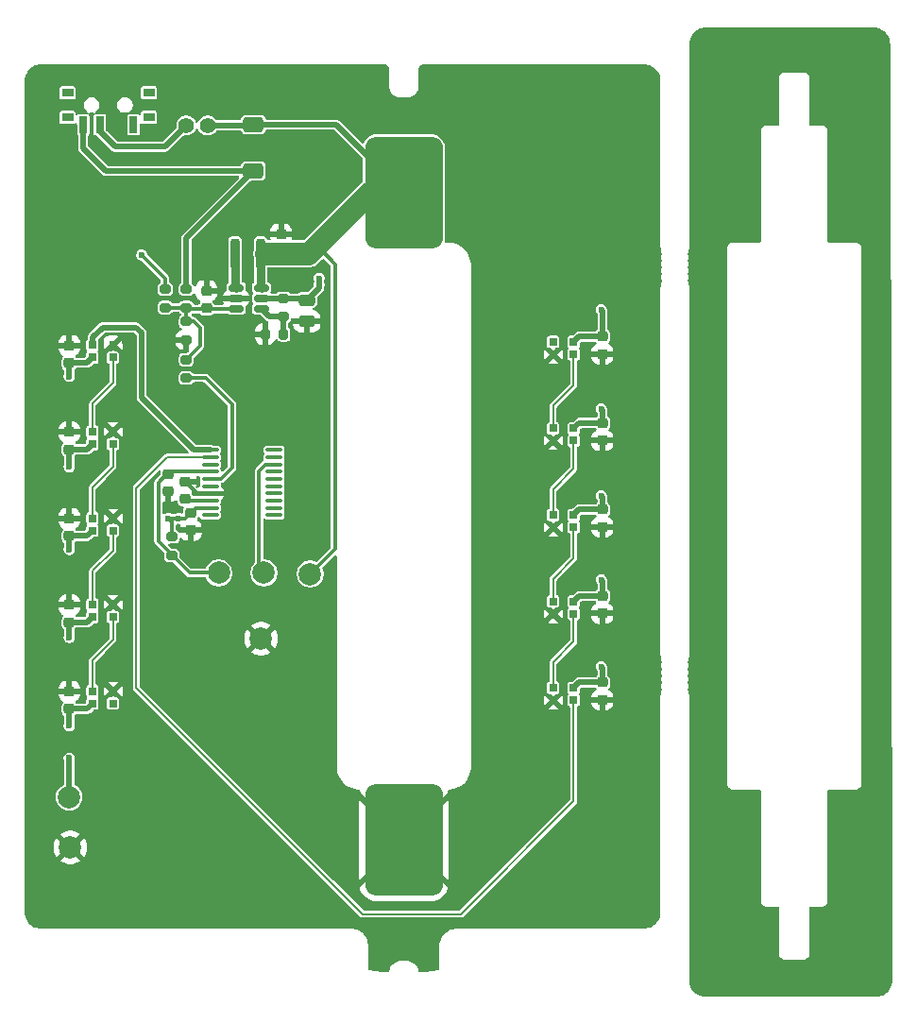
<source format=gbr>
%TF.GenerationSoftware,KiCad,Pcbnew,9.0.3*%
%TF.CreationDate,2025-11-04T21:30:19+11:00*%
%TF.ProjectId,test_project,74657374-5f70-4726-9f6a-6563742e6b69,rev?*%
%TF.SameCoordinates,Original*%
%TF.FileFunction,Copper,L1,Top*%
%TF.FilePolarity,Positive*%
%FSLAX46Y46*%
G04 Gerber Fmt 4.6, Leading zero omitted, Abs format (unit mm)*
G04 Created by KiCad (PCBNEW 9.0.3) date 2025-11-04 21:30:19*
%MOMM*%
%LPD*%
G01*
G04 APERTURE LIST*
G04 Aperture macros list*
%AMRoundRect*
0 Rectangle with rounded corners*
0 $1 Rounding radius*
0 $2 $3 $4 $5 $6 $7 $8 $9 X,Y pos of 4 corners*
0 Add a 4 corners polygon primitive as box body*
4,1,4,$2,$3,$4,$5,$6,$7,$8,$9,$2,$3,0*
0 Add four circle primitives for the rounded corners*
1,1,$1+$1,$2,$3*
1,1,$1+$1,$4,$5*
1,1,$1+$1,$6,$7*
1,1,$1+$1,$8,$9*
0 Add four rect primitives between the rounded corners*
20,1,$1+$1,$2,$3,$4,$5,0*
20,1,$1+$1,$4,$5,$6,$7,0*
20,1,$1+$1,$6,$7,$8,$9,0*
20,1,$1+$1,$8,$9,$2,$3,0*%
G04 Aperture macros list end*
%TA.AperFunction,SMDPad,CuDef*%
%ADD10R,1.000000X0.800000*%
%TD*%
%TA.AperFunction,SMDPad,CuDef*%
%ADD11R,0.700000X1.500000*%
%TD*%
%TA.AperFunction,SMDPad,CuDef*%
%ADD12C,2.000000*%
%TD*%
%TA.AperFunction,SMDPad,CuDef*%
%ADD13RoundRect,0.225000X0.250000X-0.225000X0.250000X0.225000X-0.250000X0.225000X-0.250000X-0.225000X0*%
%TD*%
%TA.AperFunction,SMDPad,CuDef*%
%ADD14RoundRect,0.035000X0.315000X-0.315000X0.315000X0.315000X-0.315000X0.315000X-0.315000X-0.315000X0*%
%TD*%
%TA.AperFunction,SMDPad,CuDef*%
%ADD15RoundRect,0.225000X-0.250000X0.225000X-0.250000X-0.225000X0.250000X-0.225000X0.250000X0.225000X0*%
%TD*%
%TA.AperFunction,SMDPad,CuDef*%
%ADD16RoundRect,0.200000X0.200000X1.150000X-0.200000X1.150000X-0.200000X-1.150000X0.200000X-1.150000X0*%
%TD*%
%TA.AperFunction,SMDPad,CuDef*%
%ADD17RoundRect,0.200000X-0.275000X0.200000X-0.275000X-0.200000X0.275000X-0.200000X0.275000X0.200000X0*%
%TD*%
%TA.AperFunction,SMDPad,CuDef*%
%ADD18RoundRect,0.200000X0.275000X-0.200000X0.275000X0.200000X-0.275000X0.200000X-0.275000X-0.200000X0*%
%TD*%
%TA.AperFunction,SMDPad,CuDef*%
%ADD19RoundRect,0.035000X-0.315000X0.315000X-0.315000X-0.315000X0.315000X-0.315000X0.315000X0.315000X0*%
%TD*%
%TA.AperFunction,SMDPad,CuDef*%
%ADD20RoundRect,1.050000X-2.450000X-3.950000X2.450000X-3.950000X2.450000X3.950000X-2.450000X3.950000X0*%
%TD*%
%TA.AperFunction,SMDPad,CuDef*%
%ADD21RoundRect,0.250000X0.650000X-0.425000X0.650000X0.425000X-0.650000X0.425000X-0.650000X-0.425000X0*%
%TD*%
%TA.AperFunction,SMDPad,CuDef*%
%ADD22RoundRect,0.150000X-0.512500X-0.150000X0.512500X-0.150000X0.512500X0.150000X-0.512500X0.150000X0*%
%TD*%
%TA.AperFunction,SMDPad,CuDef*%
%ADD23RoundRect,0.250000X-0.475000X0.250000X-0.475000X-0.250000X0.475000X-0.250000X0.475000X0.250000X0*%
%TD*%
%TA.AperFunction,SMDPad,CuDef*%
%ADD24RoundRect,0.100000X-0.640000X-0.100000X0.640000X-0.100000X0.640000X0.100000X-0.640000X0.100000X0*%
%TD*%
%TA.AperFunction,ComponentPad*%
%ADD25C,1.400000*%
%TD*%
%TA.AperFunction,SMDPad,CuDef*%
%ADD26RoundRect,0.200000X0.200000X0.275000X-0.200000X0.275000X-0.200000X-0.275000X0.200000X-0.275000X0*%
%TD*%
%TA.AperFunction,ViaPad*%
%ADD27C,0.600000*%
%TD*%
%TA.AperFunction,Conductor*%
%ADD28C,0.200000*%
%TD*%
%TA.AperFunction,Conductor*%
%ADD29C,0.350000*%
%TD*%
%TA.AperFunction,Conductor*%
%ADD30C,2.000000*%
%TD*%
%TA.AperFunction,Conductor*%
%ADD31C,0.500000*%
%TD*%
%TA.AperFunction,Conductor*%
%ADD32C,0.800000*%
%TD*%
G04 APERTURE END LIST*
D10*
%TO.P,SW1,*%
%TO.N,*%
X127150000Y-66280000D03*
X127150000Y-64070000D03*
X119850000Y-66280000D03*
X119850000Y-64070000D03*
D11*
%TO.P,SW1,1,A*%
%TO.N,unconnected-(SW1-A-Pad1)*%
X125750000Y-66930000D03*
%TO.P,SW1,2,B*%
%TO.N,Net-(SW1-B)*%
X122750000Y-66930000D03*
%TO.P,SW1,3,C*%
%TO.N,Net-(S1-A)*%
X121250000Y-66930000D03*
%TD*%
D12*
%TO.P,TP5,1,1*%
%TO.N,Net-(J1-Pin_1)*%
X141600000Y-107200000D03*
%TD*%
%TO.P,TP6,1,1*%
%TO.N,GND*%
X137200000Y-113000000D03*
%TD*%
D13*
%TO.P,C5,1*%
%TO.N,Net-(U4-VCAP)*%
X130400000Y-100480000D03*
%TO.P,C5,2*%
%TO.N,GND*%
X130400000Y-98920000D03*
%TD*%
%TO.P,C15,2*%
%TO.N,+5V*%
X167800000Y-93670000D03*
%TO.P,C15,1*%
%TO.N,GND*%
X167800000Y-95230000D03*
%TD*%
D14*
%TO.P,LED8,4,VCC*%
%TO.N,+5V*%
X165215000Y-101900000D03*
%TO.P,LED8,3,DI*%
%TO.N,Net-(LED7-DO)*%
X165215000Y-103000000D03*
%TO.P,LED8,2,GND*%
%TO.N,GND*%
X163385000Y-103000000D03*
%TO.P,LED8,1,DO*%
%TO.N,Net-(LED8-DO)*%
X163385000Y-101900000D03*
%TD*%
%TO.P,LED10,4,VCC*%
%TO.N,+5V*%
X165215000Y-86400000D03*
%TO.P,LED10,3,DI*%
%TO.N,Net-(LED10-DI)*%
X165215000Y-87500000D03*
%TO.P,LED10,2,GND*%
%TO.N,GND*%
X163385000Y-87500000D03*
%TO.P,LED10,1,DO*%
%TO.N,unconnected-(LED10-DO-Pad1)*%
X163385000Y-86400000D03*
%TD*%
D13*
%TO.P,C10,2*%
%TO.N,+5V*%
X167800000Y-101420000D03*
%TO.P,C10,1*%
%TO.N,GND*%
X167800000Y-102980000D03*
%TD*%
D14*
%TO.P,LED6,4,VCC*%
%TO.N,+5V*%
X165215000Y-117400000D03*
%TO.P,LED6,3,DI*%
%TO.N,Net-(LED6-DI)*%
X165215000Y-118500000D03*
%TO.P,LED6,2,GND*%
%TO.N,GND*%
X163385000Y-118500000D03*
%TO.P,LED6,1,DO*%
%TO.N,Net-(LED6-DO)*%
X163385000Y-117400000D03*
%TD*%
D13*
%TO.P,C9,2*%
%TO.N,+5V*%
X167800000Y-109170000D03*
%TO.P,C9,1*%
%TO.N,GND*%
X167800000Y-110730000D03*
%TD*%
D14*
%TO.P,LED7,4,VCC*%
%TO.N,+5V*%
X165215000Y-109650000D03*
%TO.P,LED7,3,DI*%
%TO.N,Net-(LED6-DO)*%
X165215000Y-110750000D03*
%TO.P,LED7,2,GND*%
%TO.N,GND*%
X163385000Y-110750000D03*
%TO.P,LED7,1,DO*%
%TO.N,Net-(LED7-DO)*%
X163385000Y-109650000D03*
%TD*%
D13*
%TO.P,C11,2*%
%TO.N,+5V*%
X167800000Y-85920000D03*
%TO.P,C11,1*%
%TO.N,GND*%
X167800000Y-87480000D03*
%TD*%
D14*
%TO.P,LED9,4,VCC*%
%TO.N,+5V*%
X165215000Y-94150000D03*
%TO.P,LED9,3,DI*%
%TO.N,Net-(LED8-DO)*%
X165215000Y-95250000D03*
%TO.P,LED9,2,GND*%
%TO.N,GND*%
X163385000Y-95250000D03*
%TO.P,LED9,1,DO*%
%TO.N,Net-(LED10-DI)*%
X163385000Y-94150000D03*
%TD*%
D13*
%TO.P,C4,2*%
%TO.N,+5V*%
X167800000Y-116920000D03*
%TO.P,C4,1*%
%TO.N,GND*%
X167800000Y-118480000D03*
%TD*%
D15*
%TO.P,C12,1*%
%TO.N,GND*%
X120000000Y-86720000D03*
%TO.P,C12,2*%
%TO.N,+5V*%
X120000000Y-88280000D03*
%TD*%
D16*
%TO.P,L1,1,1*%
%TO.N,Net-(J1-Pin_1)*%
X137150000Y-78500000D03*
%TO.P,L1,2,2*%
%TO.N,Net-(U1-SW)*%
X134850000Y-78500000D03*
%TD*%
D15*
%TO.P,C16,1*%
%TO.N,Net-(U4-NRST)*%
X128900000Y-98220000D03*
%TO.P,C16,2*%
%TO.N,GND*%
X128900000Y-99780000D03*
%TD*%
D13*
%TO.P,C3,1*%
%TO.N,Net-(U1-EN)*%
X132300000Y-83380000D03*
%TO.P,C3,2*%
%TO.N,GND*%
X132300000Y-81820000D03*
%TD*%
D17*
%TO.P,R1,1*%
%TO.N,+5V*%
X139200000Y-82480000D03*
%TO.P,R1,2*%
%TO.N,Net-(U1-Vfb)*%
X139200000Y-84120000D03*
%TD*%
D18*
%TO.P,R3,1*%
%TO.N,Net-(U1-EN)*%
X128600000Y-83320000D03*
%TO.P,R3,2*%
%TO.N,+5V*%
X128600000Y-81680000D03*
%TD*%
D19*
%TO.P,LED2,1,DO*%
%TO.N,Net-(LED2-DO)*%
X123915000Y-95550000D03*
%TO.P,LED2,2,GND*%
%TO.N,GND*%
X123915000Y-94450000D03*
%TO.P,LED2,3,DI*%
%TO.N,Net-(LED1-DO)*%
X122085000Y-94450000D03*
%TO.P,LED2,4,VCC*%
%TO.N,+5V*%
X122085000Y-95550000D03*
%TD*%
D20*
%TO.P,J1,1,Pin_1*%
%TO.N,Net-(J1-Pin_1)*%
X150000000Y-73000000D03*
%TO.P,J1,2,Pin_2*%
%TO.N,GND*%
X150000000Y-131000000D03*
%TD*%
D17*
%TO.P,R4,1*%
%TO.N,Net-(S1-A)*%
X130500000Y-81680000D03*
%TO.P,R4,2*%
%TO.N,Net-(U1-EN)*%
X130500000Y-83320000D03*
%TD*%
D21*
%TO.P,S1,1,A*%
%TO.N,Net-(S1-A)*%
X136500000Y-71075000D03*
%TO.P,S1,2,B*%
%TO.N,Net-(J1-Pin_1)*%
X136500000Y-66925000D03*
%TD*%
D13*
%TO.P,C6,1*%
%TO.N,GND*%
X130900000Y-103280000D03*
%TO.P,C6,2*%
%TO.N,+5V*%
X130900000Y-101720000D03*
%TD*%
D15*
%TO.P,C13,1*%
%TO.N,GND*%
X120000000Y-102220000D03*
%TO.P,C13,2*%
%TO.N,+5V*%
X120000000Y-103780000D03*
%TD*%
D19*
%TO.P,LED3,1,DO*%
%TO.N,Net-(LED3-DO)*%
X123915000Y-103300000D03*
%TO.P,LED3,2,GND*%
%TO.N,GND*%
X123915000Y-102200000D03*
%TO.P,LED3,3,DI*%
%TO.N,Net-(LED2-DO)*%
X122085000Y-102200000D03*
%TO.P,LED3,4,VCC*%
%TO.N,+5V*%
X122085000Y-103300000D03*
%TD*%
D17*
%TO.P,R5,1*%
%TO.N,Net-(U1-EN)*%
X130500000Y-87980000D03*
%TO.P,R5,2*%
%TO.N,Net-(U4-PA1)*%
X130500000Y-89620000D03*
%TD*%
D15*
%TO.P,C8,1*%
%TO.N,GND*%
X120000000Y-109970000D03*
%TO.P,C8,2*%
%TO.N,+5V*%
X120000000Y-111530000D03*
%TD*%
%TO.P,C7,1*%
%TO.N,GND*%
X120000000Y-117720000D03*
%TO.P,C7,2*%
%TO.N,+5V*%
X120000000Y-119280000D03*
%TD*%
D22*
%TO.P,U1,1,SW*%
%TO.N,Net-(U1-SW)*%
X134962500Y-81550000D03*
%TO.P,U1,2,GND*%
%TO.N,GND*%
X134962500Y-82500000D03*
%TO.P,U1,3,EN*%
%TO.N,Net-(U1-EN)*%
X134962500Y-83450000D03*
%TO.P,U1,4,Vfb*%
%TO.N,Net-(U1-Vfb)*%
X137237500Y-83450000D03*
%TO.P,U1,5,Vout*%
%TO.N,+5V*%
X137237500Y-82500000D03*
%TO.P,U1,6,Vin*%
%TO.N,Net-(J1-Pin_1)*%
X137237500Y-81550000D03*
%TD*%
D13*
%TO.P,C1,1*%
%TO.N,Net-(J1-Pin_1)*%
X139000000Y-78280000D03*
%TO.P,C1,2*%
%TO.N,GND*%
X139000000Y-76720000D03*
%TD*%
D19*
%TO.P,LED5,1,DO*%
%TO.N,unconnected-(LED5-DO-Pad1)*%
X123915000Y-118800000D03*
%TO.P,LED5,2,GND*%
%TO.N,GND*%
X123915000Y-117700000D03*
%TO.P,LED5,3,DI*%
%TO.N,Net-(LED4-DO)*%
X122085000Y-117700000D03*
%TO.P,LED5,4,VCC*%
%TO.N,+5V*%
X122085000Y-118800000D03*
%TD*%
D23*
%TO.P,C2,1*%
%TO.N,+5V*%
X141300000Y-82650000D03*
%TO.P,C2,2*%
%TO.N,GND*%
X141300000Y-84550000D03*
%TD*%
D24*
%TO.P,U4,1,PD4*%
%TO.N,Net-(LED1-DI)*%
X132640000Y-96080000D03*
%TO.P,U4,2,PD5*%
%TO.N,Net-(LED6-DI)*%
X132640000Y-96730000D03*
%TO.P,U4,3,PD6*%
%TO.N,unconnected-(U4-PD6-Pad3)*%
X132640000Y-97380000D03*
%TO.P,U4,4,NRST*%
%TO.N,Net-(U4-NRST)*%
X132640000Y-98030000D03*
%TO.P,U4,5,PA1*%
%TO.N,Net-(U4-PA1)*%
X132640000Y-98670000D03*
%TO.P,U4,6,PA2*%
%TO.N,unconnected-(U4-PA2-Pad6)*%
X132640000Y-99330000D03*
%TO.P,U4,7,VSS*%
%TO.N,GND*%
X132640000Y-99970000D03*
%TO.P,U4,8,VCAP*%
%TO.N,Net-(U4-VCAP)*%
X132640000Y-100620000D03*
%TO.P,U4,9,VDD*%
%TO.N,+5V*%
X132640000Y-101270000D03*
%TO.P,U4,10,PA3*%
%TO.N,unconnected-(U4-PA3-Pad10)*%
X132640000Y-101920000D03*
%TO.P,U4,11,PB5*%
%TO.N,unconnected-(U4-PB5-Pad11)*%
X138360000Y-101920000D03*
%TO.P,U4,12,PB4*%
%TO.N,unconnected-(U4-PB4-Pad12)*%
X138360000Y-101270000D03*
%TO.P,U4,13,PC3*%
%TO.N,unconnected-(U4-PC3-Pad13)*%
X138360000Y-100620000D03*
%TO.P,U4,14,PC4*%
%TO.N,unconnected-(U4-PC4-Pad14)*%
X138360000Y-99970000D03*
%TO.P,U4,15,PC5*%
%TO.N,unconnected-(U4-PC5-Pad15)*%
X138360000Y-99330000D03*
%TO.P,U4,16,PC6*%
%TO.N,unconnected-(U4-PC6-Pad16)*%
X138360000Y-98670000D03*
%TO.P,U4,17,PC7*%
%TO.N,unconnected-(U4-PC7-Pad17)*%
X138360000Y-98030000D03*
%TO.P,U4,18,PD1*%
%TO.N,Net-(U4-PD1)*%
X138360000Y-97380000D03*
%TO.P,U4,19,PD2*%
%TO.N,unconnected-(U4-PD2-Pad19)*%
X138360000Y-96730000D03*
%TO.P,U4,20,PD3*%
%TO.N,unconnected-(U4-PD3-Pad20)*%
X138360000Y-96080000D03*
%TD*%
D19*
%TO.P,LED4,1,DO*%
%TO.N,Net-(LED4-DO)*%
X123915000Y-111050000D03*
%TO.P,LED4,2,GND*%
%TO.N,GND*%
X123915000Y-109950000D03*
%TO.P,LED4,3,DI*%
%TO.N,Net-(LED3-DO)*%
X122085000Y-109950000D03*
%TO.P,LED4,4,VCC*%
%TO.N,+5V*%
X122085000Y-111050000D03*
%TD*%
D18*
%TO.P,R7,1*%
%TO.N,Net-(U4-NRST)*%
X129200000Y-105520000D03*
%TO.P,R7,2*%
%TO.N,+5V*%
X129200000Y-103880000D03*
%TD*%
D25*
%TO.P,U2,1,A*%
%TO.N,Net-(SW1-B)*%
X130500000Y-67000000D03*
%TO.P,U2,2,B*%
%TO.N,Net-(J1-Pin_1)*%
X132400000Y-67000000D03*
%TD*%
D15*
%TO.P,C14,1*%
%TO.N,GND*%
X120000000Y-94470000D03*
%TO.P,C14,2*%
%TO.N,+5V*%
X120000000Y-96030000D03*
%TD*%
D18*
%TO.P,R6,1*%
%TO.N,GND*%
X130500000Y-86220000D03*
%TO.P,R6,2*%
%TO.N,Net-(U1-EN)*%
X130500000Y-84580000D03*
%TD*%
D19*
%TO.P,LED1,1,DO*%
%TO.N,Net-(LED1-DO)*%
X123915000Y-87800000D03*
%TO.P,LED1,2,GND*%
%TO.N,GND*%
X123915000Y-86700000D03*
%TO.P,LED1,3,DI*%
%TO.N,Net-(LED1-DI)*%
X122085000Y-86700000D03*
%TO.P,LED1,4,VCC*%
%TO.N,+5V*%
X122085000Y-87800000D03*
%TD*%
D26*
%TO.P,R2,1*%
%TO.N,Net-(U1-Vfb)*%
X139220000Y-85700000D03*
%TO.P,R2,2*%
%TO.N,GND*%
X137580000Y-85700000D03*
%TD*%
D12*
%TO.P,TP1,1,1*%
%TO.N,Net-(U4-PD1)*%
X137450000Y-107100000D03*
%TD*%
%TO.P,TP4,1,1*%
%TO.N,GND*%
X120100000Y-131700000D03*
%TD*%
%TO.P,TP3,1,1*%
%TO.N,+5V*%
X120000000Y-127200000D03*
%TD*%
%TO.P,TP2,1,1*%
%TO.N,Net-(U4-NRST)*%
X133400000Y-107100000D03*
%TD*%
D27*
%TO.N,GND*%
X135800000Y-75900000D03*
X140500000Y-76400000D03*
X139000000Y-75100000D03*
X137500000Y-76000000D03*
X163400000Y-119800000D03*
X163400000Y-111900000D03*
X163300000Y-104200000D03*
X163400000Y-96500000D03*
X163400000Y-88900000D03*
X125000000Y-86300000D03*
X124100000Y-93300000D03*
X124000000Y-100700000D03*
X124000000Y-108700000D03*
X124000000Y-116500000D03*
X151800000Y-140600000D03*
X148900000Y-140300000D03*
X132400000Y-132600000D03*
X125500000Y-129300000D03*
X139400000Y-120500000D03*
X130000000Y-112200000D03*
X141700000Y-98500000D03*
X136600000Y-94700000D03*
X138900000Y-92100000D03*
X140200000Y-80500000D03*
X142900000Y-83400000D03*
X142700000Y-85900000D03*
X140400000Y-85900000D03*
X136000000Y-84600000D03*
X133800000Y-84600000D03*
X131800000Y-80400000D03*
X133500000Y-77800000D03*
X133600000Y-80700000D03*
X136000000Y-80600000D03*
X136000000Y-82500000D03*
X133500000Y-82500000D03*
X145000000Y-130400000D03*
X155700000Y-130500000D03*
X168200000Y-133500000D03*
X190600000Y-141300000D03*
X178900000Y-140500000D03*
X190500000Y-63000000D03*
X179000000Y-62300000D03*
X134400000Y-100000000D03*
X129100000Y-101200000D03*
X126900000Y-103100000D03*
X125200000Y-103100000D03*
X125200000Y-101400000D03*
X127000000Y-101400000D03*
%TO.N,+5V*%
X126500000Y-78600000D03*
X128900000Y-102200000D03*
X129800000Y-102200000D03*
X120000000Y-123700000D03*
X167700000Y-100200000D03*
X120000000Y-112900000D03*
X167700000Y-83500000D03*
X120000000Y-97600000D03*
X167700000Y-115500000D03*
X120000000Y-120800000D03*
X142400000Y-81300000D03*
X142400000Y-80700000D03*
X120000000Y-105000000D03*
X120000000Y-89500000D03*
X167700000Y-107700000D03*
X167700000Y-92400000D03*
%TD*%
D28*
%TO.N,Net-(LED6-DI)*%
X128770000Y-96730000D02*
X132640000Y-96730000D01*
X126000000Y-99500000D02*
X128770000Y-96730000D01*
X126000000Y-117400000D02*
X126000000Y-99500000D01*
X146300000Y-137700000D02*
X126000000Y-117400000D01*
X155100000Y-137700000D02*
X146300000Y-137700000D01*
X165215000Y-118500000D02*
X165215000Y-127585000D01*
X165215000Y-127585000D02*
X155100000Y-137700000D01*
D29*
%TO.N,Net-(J1-Pin_1)*%
X143824000Y-104976000D02*
X141600000Y-107200000D01*
X143824000Y-79772017D02*
X143824000Y-104976000D01*
X143808497Y-79755252D02*
X143824000Y-79772017D01*
X143821547Y-79421547D02*
X143808497Y-79755252D01*
X142200000Y-77800000D02*
X143821547Y-79421547D01*
%TO.N,+5V*%
X129200000Y-102500000D02*
X128900000Y-102200000D01*
X129200000Y-103880000D02*
X129200000Y-102500000D01*
%TO.N,Net-(U4-PA1)*%
X132220000Y-89620000D02*
X130500000Y-89620000D01*
X134600000Y-97700000D02*
X134600000Y-92000000D01*
X134600000Y-92000000D02*
X132220000Y-89620000D01*
X133630000Y-98670000D02*
X134600000Y-97700000D01*
X132640000Y-98670000D02*
X133630000Y-98670000D01*
%TO.N,Net-(U4-NRST)*%
X128000000Y-104300000D02*
X130800000Y-107100000D01*
X128000000Y-99000000D02*
X128000000Y-104300000D01*
X128970000Y-98030000D02*
X128000000Y-99000000D01*
X132640000Y-98030000D02*
X128970000Y-98030000D01*
X130800000Y-107100000D02*
X133400000Y-107100000D01*
%TO.N,+5V*%
X128600000Y-81680000D02*
X128600000Y-80700000D01*
X128600000Y-80700000D02*
X126500000Y-78600000D01*
%TO.N,Net-(U1-EN)*%
X130500000Y-83320000D02*
X128600000Y-83320000D01*
X130630000Y-83450000D02*
X130500000Y-83320000D01*
X134962500Y-83450000D02*
X130630000Y-83450000D01*
X131700000Y-86780000D02*
X130500000Y-87980000D01*
X131700000Y-85100000D02*
X131700000Y-86780000D01*
X131180000Y-84580000D02*
X131700000Y-85100000D01*
X130500000Y-84580000D02*
X131180000Y-84580000D01*
X130500000Y-83320000D02*
X130500000Y-84580000D01*
D30*
%TO.N,Net-(J1-Pin_1)*%
X142200000Y-77800000D02*
X141500000Y-78500000D01*
X147000000Y-73000000D02*
X142200000Y-77800000D01*
D29*
%TO.N,Net-(U4-PD1)*%
X137000000Y-106650000D02*
X137450000Y-107100000D01*
X137594062Y-97380000D02*
X137000000Y-97974062D01*
X138360000Y-97380000D02*
X137594062Y-97380000D01*
X137000000Y-97974062D02*
X137000000Y-106650000D01*
%TO.N,GND*%
X131450000Y-99970000D02*
X132640000Y-99970000D01*
X130400000Y-98920000D02*
X131450000Y-99970000D01*
%TO.N,Net-(U4-VCAP)*%
X130540000Y-100620000D02*
X130400000Y-100480000D01*
X132640000Y-100620000D02*
X130540000Y-100620000D01*
%TO.N,+5V*%
X129800000Y-102200000D02*
X128900000Y-102200000D01*
X131330000Y-101270000D02*
X132640000Y-101270000D01*
X130400000Y-102200000D02*
X131330000Y-101270000D01*
X129800000Y-102200000D02*
X130400000Y-102200000D01*
D31*
X120000000Y-123700000D02*
X120000000Y-127200000D01*
D28*
%TO.N,Net-(LED8-DO)*%
X163385000Y-101900000D02*
X163385000Y-99615000D01*
%TO.N,Net-(LED10-DI)*%
X163385000Y-94150000D02*
X163385000Y-92115000D01*
X165215000Y-90285000D02*
X165215000Y-87500000D01*
X163385000Y-92115000D02*
X165215000Y-90285000D01*
D31*
%TO.N,+5V*%
X165695000Y-116920000D02*
X165215000Y-117400000D01*
X165695000Y-101420000D02*
X165215000Y-101900000D01*
X167800000Y-109170000D02*
X167800000Y-107800000D01*
X167800000Y-100300000D02*
X167700000Y-100200000D01*
X165695000Y-93670000D02*
X165215000Y-94150000D01*
X167800000Y-109170000D02*
X165695000Y-109170000D01*
X165695000Y-109170000D02*
X165215000Y-109650000D01*
X167800000Y-85920000D02*
X165695000Y-85920000D01*
X165695000Y-85920000D02*
X165215000Y-86400000D01*
X167800000Y-85920000D02*
X167800000Y-83600000D01*
X167800000Y-93670000D02*
X165695000Y-93670000D01*
X167800000Y-83600000D02*
X167700000Y-83500000D01*
X167800000Y-101420000D02*
X167800000Y-100300000D01*
X167800000Y-107800000D02*
X167700000Y-107700000D01*
X167800000Y-92500000D02*
X167700000Y-92400000D01*
X167800000Y-116920000D02*
X165695000Y-116920000D01*
X167800000Y-116920000D02*
X167800000Y-115600000D01*
X167800000Y-93670000D02*
X167800000Y-92500000D01*
X167800000Y-101420000D02*
X165695000Y-101420000D01*
X167800000Y-115600000D02*
X167700000Y-115500000D01*
D28*
%TO.N,Net-(LED6-DO)*%
X165215000Y-113285000D02*
X165215000Y-110750000D01*
%TO.N,Net-(LED7-DO)*%
X163385000Y-109650000D02*
X163385000Y-107615000D01*
%TO.N,Net-(LED8-DO)*%
X165215000Y-97785000D02*
X165215000Y-95250000D01*
%TO.N,Net-(LED7-DO)*%
X163385000Y-107615000D02*
X165215000Y-105785000D01*
X165215000Y-105785000D02*
X165215000Y-103000000D01*
%TO.N,Net-(LED8-DO)*%
X163385000Y-99615000D02*
X165215000Y-97785000D01*
%TO.N,Net-(LED6-DO)*%
X163385000Y-117400000D02*
X163385000Y-115115000D01*
X163385000Y-115115000D02*
X165215000Y-113285000D01*
D32*
%TO.N,Net-(J1-Pin_1)*%
X137150000Y-81462500D02*
X137237500Y-81550000D01*
D31*
X136500000Y-66925000D02*
X143925000Y-66925000D01*
X132400000Y-67000000D02*
X136425000Y-67000000D01*
D30*
X150000000Y-73000000D02*
X147000000Y-73000000D01*
D31*
X143925000Y-66925000D02*
X150000000Y-73000000D01*
D32*
X137150000Y-78500000D02*
X137150000Y-81462500D01*
D30*
X141500000Y-78500000D02*
X137700000Y-78500000D01*
D31*
X136425000Y-67000000D02*
X136500000Y-66925000D01*
%TO.N,+5V*%
X121605000Y-119280000D02*
X122085000Y-118800000D01*
X141300000Y-82650000D02*
X141300000Y-82400000D01*
X120000000Y-111530000D02*
X121605000Y-111530000D01*
X120000000Y-96030000D02*
X120000000Y-97600000D01*
X120000000Y-88280000D02*
X121605000Y-88280000D01*
X120000000Y-119280000D02*
X120000000Y-120800000D01*
X142400000Y-81550000D02*
X142400000Y-81300000D01*
X121605000Y-96030000D02*
X122085000Y-95550000D01*
X120000000Y-103780000D02*
X120000000Y-105000000D01*
X120000000Y-119280000D02*
X121605000Y-119280000D01*
X121605000Y-111530000D02*
X122085000Y-111050000D01*
X121605000Y-103780000D02*
X122085000Y-103300000D01*
X120000000Y-88280000D02*
X120000000Y-89500000D01*
X121605000Y-88280000D02*
X122085000Y-87800000D01*
X137237500Y-82500000D02*
X141150000Y-82500000D01*
X142400000Y-81300000D02*
X142400000Y-80700000D01*
X141300000Y-82650000D02*
X142400000Y-81550000D01*
X120000000Y-103780000D02*
X121605000Y-103780000D01*
X120000000Y-111530000D02*
X120000000Y-112900000D01*
X120000000Y-96030000D02*
X121605000Y-96030000D01*
X141150000Y-82500000D02*
X141300000Y-82650000D01*
D32*
%TO.N,Net-(U1-SW)*%
X134850000Y-78500000D02*
X134850000Y-81437500D01*
X134850000Y-81437500D02*
X134962500Y-81550000D01*
D28*
%TO.N,Net-(LED1-DO)*%
X123915000Y-87800000D02*
X123915000Y-90085000D01*
X122085000Y-91915000D02*
X122085000Y-94450000D01*
X123915000Y-90085000D02*
X122085000Y-91915000D01*
D31*
%TO.N,Net-(LED1-DI)*%
X122085000Y-86700000D02*
X122085000Y-86015000D01*
X126500000Y-91400000D02*
X131180000Y-96080000D01*
X126000000Y-85100000D02*
X126500000Y-85600000D01*
X122085000Y-86015000D02*
X123000000Y-85100000D01*
X123000000Y-85100000D02*
X126000000Y-85100000D01*
X126500000Y-85600000D02*
X126500000Y-91400000D01*
X131180000Y-96080000D02*
X132640000Y-96080000D01*
D28*
%TO.N,Net-(LED2-DO)*%
X123915000Y-97585000D02*
X122085000Y-99415000D01*
X122085000Y-99415000D02*
X122085000Y-102200000D01*
X123915000Y-95550000D02*
X123915000Y-97585000D01*
%TO.N,Net-(LED3-DO)*%
X123915000Y-105085000D02*
X122085000Y-106915000D01*
X122085000Y-106915000D02*
X122085000Y-109950000D01*
X123915000Y-103300000D02*
X123915000Y-105085000D01*
%TO.N,Net-(LED4-DO)*%
X123915000Y-111050000D02*
X123915000Y-113085000D01*
X122085000Y-114915000D02*
X122085000Y-117700000D01*
X123915000Y-113085000D02*
X122085000Y-114915000D01*
D31*
%TO.N,Net-(U1-Vfb)*%
X139200000Y-85680000D02*
X139220000Y-85700000D01*
X139200000Y-84120000D02*
X139200000Y-85680000D01*
X137907500Y-84120000D02*
X137237500Y-83450000D01*
X139200000Y-84120000D02*
X137907500Y-84120000D01*
%TO.N,Net-(S1-A)*%
X121250000Y-69050000D02*
X123275000Y-71075000D01*
X123275000Y-71075000D02*
X136500000Y-71075000D01*
X130500000Y-81680000D02*
X130500000Y-77075000D01*
X130500000Y-77075000D02*
X136500000Y-71075000D01*
X121250000Y-66930000D02*
X121250000Y-69050000D01*
%TO.N,Net-(SW1-B)*%
X122750000Y-67550000D02*
X124100000Y-68900000D01*
X122750000Y-66930000D02*
X122750000Y-67550000D01*
X124100000Y-68900000D02*
X128600000Y-68900000D01*
X128600000Y-68900000D02*
X130500000Y-67000000D01*
%TD*%
%TA.AperFunction,Conductor*%
%TO.N,GND*%
G36*
X129093039Y-99799685D02*
G01*
X129138794Y-99852489D01*
X129150000Y-99904000D01*
X129150000Y-100729999D01*
X129198308Y-100729999D01*
X129198322Y-100729998D01*
X129297607Y-100719855D01*
X129458481Y-100666547D01*
X129458488Y-100666544D01*
X129535402Y-100619102D01*
X129602794Y-100600661D01*
X129669458Y-100621583D01*
X129714228Y-100675224D01*
X129724500Y-100724640D01*
X129724500Y-100738493D01*
X129740279Y-100838121D01*
X129740280Y-100838124D01*
X129740281Y-100838126D01*
X129801472Y-100958220D01*
X129801473Y-100958221D01*
X129801476Y-100958225D01*
X129896774Y-101053523D01*
X129896778Y-101053526D01*
X129896780Y-101053528D01*
X130016874Y-101114719D01*
X130016876Y-101114719D01*
X130016878Y-101114720D01*
X130116507Y-101130500D01*
X130116512Y-101130500D01*
X130155823Y-101130500D01*
X130222862Y-101150185D01*
X130268617Y-101202989D01*
X130278561Y-101272147D01*
X130266309Y-101310790D01*
X130248030Y-101346666D01*
X130240279Y-101361878D01*
X130224500Y-101461506D01*
X130224500Y-101652382D01*
X130204815Y-101719421D01*
X130152011Y-101765176D01*
X130082853Y-101775120D01*
X130038501Y-101759770D01*
X129993187Y-101733608D01*
X129924538Y-101715214D01*
X129865892Y-101699500D01*
X129734108Y-101699500D01*
X129606812Y-101733608D01*
X129534873Y-101775143D01*
X129492686Y-101799500D01*
X129492684Y-101799501D01*
X129485648Y-101803564D01*
X129484868Y-101802213D01*
X129472177Y-101807119D01*
X129452948Y-101819477D01*
X129432666Y-101822393D01*
X129428329Y-101824070D01*
X129418013Y-101824500D01*
X129281987Y-101824500D01*
X129214948Y-101804815D01*
X129207733Y-101799742D01*
X129093187Y-101733608D01*
X129024538Y-101715214D01*
X128965892Y-101699500D01*
X128834108Y-101699500D01*
X128706812Y-101733608D01*
X128592686Y-101799500D01*
X128592683Y-101799502D01*
X128587181Y-101805005D01*
X128525858Y-101838490D01*
X128456166Y-101833506D01*
X128400233Y-101791634D01*
X128375816Y-101726170D01*
X128375500Y-101717324D01*
X128375500Y-100844205D01*
X128395185Y-100777166D01*
X128447989Y-100731411D01*
X128512104Y-100720847D01*
X128601684Y-100729999D01*
X128649999Y-100729998D01*
X128650000Y-100729998D01*
X128650000Y-99904000D01*
X128669685Y-99836961D01*
X128722489Y-99791206D01*
X128774000Y-99780000D01*
X129026000Y-99780000D01*
X129093039Y-99799685D01*
G37*
%TD.AperFunction*%
%TA.AperFunction,Conductor*%
G36*
X131642539Y-98425185D02*
G01*
X131688294Y-98477989D01*
X131699500Y-98529500D01*
X131699500Y-98797850D01*
X131699500Y-98797852D01*
X131699501Y-98814864D01*
X131702415Y-98839991D01*
X131747794Y-98942765D01*
X131749625Y-98944596D01*
X131754859Y-98959917D01*
X131756155Y-98989663D01*
X131760022Y-99019191D01*
X131757775Y-99026842D01*
X131757901Y-99029721D01*
X131755944Y-99033078D01*
X131750951Y-99050085D01*
X131702415Y-99160009D01*
X131699500Y-99185131D01*
X131699500Y-99283148D01*
X131699236Y-99284045D01*
X131699487Y-99284947D01*
X131689406Y-99317522D01*
X131679815Y-99350187D01*
X131679017Y-99351093D01*
X131678832Y-99351694D01*
X131672945Y-99357999D01*
X131655335Y-99378029D01*
X131548732Y-99467727D01*
X131528600Y-99476570D01*
X131510839Y-99489538D01*
X131497236Y-99490347D01*
X131484762Y-99495827D01*
X131463043Y-99492381D01*
X131441092Y-99493688D01*
X131429212Y-99487015D01*
X131415755Y-99484881D01*
X131399347Y-99470242D01*
X131380174Y-99459473D01*
X131373786Y-99447436D01*
X131363620Y-99438365D01*
X131357731Y-99417179D01*
X131347424Y-99397754D01*
X131348283Y-99383183D01*
X131344910Y-99371047D01*
X131349960Y-99354725D01*
X131351192Y-99333840D01*
X131364855Y-99292607D01*
X131374999Y-99193322D01*
X131375000Y-99193309D01*
X131375000Y-99170000D01*
X130524000Y-99170000D01*
X130456961Y-99150315D01*
X130411206Y-99097511D01*
X130400000Y-99046000D01*
X130400000Y-98794000D01*
X130419685Y-98726961D01*
X130472489Y-98681206D01*
X130524000Y-98670000D01*
X131374999Y-98670000D01*
X131374999Y-98646692D01*
X131374998Y-98646677D01*
X131364315Y-98542102D01*
X131367116Y-98527028D01*
X131364935Y-98511853D01*
X131373371Y-98493378D01*
X131377084Y-98473409D01*
X131387591Y-98462242D01*
X131393960Y-98448297D01*
X131411046Y-98437316D01*
X131424965Y-98422525D01*
X131440716Y-98418248D01*
X131452738Y-98410523D01*
X131487673Y-98405500D01*
X131575500Y-98405500D01*
X131642539Y-98425185D01*
G37*
%TD.AperFunction*%
%TA.AperFunction,Conductor*%
G36*
X148206922Y-61501280D02*
G01*
X148297266Y-61511459D01*
X148324331Y-61517636D01*
X148403540Y-61545352D01*
X148428553Y-61557398D01*
X148499606Y-61602043D01*
X148521313Y-61619355D01*
X148580644Y-61678686D01*
X148597957Y-61700395D01*
X148642600Y-61771444D01*
X148654648Y-61796462D01*
X148682362Y-61875666D01*
X148688540Y-61902735D01*
X148698720Y-61993076D01*
X148699500Y-62006961D01*
X148699500Y-63587534D01*
X148729898Y-63759937D01*
X148789775Y-63924446D01*
X148877309Y-64076057D01*
X148989836Y-64210163D01*
X149123942Y-64322690D01*
X149123943Y-64322691D01*
X149123945Y-64322692D01*
X149275555Y-64410225D01*
X149440062Y-64470101D01*
X149612468Y-64500500D01*
X149612472Y-64500500D01*
X150387528Y-64500500D01*
X150387532Y-64500500D01*
X150559938Y-64470101D01*
X150724445Y-64410225D01*
X150876055Y-64322692D01*
X151010163Y-64210163D01*
X151122692Y-64076055D01*
X151210225Y-63924445D01*
X151270101Y-63759938D01*
X151300500Y-63587532D01*
X151300500Y-63500000D01*
X151300500Y-63434108D01*
X151300500Y-62006961D01*
X151301280Y-61993077D01*
X151303668Y-61971887D01*
X151311460Y-61902729D01*
X151317635Y-61875670D01*
X151345353Y-61796456D01*
X151357396Y-61771450D01*
X151402046Y-61700389D01*
X151419351Y-61678690D01*
X151478690Y-61619351D01*
X151500389Y-61602046D01*
X151571450Y-61557396D01*
X151596456Y-61545353D01*
X151675670Y-61517635D01*
X151702733Y-61511459D01*
X151765419Y-61504396D01*
X151793079Y-61501280D01*
X151806962Y-61500500D01*
X151865892Y-61500500D01*
X171434108Y-61500500D01*
X171495572Y-61500500D01*
X171504418Y-61500816D01*
X171704561Y-61515130D01*
X171722063Y-61517647D01*
X171913797Y-61559355D01*
X171930755Y-61564334D01*
X172078270Y-61619355D01*
X172114609Y-61632909D01*
X172130701Y-61640259D01*
X172302904Y-61734288D01*
X172317784Y-61743849D01*
X172474867Y-61861441D01*
X172488237Y-61873027D01*
X172626972Y-62011762D01*
X172638558Y-62025132D01*
X172756146Y-62182210D01*
X172765711Y-62197095D01*
X172859740Y-62369298D01*
X172867090Y-62385390D01*
X172935662Y-62569236D01*
X172940646Y-62586212D01*
X172982351Y-62777931D01*
X172984869Y-62795442D01*
X172999184Y-62995580D01*
X172999500Y-63004427D01*
X172999500Y-77807761D01*
X173034974Y-78020350D01*
X173054816Y-78078148D01*
X173060476Y-78134584D01*
X173059500Y-78142003D01*
X173059500Y-78142007D01*
X173059500Y-78257993D01*
X173072715Y-78307314D01*
X173089520Y-78370029D01*
X173089520Y-78370030D01*
X173128763Y-78438000D01*
X173145236Y-78505900D01*
X173128763Y-78562000D01*
X173089520Y-78629969D01*
X173089520Y-78629970D01*
X173089519Y-78629972D01*
X173089519Y-78629973D01*
X173059500Y-78742007D01*
X173059500Y-78857993D01*
X173084724Y-78952132D01*
X173089520Y-78970029D01*
X173089520Y-78970030D01*
X173128763Y-79038000D01*
X173145236Y-79105900D01*
X173128763Y-79162000D01*
X173089520Y-79229969D01*
X173089520Y-79229970D01*
X173059500Y-79342007D01*
X173059500Y-79457992D01*
X173089520Y-79570029D01*
X173089520Y-79570030D01*
X173128763Y-79638000D01*
X173145236Y-79705900D01*
X173128763Y-79762000D01*
X173089520Y-79829969D01*
X173089520Y-79829970D01*
X173059500Y-79942007D01*
X173059500Y-80057992D01*
X173089520Y-80170029D01*
X173089520Y-80170030D01*
X173128763Y-80238000D01*
X173145236Y-80305900D01*
X173128763Y-80362000D01*
X173089520Y-80429969D01*
X173089520Y-80429970D01*
X173089519Y-80429972D01*
X173089519Y-80429973D01*
X173059500Y-80542007D01*
X173059500Y-80657993D01*
X173088411Y-80765892D01*
X173089520Y-80770029D01*
X173089520Y-80770030D01*
X173128763Y-80838000D01*
X173145236Y-80905900D01*
X173128763Y-80962000D01*
X173089520Y-81029969D01*
X173089520Y-81029970D01*
X173089519Y-81029972D01*
X173089519Y-81029973D01*
X173081627Y-81059426D01*
X173059500Y-81142007D01*
X173059500Y-81257994D01*
X173060475Y-81265400D01*
X173054818Y-81321847D01*
X173034973Y-81379652D01*
X172999500Y-81592238D01*
X172999500Y-114407761D01*
X173034974Y-114620350D01*
X173054816Y-114678148D01*
X173060476Y-114734584D01*
X173059500Y-114742003D01*
X173059500Y-114742007D01*
X173059500Y-114857993D01*
X173078924Y-114930487D01*
X173089520Y-114970029D01*
X173089520Y-114970030D01*
X173128763Y-115038000D01*
X173145236Y-115105900D01*
X173128763Y-115162000D01*
X173089520Y-115229969D01*
X173089520Y-115229970D01*
X173089519Y-115229972D01*
X173089519Y-115229973D01*
X173059500Y-115342007D01*
X173059500Y-115457993D01*
X173088411Y-115565892D01*
X173089520Y-115570029D01*
X173089520Y-115570030D01*
X173128763Y-115638000D01*
X173145236Y-115705900D01*
X173128763Y-115762000D01*
X173089520Y-115829969D01*
X173089520Y-115829970D01*
X173089520Y-115829971D01*
X173089519Y-115829973D01*
X173068431Y-115908676D01*
X173059500Y-115942007D01*
X173059500Y-116057992D01*
X173089520Y-116170029D01*
X173089520Y-116170030D01*
X173128763Y-116238000D01*
X173145236Y-116305900D01*
X173128763Y-116362000D01*
X173089520Y-116429969D01*
X173089520Y-116429970D01*
X173089519Y-116429972D01*
X173089519Y-116429973D01*
X173059500Y-116542007D01*
X173059500Y-116657993D01*
X173089511Y-116769999D01*
X173089520Y-116770029D01*
X173089520Y-116770030D01*
X173128763Y-116838000D01*
X173145236Y-116905900D01*
X173128763Y-116962000D01*
X173089520Y-117029969D01*
X173089520Y-117029970D01*
X173089519Y-117029972D01*
X173089519Y-117029973D01*
X173059500Y-117142007D01*
X173059500Y-117257993D01*
X173083454Y-117347393D01*
X173089520Y-117370029D01*
X173089520Y-117370030D01*
X173128763Y-117438000D01*
X173145236Y-117505900D01*
X173128763Y-117562000D01*
X173089520Y-117629969D01*
X173089520Y-117629970D01*
X173089519Y-117629972D01*
X173089519Y-117629973D01*
X173075464Y-117682427D01*
X173059500Y-117742007D01*
X173059500Y-117857994D01*
X173060475Y-117865400D01*
X173054818Y-117921847D01*
X173034973Y-117979652D01*
X172999500Y-118192238D01*
X172999500Y-137495572D01*
X172999184Y-137504418D01*
X172999184Y-137504419D01*
X172984869Y-137704557D01*
X172982351Y-137722068D01*
X172940646Y-137913787D01*
X172935662Y-137930763D01*
X172867090Y-138114609D01*
X172859740Y-138130701D01*
X172765711Y-138302904D01*
X172756146Y-138317789D01*
X172638558Y-138474867D01*
X172626972Y-138488237D01*
X172488237Y-138626972D01*
X172474867Y-138638558D01*
X172317789Y-138756146D01*
X172302904Y-138765711D01*
X172130701Y-138859740D01*
X172114609Y-138867090D01*
X171930763Y-138935662D01*
X171913787Y-138940646D01*
X171722068Y-138982351D01*
X171704557Y-138984869D01*
X171523779Y-138997799D01*
X171504417Y-138999184D01*
X171495572Y-138999500D01*
X154592682Y-138999500D01*
X154380235Y-139030044D01*
X154380225Y-139030047D01*
X154174284Y-139090517D01*
X153979061Y-139179672D01*
X153979048Y-139179679D01*
X153798485Y-139295720D01*
X153636275Y-139436275D01*
X153495720Y-139598485D01*
X153379679Y-139779048D01*
X153379672Y-139779061D01*
X153290517Y-139974284D01*
X153230047Y-140180225D01*
X153230044Y-140180235D01*
X153199500Y-140392682D01*
X153199500Y-142571931D01*
X153179815Y-142638970D01*
X153127011Y-142684725D01*
X153095796Y-142694259D01*
X151977411Y-142879815D01*
X151882724Y-142895525D01*
X151868843Y-142897828D01*
X151848547Y-142899500D01*
X151419894Y-142899500D01*
X151352855Y-142879815D01*
X151307100Y-142827011D01*
X151297778Y-142797031D01*
X151292311Y-142766025D01*
X151270101Y-142640062D01*
X151210225Y-142475555D01*
X151122692Y-142323945D01*
X151122691Y-142323943D01*
X151122690Y-142323942D01*
X151010163Y-142189836D01*
X150876057Y-142077309D01*
X150724446Y-141989775D01*
X150559937Y-141929898D01*
X150387534Y-141899500D01*
X150387532Y-141899500D01*
X150365892Y-141899500D01*
X149765892Y-141899500D01*
X149700000Y-141899500D01*
X149612468Y-141899500D01*
X149612465Y-141899500D01*
X149440062Y-141929898D01*
X149275553Y-141989775D01*
X149123942Y-142077309D01*
X148989836Y-142189836D01*
X148877309Y-142323942D01*
X148789775Y-142475553D01*
X148729898Y-142640063D01*
X148702222Y-142797031D01*
X148671196Y-142859635D01*
X148611249Y-142895525D01*
X148580106Y-142899500D01*
X148151453Y-142899500D01*
X148131157Y-142897828D01*
X148117276Y-142895525D01*
X148022589Y-142879815D01*
X146904204Y-142694259D01*
X146841291Y-142663867D01*
X146804796Y-142604286D01*
X146800500Y-142571931D01*
X146800500Y-140392683D01*
X146800500Y-140392682D01*
X146769954Y-140180231D01*
X146709484Y-139974290D01*
X146709483Y-139974288D01*
X146709482Y-139974284D01*
X146620327Y-139779061D01*
X146620320Y-139779048D01*
X146587211Y-139727531D01*
X146504281Y-139598487D01*
X146394636Y-139471950D01*
X146363724Y-139436275D01*
X146201514Y-139295720D01*
X146201513Y-139295719D01*
X146136991Y-139254253D01*
X146020951Y-139179679D01*
X146020938Y-139179672D01*
X145825715Y-139090517D01*
X145619774Y-139030047D01*
X145619764Y-139030044D01*
X145428754Y-139002582D01*
X145407318Y-138999500D01*
X145407317Y-138999500D01*
X117504428Y-138999500D01*
X117495582Y-138999184D01*
X117473622Y-138997613D01*
X117295442Y-138984869D01*
X117277931Y-138982351D01*
X117086212Y-138940646D01*
X117069236Y-138935662D01*
X116885390Y-138867090D01*
X116869298Y-138859740D01*
X116697095Y-138765711D01*
X116682210Y-138756146D01*
X116525132Y-138638558D01*
X116511762Y-138626972D01*
X116373027Y-138488237D01*
X116361441Y-138474867D01*
X116243849Y-138317784D01*
X116234288Y-138302904D01*
X116140259Y-138130701D01*
X116132909Y-138114609D01*
X116082710Y-137980021D01*
X116064334Y-137930755D01*
X116059355Y-137913797D01*
X116017647Y-137722063D01*
X116015130Y-137704556D01*
X116000816Y-137504418D01*
X116000500Y-137495572D01*
X116000500Y-132922658D01*
X119230893Y-132922658D01*
X119313828Y-132982914D01*
X119524197Y-133090102D01*
X119748752Y-133163065D01*
X119748751Y-133163065D01*
X119981948Y-133200000D01*
X120218052Y-133200000D01*
X120451247Y-133163065D01*
X120675802Y-133090102D01*
X120886163Y-132982918D01*
X120886169Y-132982914D01*
X120969104Y-132922658D01*
X120969105Y-132922658D01*
X120100000Y-132053554D01*
X119230893Y-132922658D01*
X116000500Y-132922658D01*
X116000500Y-131581947D01*
X118600000Y-131581947D01*
X118600000Y-131818052D01*
X118636934Y-132051247D01*
X118709897Y-132275802D01*
X118817087Y-132486174D01*
X118877338Y-132569104D01*
X118877340Y-132569105D01*
X119746446Y-131700000D01*
X119746445Y-131699999D01*
X120453554Y-131699999D01*
X120453554Y-131700001D01*
X121322658Y-132569105D01*
X121322658Y-132569104D01*
X121382914Y-132486169D01*
X121382918Y-132486163D01*
X121490102Y-132275802D01*
X121563065Y-132051247D01*
X121600000Y-131818052D01*
X121600000Y-131581947D01*
X121563065Y-131348752D01*
X121490102Y-131124197D01*
X121382914Y-130913828D01*
X121322658Y-130830894D01*
X121322658Y-130830893D01*
X120453554Y-131699999D01*
X119746445Y-131699999D01*
X118877340Y-130830894D01*
X118817084Y-130913830D01*
X118709897Y-131124197D01*
X118636934Y-131348752D01*
X118600000Y-131581947D01*
X116000500Y-131581947D01*
X116000500Y-130477340D01*
X119230894Y-130477340D01*
X120100000Y-131346446D01*
X120100001Y-131346446D01*
X120969105Y-130477340D01*
X120969104Y-130477338D01*
X120886174Y-130417087D01*
X120675802Y-130309897D01*
X120451247Y-130236934D01*
X120451248Y-130236934D01*
X120218052Y-130200000D01*
X119981948Y-130200000D01*
X119748752Y-130236934D01*
X119524197Y-130309897D01*
X119313830Y-130417084D01*
X119230894Y-130477340D01*
X116000500Y-130477340D01*
X116000500Y-127105513D01*
X118799500Y-127105513D01*
X118799500Y-127294486D01*
X118829059Y-127481118D01*
X118887454Y-127660836D01*
X118942828Y-127769512D01*
X118973240Y-127829199D01*
X119084310Y-127982073D01*
X119217927Y-128115690D01*
X119370801Y-128226760D01*
X119450347Y-128267290D01*
X119539163Y-128312545D01*
X119539165Y-128312545D01*
X119539168Y-128312547D01*
X119635497Y-128343846D01*
X119718881Y-128370940D01*
X119905514Y-128400500D01*
X119905519Y-128400500D01*
X120094486Y-128400500D01*
X120281118Y-128370940D01*
X120460832Y-128312547D01*
X120629199Y-128226760D01*
X120782073Y-128115690D01*
X120915690Y-127982073D01*
X121026760Y-127829199D01*
X121112547Y-127660832D01*
X121170940Y-127481118D01*
X121182336Y-127409167D01*
X121200500Y-127294486D01*
X121200500Y-127105513D01*
X121170940Y-126918881D01*
X121143846Y-126835497D01*
X121112547Y-126739168D01*
X121112545Y-126739165D01*
X121112545Y-126739163D01*
X121054121Y-126624500D01*
X121026760Y-126570801D01*
X120915690Y-126417927D01*
X120782073Y-126284310D01*
X120656652Y-126193186D01*
X120629194Y-126173236D01*
X120518205Y-126116684D01*
X120467409Y-126068710D01*
X120450500Y-126006200D01*
X120450500Y-123953936D01*
X120464618Y-123901246D01*
X120463282Y-123900693D01*
X120466388Y-123893192D01*
X120466392Y-123893186D01*
X120500500Y-123765892D01*
X120500500Y-123634108D01*
X120466392Y-123506814D01*
X120400500Y-123392686D01*
X120307314Y-123299500D01*
X120250250Y-123266554D01*
X120193187Y-123233608D01*
X120129539Y-123216554D01*
X120065892Y-123199500D01*
X119934108Y-123199500D01*
X119806812Y-123233608D01*
X119692686Y-123299500D01*
X119692683Y-123299502D01*
X119599502Y-123392683D01*
X119599500Y-123392686D01*
X119533608Y-123506812D01*
X119499500Y-123634108D01*
X119499500Y-123765891D01*
X119533608Y-123893186D01*
X119536718Y-123900693D01*
X119535381Y-123901246D01*
X119549500Y-123953936D01*
X119549500Y-126006200D01*
X119529815Y-126073239D01*
X119481795Y-126116684D01*
X119370805Y-126173236D01*
X119268885Y-126247286D01*
X119217927Y-126284310D01*
X119217925Y-126284312D01*
X119217924Y-126284312D01*
X119084312Y-126417924D01*
X119084312Y-126417925D01*
X119084310Y-126417927D01*
X119049187Y-126466269D01*
X118973240Y-126570800D01*
X118887454Y-126739163D01*
X118829059Y-126918881D01*
X118799500Y-127105513D01*
X116000500Y-127105513D01*
X116000500Y-117970000D01*
X119025001Y-117970000D01*
X119025001Y-117993322D01*
X119035144Y-118092607D01*
X119088452Y-118253481D01*
X119088457Y-118253492D01*
X119177424Y-118397728D01*
X119177427Y-118397732D01*
X119297266Y-118517571D01*
X119404025Y-118583421D01*
X119450749Y-118635369D01*
X119461971Y-118704332D01*
X119434128Y-118768414D01*
X119426611Y-118776640D01*
X119401473Y-118801778D01*
X119340279Y-118921878D01*
X119324500Y-119021506D01*
X119324500Y-119538493D01*
X119340279Y-119638121D01*
X119340280Y-119638124D01*
X119340281Y-119638126D01*
X119401472Y-119758220D01*
X119401473Y-119758221D01*
X119401476Y-119758225D01*
X119496774Y-119853523D01*
X119496777Y-119853525D01*
X119496780Y-119853528D01*
X119496782Y-119853529D01*
X119498379Y-119854689D01*
X119499858Y-119856607D01*
X119503680Y-119860429D01*
X119503186Y-119860922D01*
X119541048Y-119910017D01*
X119549500Y-119955012D01*
X119549500Y-120546062D01*
X119535383Y-120598751D01*
X119536719Y-120599304D01*
X119533608Y-120606814D01*
X119499500Y-120734108D01*
X119499500Y-120865891D01*
X119533608Y-120993187D01*
X119566554Y-121050250D01*
X119599500Y-121107314D01*
X119692686Y-121200500D01*
X119806814Y-121266392D01*
X119934108Y-121300500D01*
X119934110Y-121300500D01*
X120065890Y-121300500D01*
X120065892Y-121300500D01*
X120193186Y-121266392D01*
X120307314Y-121200500D01*
X120400500Y-121107314D01*
X120466392Y-120993186D01*
X120500500Y-120865892D01*
X120500500Y-120734108D01*
X120466392Y-120606814D01*
X120466388Y-120606807D01*
X120463281Y-120599304D01*
X120464616Y-120598751D01*
X120450500Y-120546062D01*
X120450500Y-119955012D01*
X120470185Y-119887973D01*
X120487945Y-119866219D01*
X120498493Y-119855936D01*
X120503220Y-119853528D01*
X120590460Y-119766287D01*
X120591056Y-119765707D01*
X120621286Y-119749697D01*
X120651253Y-119733334D01*
X120652420Y-119733208D01*
X120652801Y-119733007D01*
X120653637Y-119733077D01*
X120677611Y-119730500D01*
X121664308Y-119730500D01*
X121664309Y-119730500D01*
X121754673Y-119706286D01*
X121778887Y-119699799D01*
X121881614Y-119640489D01*
X122135284Y-119386819D01*
X122196607Y-119353334D01*
X122222965Y-119350500D01*
X122423198Y-119350500D01*
X122491884Y-119336837D01*
X122491884Y-119336836D01*
X122491888Y-119336836D01*
X122569786Y-119284786D01*
X122621836Y-119206888D01*
X122635500Y-119138198D01*
X123364499Y-119138198D01*
X123378162Y-119206884D01*
X123378163Y-119206886D01*
X123378164Y-119206888D01*
X123430214Y-119284786D01*
X123508112Y-119336836D01*
X123508114Y-119336836D01*
X123508115Y-119336837D01*
X123576801Y-119350500D01*
X123576804Y-119350500D01*
X124253198Y-119350500D01*
X124321884Y-119336837D01*
X124321884Y-119336836D01*
X124321888Y-119336836D01*
X124399786Y-119284786D01*
X124451836Y-119206888D01*
X124465500Y-119138196D01*
X124465500Y-118461804D01*
X124465500Y-118461801D01*
X124451837Y-118393115D01*
X124451836Y-118393114D01*
X124451836Y-118393112D01*
X124399786Y-118315214D01*
X124321888Y-118263164D01*
X124321886Y-118263163D01*
X124321884Y-118263162D01*
X124253198Y-118249500D01*
X124253196Y-118249500D01*
X124162310Y-118249500D01*
X124095271Y-118229815D01*
X124074629Y-118213181D01*
X123915000Y-118053552D01*
X123755371Y-118213181D01*
X123694048Y-118246666D01*
X123667690Y-118249500D01*
X123576802Y-118249500D01*
X123508115Y-118263162D01*
X123508112Y-118263164D01*
X123430214Y-118315214D01*
X123378164Y-118393112D01*
X123378162Y-118393115D01*
X123364500Y-118461801D01*
X123364500Y-118461804D01*
X123364500Y-119138196D01*
X123364500Y-119138198D01*
X123364499Y-119138198D01*
X122635500Y-119138198D01*
X122635500Y-119138196D01*
X122635500Y-118461804D01*
X122621836Y-118393112D01*
X122569786Y-118315214D01*
X122567393Y-118313615D01*
X122560576Y-118296951D01*
X122558222Y-118274117D01*
X122551364Y-118252214D01*
X122554708Y-118240023D01*
X122553412Y-118227450D01*
X122563775Y-118206971D01*
X122569848Y-118184834D01*
X122572219Y-118181144D01*
X122621836Y-118106888D01*
X122624576Y-118093115D01*
X122635500Y-118038198D01*
X122635500Y-117361801D01*
X122635499Y-117361800D01*
X122631784Y-117343122D01*
X123065000Y-117343122D01*
X123065000Y-118056877D01*
X123075324Y-118142859D01*
X123075325Y-118142860D01*
X123087560Y-118173887D01*
X123561448Y-117700000D01*
X123561448Y-117699999D01*
X124268552Y-117699999D01*
X124268552Y-117700001D01*
X124742438Y-118173887D01*
X124754675Y-118142859D01*
X124765000Y-118056884D01*
X124765000Y-117343115D01*
X124754675Y-117257142D01*
X124754673Y-117257134D01*
X124742439Y-117226112D01*
X124742437Y-117226112D01*
X124268552Y-117699999D01*
X123561448Y-117699999D01*
X123087560Y-117226111D01*
X123075325Y-117257139D01*
X123065000Y-117343122D01*
X122631784Y-117343122D01*
X122621837Y-117293116D01*
X122621836Y-117293115D01*
X122621836Y-117293112D01*
X122569786Y-117215214D01*
X122491888Y-117163164D01*
X122491886Y-117163163D01*
X122491885Y-117163163D01*
X122485305Y-117161854D01*
X122457171Y-117147136D01*
X122428297Y-117133950D01*
X122426439Y-117131059D01*
X122423395Y-117129467D01*
X122407687Y-117101880D01*
X122390523Y-117075172D01*
X122389862Y-117070574D01*
X122388823Y-117068750D01*
X122385500Y-117040237D01*
X122385500Y-116872560D01*
X123441111Y-116872560D01*
X123915000Y-117346448D01*
X123915001Y-117346448D01*
X124388887Y-116872560D01*
X124388887Y-116872559D01*
X124357860Y-116860325D01*
X124357859Y-116860324D01*
X124271877Y-116850000D01*
X123558123Y-116850000D01*
X123472139Y-116860325D01*
X123441111Y-116872560D01*
X122385500Y-116872560D01*
X122385500Y-115090833D01*
X122405185Y-115023794D01*
X122421819Y-115003152D01*
X123202313Y-114222658D01*
X124155460Y-113269511D01*
X124191369Y-113207314D01*
X124195021Y-113200989D01*
X124215500Y-113124562D01*
X124215500Y-111709762D01*
X124235185Y-111642723D01*
X124287989Y-111596968D01*
X124315308Y-111588144D01*
X124321888Y-111586836D01*
X124399786Y-111534786D01*
X124451836Y-111456888D01*
X124465500Y-111388196D01*
X124465500Y-110711804D01*
X124465500Y-110711801D01*
X124451837Y-110643115D01*
X124451836Y-110643114D01*
X124451836Y-110643112D01*
X124399786Y-110565214D01*
X124321888Y-110513164D01*
X124321886Y-110513163D01*
X124321884Y-110513162D01*
X124253198Y-110499500D01*
X124253196Y-110499500D01*
X124162310Y-110499500D01*
X124095271Y-110479815D01*
X124074629Y-110463181D01*
X123915000Y-110303552D01*
X123755371Y-110463181D01*
X123694048Y-110496666D01*
X123667690Y-110499500D01*
X123576802Y-110499500D01*
X123508115Y-110513162D01*
X123508112Y-110513164D01*
X123430214Y-110565214D01*
X123378164Y-110643112D01*
X123378162Y-110643115D01*
X123364500Y-110711801D01*
X123364500Y-110711804D01*
X123364500Y-111388196D01*
X123364500Y-111388198D01*
X123364499Y-111388198D01*
X123378162Y-111456884D01*
X123378163Y-111456886D01*
X123378164Y-111456888D01*
X123430214Y-111534786D01*
X123508112Y-111586836D01*
X123514689Y-111588144D01*
X123576600Y-111620528D01*
X123611176Y-111681243D01*
X123614500Y-111709762D01*
X123614500Y-112909167D01*
X123594815Y-112976206D01*
X123578181Y-112996848D01*
X121844541Y-114730487D01*
X121844535Y-114730495D01*
X121804982Y-114799004D01*
X121804979Y-114799009D01*
X121791326Y-114849962D01*
X121789175Y-114857993D01*
X121784500Y-114875439D01*
X121784500Y-117040237D01*
X121764815Y-117107276D01*
X121712011Y-117153031D01*
X121684695Y-117161854D01*
X121678114Y-117163163D01*
X121678112Y-117163164D01*
X121600214Y-117215214D01*
X121548164Y-117293112D01*
X121548162Y-117293115D01*
X121534500Y-117361801D01*
X121534500Y-117361804D01*
X121534500Y-118038196D01*
X121534500Y-118038198D01*
X121534499Y-118038198D01*
X121548162Y-118106884D01*
X121548163Y-118106886D01*
X121548164Y-118106888D01*
X121584856Y-118161801D01*
X121597757Y-118181109D01*
X121618635Y-118247787D01*
X121600150Y-118315167D01*
X121597757Y-118318891D01*
X121548164Y-118393112D01*
X121548162Y-118393115D01*
X121534500Y-118461801D01*
X121534500Y-118662035D01*
X121525855Y-118691475D01*
X121519332Y-118721462D01*
X121515577Y-118726477D01*
X121514815Y-118729074D01*
X121498181Y-118749716D01*
X121454716Y-118793181D01*
X121393393Y-118826666D01*
X121367035Y-118829500D01*
X120677611Y-118829500D01*
X120610572Y-118809815D01*
X120589930Y-118793181D01*
X120573390Y-118776641D01*
X120539905Y-118715318D01*
X120544889Y-118645626D01*
X120586761Y-118589693D01*
X120595974Y-118583421D01*
X120702733Y-118517571D01*
X120822572Y-118397732D01*
X120822575Y-118397728D01*
X120911542Y-118253492D01*
X120911547Y-118253481D01*
X120964855Y-118092606D01*
X120974999Y-117993322D01*
X120975000Y-117993309D01*
X120975000Y-117970000D01*
X119025001Y-117970000D01*
X116000500Y-117970000D01*
X116000500Y-117446677D01*
X119025000Y-117446677D01*
X119025000Y-117470000D01*
X119750000Y-117470000D01*
X120250000Y-117470000D01*
X120974999Y-117470000D01*
X120974999Y-117446692D01*
X120974998Y-117446677D01*
X120964855Y-117347392D01*
X120911547Y-117186518D01*
X120911542Y-117186507D01*
X120822575Y-117042271D01*
X120822572Y-117042267D01*
X120702732Y-116922427D01*
X120702728Y-116922424D01*
X120558492Y-116833457D01*
X120558481Y-116833452D01*
X120397606Y-116780144D01*
X120298322Y-116770000D01*
X120250000Y-116770000D01*
X120250000Y-117470000D01*
X119750000Y-117470000D01*
X119750000Y-116770000D01*
X119749999Y-116769999D01*
X119701693Y-116770000D01*
X119701675Y-116770001D01*
X119602392Y-116780144D01*
X119441518Y-116833452D01*
X119441507Y-116833457D01*
X119297271Y-116922424D01*
X119297267Y-116922427D01*
X119177427Y-117042267D01*
X119177424Y-117042271D01*
X119088457Y-117186507D01*
X119088452Y-117186518D01*
X119035144Y-117347393D01*
X119025000Y-117446677D01*
X116000500Y-117446677D01*
X116000500Y-110220000D01*
X119025001Y-110220000D01*
X119025001Y-110243322D01*
X119035144Y-110342607D01*
X119088452Y-110503481D01*
X119088457Y-110503492D01*
X119177424Y-110647728D01*
X119177427Y-110647732D01*
X119297266Y-110767571D01*
X119404025Y-110833421D01*
X119450749Y-110885369D01*
X119461971Y-110954332D01*
X119434128Y-111018414D01*
X119426611Y-111026640D01*
X119401473Y-111051778D01*
X119340279Y-111171878D01*
X119324500Y-111271506D01*
X119324500Y-111788493D01*
X119340279Y-111888121D01*
X119340280Y-111888124D01*
X119340281Y-111888126D01*
X119401472Y-112008220D01*
X119401473Y-112008221D01*
X119401476Y-112008225D01*
X119496774Y-112103523D01*
X119496777Y-112103525D01*
X119496780Y-112103528D01*
X119496782Y-112103529D01*
X119498379Y-112104689D01*
X119499858Y-112106607D01*
X119503680Y-112110429D01*
X119503186Y-112110922D01*
X119541048Y-112160017D01*
X119549500Y-112205012D01*
X119549500Y-112646062D01*
X119535383Y-112698751D01*
X119536719Y-112699304D01*
X119533608Y-112706814D01*
X119499500Y-112834108D01*
X119499500Y-112965892D01*
X119516554Y-113029539D01*
X119533608Y-113093187D01*
X119547964Y-113118052D01*
X119599500Y-113207314D01*
X119692686Y-113300500D01*
X119806814Y-113366392D01*
X119934108Y-113400500D01*
X119934110Y-113400500D01*
X120065890Y-113400500D01*
X120065892Y-113400500D01*
X120193186Y-113366392D01*
X120307314Y-113300500D01*
X120400500Y-113207314D01*
X120466392Y-113093186D01*
X120500500Y-112965892D01*
X120500500Y-112834108D01*
X120466392Y-112706814D01*
X120466388Y-112706807D01*
X120463281Y-112699304D01*
X120464616Y-112698751D01*
X120450500Y-112646062D01*
X120450500Y-112205012D01*
X120470185Y-112137973D01*
X120487945Y-112116219D01*
X120498493Y-112105936D01*
X120503220Y-112103528D01*
X120590460Y-112016287D01*
X120591056Y-112015707D01*
X120621286Y-111999697D01*
X120651253Y-111983334D01*
X120652420Y-111983208D01*
X120652801Y-111983007D01*
X120653637Y-111983077D01*
X120677611Y-111980500D01*
X121664308Y-111980500D01*
X121664309Y-111980500D01*
X121754673Y-111956286D01*
X121778887Y-111949799D01*
X121881614Y-111890489D01*
X122135284Y-111636819D01*
X122196607Y-111603334D01*
X122222965Y-111600500D01*
X122423198Y-111600500D01*
X122491884Y-111586837D01*
X122491884Y-111586836D01*
X122491888Y-111586836D01*
X122569786Y-111534786D01*
X122621836Y-111456888D01*
X122635500Y-111388196D01*
X122635500Y-110711804D01*
X122635500Y-110711801D01*
X122621837Y-110643115D01*
X122621836Y-110643112D01*
X122572241Y-110568888D01*
X122551364Y-110502214D01*
X122569848Y-110434834D01*
X122572219Y-110431144D01*
X122621836Y-110356888D01*
X122624576Y-110343115D01*
X122635500Y-110288198D01*
X122635500Y-109611801D01*
X122635499Y-109611800D01*
X122631784Y-109593122D01*
X123065000Y-109593122D01*
X123065000Y-110306877D01*
X123075324Y-110392859D01*
X123075325Y-110392860D01*
X123087560Y-110423887D01*
X123561448Y-109950000D01*
X123561448Y-109949999D01*
X124268552Y-109949999D01*
X124268552Y-109950001D01*
X124742438Y-110423887D01*
X124754675Y-110392859D01*
X124765000Y-110306884D01*
X124765000Y-109593115D01*
X124754675Y-109507142D01*
X124754673Y-109507134D01*
X124742439Y-109476112D01*
X124742437Y-109476112D01*
X124268552Y-109949999D01*
X123561448Y-109949999D01*
X123087560Y-109476111D01*
X123075325Y-109507139D01*
X123065000Y-109593122D01*
X122631784Y-109593122D01*
X122621837Y-109543116D01*
X122621836Y-109543115D01*
X122621836Y-109543112D01*
X122569786Y-109465214D01*
X122491888Y-109413164D01*
X122491886Y-109413163D01*
X122491885Y-109413163D01*
X122485305Y-109411854D01*
X122457171Y-109397136D01*
X122428297Y-109383950D01*
X122426439Y-109381059D01*
X122423395Y-109379467D01*
X122407687Y-109351880D01*
X122390523Y-109325172D01*
X122389862Y-109320574D01*
X122388823Y-109318750D01*
X122385500Y-109290237D01*
X122385500Y-109122560D01*
X123441111Y-109122560D01*
X123915000Y-109596448D01*
X123915001Y-109596448D01*
X124388887Y-109122560D01*
X124388887Y-109122559D01*
X124357860Y-109110325D01*
X124357859Y-109110324D01*
X124271877Y-109100000D01*
X123558123Y-109100000D01*
X123472139Y-109110325D01*
X123441111Y-109122560D01*
X122385500Y-109122560D01*
X122385500Y-107090833D01*
X122405185Y-107023794D01*
X122421819Y-107003152D01*
X123284788Y-106140183D01*
X124155460Y-105269511D01*
X124169084Y-105245913D01*
X124195021Y-105200989D01*
X124215500Y-105124562D01*
X124215500Y-103959762D01*
X124235185Y-103892723D01*
X124287989Y-103846968D01*
X124315308Y-103838144D01*
X124321888Y-103836836D01*
X124399786Y-103784786D01*
X124451836Y-103706888D01*
X124463454Y-103648482D01*
X124465500Y-103638198D01*
X124465500Y-102961801D01*
X124451837Y-102893115D01*
X124451836Y-102893114D01*
X124451836Y-102893112D01*
X124399786Y-102815214D01*
X124321888Y-102763164D01*
X124321886Y-102763163D01*
X124321884Y-102763162D01*
X124253198Y-102749500D01*
X124253196Y-102749500D01*
X124162310Y-102749500D01*
X124095271Y-102729815D01*
X124074629Y-102713181D01*
X123915000Y-102553552D01*
X123755371Y-102713181D01*
X123694048Y-102746666D01*
X123667690Y-102749500D01*
X123576802Y-102749500D01*
X123508115Y-102763162D01*
X123508112Y-102763164D01*
X123430214Y-102815214D01*
X123378164Y-102893112D01*
X123378162Y-102893115D01*
X123364500Y-102961801D01*
X123364500Y-102961804D01*
X123364500Y-103638196D01*
X123364500Y-103638198D01*
X123364499Y-103638198D01*
X123378162Y-103706884D01*
X123378163Y-103706886D01*
X123378164Y-103706888D01*
X123430214Y-103784786D01*
X123508112Y-103836836D01*
X123514689Y-103838144D01*
X123576600Y-103870528D01*
X123611176Y-103931243D01*
X123614500Y-103959762D01*
X123614500Y-104909167D01*
X123594815Y-104976206D01*
X123578181Y-104996848D01*
X121844541Y-106730487D01*
X121844535Y-106730495D01*
X121804982Y-106799004D01*
X121804979Y-106799009D01*
X121784500Y-106875439D01*
X121784500Y-109290237D01*
X121764815Y-109357276D01*
X121712011Y-109403031D01*
X121684695Y-109411854D01*
X121678114Y-109413163D01*
X121678112Y-109413164D01*
X121600214Y-109465214D01*
X121548164Y-109543112D01*
X121548162Y-109543115D01*
X121534500Y-109611801D01*
X121534500Y-109611804D01*
X121534500Y-110288196D01*
X121534500Y-110288198D01*
X121534499Y-110288198D01*
X121548162Y-110356884D01*
X121548163Y-110356886D01*
X121548164Y-110356888D01*
X121584856Y-110411801D01*
X121597757Y-110431109D01*
X121618635Y-110497787D01*
X121600150Y-110565167D01*
X121597757Y-110568891D01*
X121548164Y-110643112D01*
X121548162Y-110643115D01*
X121534500Y-110711801D01*
X121534500Y-110912035D01*
X121525855Y-110941475D01*
X121519332Y-110971462D01*
X121515577Y-110976477D01*
X121514815Y-110979074D01*
X121498181Y-110999716D01*
X121454716Y-111043181D01*
X121393393Y-111076666D01*
X121367035Y-111079500D01*
X120677611Y-111079500D01*
X120610572Y-111059815D01*
X120589930Y-111043181D01*
X120573390Y-111026641D01*
X120539905Y-110965318D01*
X120544889Y-110895626D01*
X120586761Y-110839693D01*
X120595974Y-110833421D01*
X120702733Y-110767571D01*
X120822572Y-110647732D01*
X120822575Y-110647728D01*
X120911542Y-110503492D01*
X120911547Y-110503481D01*
X120964855Y-110342606D01*
X120974999Y-110243322D01*
X120975000Y-110243309D01*
X120975000Y-110220000D01*
X119025001Y-110220000D01*
X116000500Y-110220000D01*
X116000500Y-109696677D01*
X119025000Y-109696677D01*
X119025000Y-109720000D01*
X119750000Y-109720000D01*
X120250000Y-109720000D01*
X120974999Y-109720000D01*
X120974999Y-109696692D01*
X120974998Y-109696677D01*
X120964855Y-109597392D01*
X120911547Y-109436518D01*
X120911542Y-109436507D01*
X120822575Y-109292271D01*
X120822572Y-109292267D01*
X120702732Y-109172427D01*
X120702728Y-109172424D01*
X120558492Y-109083457D01*
X120558481Y-109083452D01*
X120397606Y-109030144D01*
X120298322Y-109020000D01*
X120250000Y-109020000D01*
X120250000Y-109720000D01*
X119750000Y-109720000D01*
X119750000Y-109020000D01*
X119749999Y-109019999D01*
X119701693Y-109020000D01*
X119701675Y-109020001D01*
X119602392Y-109030144D01*
X119441518Y-109083452D01*
X119441507Y-109083457D01*
X119297271Y-109172424D01*
X119297267Y-109172427D01*
X119177427Y-109292267D01*
X119177424Y-109292271D01*
X119088457Y-109436507D01*
X119088452Y-109436518D01*
X119035144Y-109597393D01*
X119025000Y-109696677D01*
X116000500Y-109696677D01*
X116000500Y-102470000D01*
X119025001Y-102470000D01*
X119025001Y-102493322D01*
X119035144Y-102592607D01*
X119088452Y-102753481D01*
X119088457Y-102753492D01*
X119177424Y-102897728D01*
X119177427Y-102897732D01*
X119297266Y-103017571D01*
X119404025Y-103083421D01*
X119450749Y-103135369D01*
X119461971Y-103204332D01*
X119434128Y-103268414D01*
X119426611Y-103276640D01*
X119401473Y-103301778D01*
X119340279Y-103421878D01*
X119324500Y-103521506D01*
X119324500Y-104038493D01*
X119340279Y-104138121D01*
X119340280Y-104138124D01*
X119340281Y-104138126D01*
X119401472Y-104258220D01*
X119401473Y-104258221D01*
X119401476Y-104258225D01*
X119496774Y-104353523D01*
X119496777Y-104353525D01*
X119496780Y-104353528D01*
X119496782Y-104353529D01*
X119498379Y-104354689D01*
X119499858Y-104356607D01*
X119503680Y-104360429D01*
X119503186Y-104360922D01*
X119541048Y-104410017D01*
X119549500Y-104455012D01*
X119549500Y-104746062D01*
X119535383Y-104798751D01*
X119536719Y-104799304D01*
X119533608Y-104806814D01*
X119499500Y-104934108D01*
X119499500Y-105065892D01*
X119515220Y-105124560D01*
X119533608Y-105193187D01*
X119564047Y-105245908D01*
X119599500Y-105307314D01*
X119692686Y-105400500D01*
X119806814Y-105466392D01*
X119934108Y-105500500D01*
X119934110Y-105500500D01*
X120065890Y-105500500D01*
X120065892Y-105500500D01*
X120193186Y-105466392D01*
X120307314Y-105400500D01*
X120400500Y-105307314D01*
X120466392Y-105193186D01*
X120500500Y-105065892D01*
X120500500Y-104934108D01*
X120466392Y-104806814D01*
X120466388Y-104806807D01*
X120463281Y-104799304D01*
X120464616Y-104798751D01*
X120450500Y-104746062D01*
X120450500Y-104455012D01*
X120470185Y-104387973D01*
X120487945Y-104366219D01*
X120498493Y-104355936D01*
X120503220Y-104353528D01*
X120590460Y-104266287D01*
X120591056Y-104265707D01*
X120621286Y-104249697D01*
X120651253Y-104233334D01*
X120652420Y-104233208D01*
X120652801Y-104233007D01*
X120653637Y-104233077D01*
X120677611Y-104230500D01*
X121664307Y-104230500D01*
X121664309Y-104230500D01*
X121758341Y-104205304D01*
X121778887Y-104199799D01*
X121881614Y-104140489D01*
X122135284Y-103886819D01*
X122196607Y-103853334D01*
X122222965Y-103850500D01*
X122423198Y-103850500D01*
X122491884Y-103836837D01*
X122491884Y-103836836D01*
X122491888Y-103836836D01*
X122569786Y-103784786D01*
X122621836Y-103706888D01*
X122633454Y-103648482D01*
X122635500Y-103638198D01*
X122635500Y-102961801D01*
X122621837Y-102893115D01*
X122621836Y-102893112D01*
X122572241Y-102818888D01*
X122551364Y-102752214D01*
X122569848Y-102684834D01*
X122572219Y-102681144D01*
X122621836Y-102606888D01*
X122621837Y-102606884D01*
X122635500Y-102538198D01*
X122635500Y-101861801D01*
X122635499Y-101861800D01*
X122631784Y-101843122D01*
X123065000Y-101843122D01*
X123065000Y-102556877D01*
X123075324Y-102642859D01*
X123075325Y-102642860D01*
X123087560Y-102673887D01*
X123561448Y-102200000D01*
X123561448Y-102199999D01*
X124268552Y-102199999D01*
X124268552Y-102200001D01*
X124742438Y-102673887D01*
X124754675Y-102642859D01*
X124765000Y-102556884D01*
X124765000Y-101843115D01*
X124754675Y-101757142D01*
X124754673Y-101757134D01*
X124742439Y-101726112D01*
X124742437Y-101726112D01*
X124268552Y-102199999D01*
X123561448Y-102199999D01*
X123087560Y-101726111D01*
X123075325Y-101757139D01*
X123065000Y-101843122D01*
X122631784Y-101843122D01*
X122621837Y-101793116D01*
X122621836Y-101793115D01*
X122621836Y-101793112D01*
X122569786Y-101715214D01*
X122491888Y-101663164D01*
X122491886Y-101663163D01*
X122491885Y-101663163D01*
X122485305Y-101661854D01*
X122457171Y-101647136D01*
X122428297Y-101633950D01*
X122426439Y-101631059D01*
X122423395Y-101629467D01*
X122407687Y-101601880D01*
X122390523Y-101575172D01*
X122389862Y-101570574D01*
X122388823Y-101568750D01*
X122385500Y-101540237D01*
X122385500Y-101372560D01*
X123441111Y-101372560D01*
X123915000Y-101846448D01*
X123915001Y-101846448D01*
X124388887Y-101372560D01*
X124388887Y-101372559D01*
X124357860Y-101360325D01*
X124357859Y-101360324D01*
X124271877Y-101350000D01*
X123558123Y-101350000D01*
X123472139Y-101360325D01*
X123441111Y-101372560D01*
X122385500Y-101372560D01*
X122385500Y-99590833D01*
X122405185Y-99523794D01*
X122421819Y-99503152D01*
X123278294Y-98646677D01*
X124155460Y-97769511D01*
X124195021Y-97700989D01*
X124215500Y-97624562D01*
X124215500Y-96209762D01*
X124235185Y-96142723D01*
X124287989Y-96096968D01*
X124315308Y-96088144D01*
X124321888Y-96086836D01*
X124399786Y-96034786D01*
X124451836Y-95956888D01*
X124451837Y-95956884D01*
X124465500Y-95888198D01*
X124465500Y-95211801D01*
X124451837Y-95143115D01*
X124451836Y-95143114D01*
X124451836Y-95143112D01*
X124399786Y-95065214D01*
X124321888Y-95013164D01*
X124321886Y-95013163D01*
X124321884Y-95013162D01*
X124253198Y-94999500D01*
X124253196Y-94999500D01*
X124162310Y-94999500D01*
X124095271Y-94979815D01*
X124074629Y-94963181D01*
X123915000Y-94803552D01*
X123755371Y-94963181D01*
X123694048Y-94996666D01*
X123667690Y-94999500D01*
X123576802Y-94999500D01*
X123508115Y-95013162D01*
X123508112Y-95013164D01*
X123430214Y-95065214D01*
X123378164Y-95143112D01*
X123378162Y-95143115D01*
X123364500Y-95211801D01*
X123364500Y-95211804D01*
X123364500Y-95888196D01*
X123364500Y-95888198D01*
X123364499Y-95888198D01*
X123378162Y-95956884D01*
X123378163Y-95956886D01*
X123378164Y-95956888D01*
X123430214Y-96034786D01*
X123508112Y-96086836D01*
X123514689Y-96088144D01*
X123576600Y-96120528D01*
X123611176Y-96181243D01*
X123614500Y-96209762D01*
X123614500Y-97409167D01*
X123594815Y-97476206D01*
X123578181Y-97496848D01*
X121844541Y-99230487D01*
X121844535Y-99230495D01*
X121804982Y-99299004D01*
X121804979Y-99299009D01*
X121784500Y-99375439D01*
X121784500Y-101540237D01*
X121764815Y-101607276D01*
X121712011Y-101653031D01*
X121684695Y-101661854D01*
X121678114Y-101663163D01*
X121678112Y-101663164D01*
X121600214Y-101715214D01*
X121548164Y-101793112D01*
X121548162Y-101793115D01*
X121534500Y-101861801D01*
X121534500Y-101861804D01*
X121534500Y-102538196D01*
X121534500Y-102538198D01*
X121534499Y-102538198D01*
X121548162Y-102606884D01*
X121548163Y-102606886D01*
X121548164Y-102606888D01*
X121591484Y-102671721D01*
X121597757Y-102681109D01*
X121618635Y-102747787D01*
X121600150Y-102815167D01*
X121597757Y-102818891D01*
X121548164Y-102893112D01*
X121548162Y-102893115D01*
X121534500Y-102961801D01*
X121534500Y-103162035D01*
X121525855Y-103191475D01*
X121519332Y-103221462D01*
X121515577Y-103226477D01*
X121514815Y-103229074D01*
X121498181Y-103249716D01*
X121454716Y-103293181D01*
X121393393Y-103326666D01*
X121367035Y-103329500D01*
X120677611Y-103329500D01*
X120610572Y-103309815D01*
X120589930Y-103293181D01*
X120573390Y-103276641D01*
X120539905Y-103215318D01*
X120544889Y-103145626D01*
X120586761Y-103089693D01*
X120595974Y-103083421D01*
X120702733Y-103017571D01*
X120822572Y-102897732D01*
X120822575Y-102897728D01*
X120911542Y-102753492D01*
X120911547Y-102753481D01*
X120964855Y-102592606D01*
X120974999Y-102493322D01*
X120975000Y-102493309D01*
X120975000Y-102470000D01*
X119025001Y-102470000D01*
X116000500Y-102470000D01*
X116000500Y-101946677D01*
X119025000Y-101946677D01*
X119025000Y-101970000D01*
X119750000Y-101970000D01*
X120250000Y-101970000D01*
X120974999Y-101970000D01*
X120974999Y-101946692D01*
X120974998Y-101946677D01*
X120964855Y-101847392D01*
X120911547Y-101686518D01*
X120911542Y-101686507D01*
X120822575Y-101542271D01*
X120822572Y-101542267D01*
X120702732Y-101422427D01*
X120702728Y-101422424D01*
X120558492Y-101333457D01*
X120558481Y-101333452D01*
X120397606Y-101280144D01*
X120298322Y-101270000D01*
X120250000Y-101270000D01*
X120250000Y-101970000D01*
X119750000Y-101970000D01*
X119750000Y-101270000D01*
X119749999Y-101269999D01*
X119701693Y-101270000D01*
X119701675Y-101270001D01*
X119602392Y-101280144D01*
X119441518Y-101333452D01*
X119441507Y-101333457D01*
X119297271Y-101422424D01*
X119297267Y-101422427D01*
X119177427Y-101542267D01*
X119177424Y-101542271D01*
X119088457Y-101686507D01*
X119088452Y-101686518D01*
X119035144Y-101847393D01*
X119025000Y-101946677D01*
X116000500Y-101946677D01*
X116000500Y-94720000D01*
X119025001Y-94720000D01*
X119025001Y-94743322D01*
X119035144Y-94842607D01*
X119088452Y-95003481D01*
X119088457Y-95003492D01*
X119177424Y-95147728D01*
X119177427Y-95147732D01*
X119297266Y-95267571D01*
X119404025Y-95333421D01*
X119450749Y-95385369D01*
X119461971Y-95454332D01*
X119434128Y-95518414D01*
X119426611Y-95526640D01*
X119401473Y-95551778D01*
X119340279Y-95671878D01*
X119324500Y-95771506D01*
X119324500Y-96288493D01*
X119340279Y-96388121D01*
X119340280Y-96388124D01*
X119340281Y-96388126D01*
X119401472Y-96508220D01*
X119401473Y-96508221D01*
X119401476Y-96508225D01*
X119496774Y-96603523D01*
X119496777Y-96603525D01*
X119496780Y-96603528D01*
X119496782Y-96603529D01*
X119498379Y-96604689D01*
X119499858Y-96606607D01*
X119503680Y-96610429D01*
X119503186Y-96610922D01*
X119541048Y-96660017D01*
X119549500Y-96705012D01*
X119549500Y-97346062D01*
X119535383Y-97398751D01*
X119536719Y-97399304D01*
X119533608Y-97406814D01*
X119499500Y-97534108D01*
X119499500Y-97665892D01*
X119508906Y-97700995D01*
X119533608Y-97793187D01*
X119554357Y-97829124D01*
X119599500Y-97907314D01*
X119692686Y-98000500D01*
X119806814Y-98066392D01*
X119934108Y-98100500D01*
X119934110Y-98100500D01*
X120065890Y-98100500D01*
X120065892Y-98100500D01*
X120193186Y-98066392D01*
X120307314Y-98000500D01*
X120400500Y-97907314D01*
X120466392Y-97793186D01*
X120500500Y-97665892D01*
X120500500Y-97534108D01*
X120466392Y-97406814D01*
X120466388Y-97406807D01*
X120463281Y-97399304D01*
X120464616Y-97398751D01*
X120450500Y-97346062D01*
X120450500Y-96705012D01*
X120470185Y-96637973D01*
X120487945Y-96616219D01*
X120498493Y-96605936D01*
X120503220Y-96603528D01*
X120590460Y-96516287D01*
X120591056Y-96515707D01*
X120621286Y-96499697D01*
X120651253Y-96483334D01*
X120652420Y-96483208D01*
X120652801Y-96483007D01*
X120653637Y-96483077D01*
X120677611Y-96480500D01*
X121664308Y-96480500D01*
X121664309Y-96480500D01*
X121735580Y-96461401D01*
X121754666Y-96456288D01*
X121754667Y-96456287D01*
X121754673Y-96456286D01*
X121778887Y-96449799D01*
X121881614Y-96390489D01*
X122135284Y-96136819D01*
X122196607Y-96103334D01*
X122222965Y-96100500D01*
X122423198Y-96100500D01*
X122491884Y-96086837D01*
X122491884Y-96086836D01*
X122491888Y-96086836D01*
X122569786Y-96034786D01*
X122621836Y-95956888D01*
X122621837Y-95956884D01*
X122635500Y-95888198D01*
X122635500Y-95211801D01*
X122621837Y-95143115D01*
X122621836Y-95143112D01*
X122572241Y-95068888D01*
X122551364Y-95002214D01*
X122569848Y-94934834D01*
X122572219Y-94931144D01*
X122621836Y-94856888D01*
X122624576Y-94843115D01*
X122635500Y-94788198D01*
X122635500Y-94111801D01*
X122635499Y-94111800D01*
X122631784Y-94093122D01*
X123065000Y-94093122D01*
X123065000Y-94806877D01*
X123075324Y-94892859D01*
X123075325Y-94892860D01*
X123087560Y-94923887D01*
X123561448Y-94450000D01*
X123561448Y-94449999D01*
X124268552Y-94449999D01*
X124268552Y-94450001D01*
X124742438Y-94923887D01*
X124754675Y-94892859D01*
X124765000Y-94806884D01*
X124765000Y-94093115D01*
X124754675Y-94007142D01*
X124754673Y-94007134D01*
X124742439Y-93976112D01*
X124742437Y-93976112D01*
X124268552Y-94449999D01*
X123561448Y-94449999D01*
X123087560Y-93976111D01*
X123075325Y-94007139D01*
X123065000Y-94093122D01*
X122631784Y-94093122D01*
X122621837Y-94043116D01*
X122621836Y-94043115D01*
X122621836Y-94043112D01*
X122569786Y-93965214D01*
X122491888Y-93913164D01*
X122491886Y-93913163D01*
X122491885Y-93913163D01*
X122485305Y-93911854D01*
X122457171Y-93897136D01*
X122428297Y-93883950D01*
X122426439Y-93881059D01*
X122423395Y-93879467D01*
X122407687Y-93851880D01*
X122390523Y-93825172D01*
X122389862Y-93820574D01*
X122388823Y-93818750D01*
X122385500Y-93790237D01*
X122385500Y-93622560D01*
X123441111Y-93622560D01*
X123915000Y-94096448D01*
X123915001Y-94096448D01*
X124388887Y-93622560D01*
X124388887Y-93622559D01*
X124357860Y-93610325D01*
X124357859Y-93610324D01*
X124271877Y-93600000D01*
X123558123Y-93600000D01*
X123472139Y-93610325D01*
X123441111Y-93622560D01*
X122385500Y-93622560D01*
X122385500Y-92090833D01*
X122405185Y-92023794D01*
X122421819Y-92003152D01*
X123262936Y-91162035D01*
X124155460Y-90269511D01*
X124192332Y-90205646D01*
X124195021Y-90200989D01*
X124215500Y-90124562D01*
X124215500Y-88459762D01*
X124235185Y-88392723D01*
X124287989Y-88346968D01*
X124315308Y-88338144D01*
X124321888Y-88336836D01*
X124399786Y-88284786D01*
X124451836Y-88206888D01*
X124465500Y-88138196D01*
X124465500Y-87461804D01*
X124465500Y-87461801D01*
X124451837Y-87393115D01*
X124451836Y-87393114D01*
X124451836Y-87393112D01*
X124399786Y-87315214D01*
X124321888Y-87263164D01*
X124321886Y-87263163D01*
X124321884Y-87263162D01*
X124253198Y-87249500D01*
X124253196Y-87249500D01*
X124162310Y-87249500D01*
X124095271Y-87229815D01*
X124074629Y-87213181D01*
X123915000Y-87053552D01*
X123755371Y-87213181D01*
X123694048Y-87246666D01*
X123667690Y-87249500D01*
X123576802Y-87249500D01*
X123508115Y-87263162D01*
X123508112Y-87263164D01*
X123430214Y-87315214D01*
X123378164Y-87393112D01*
X123378162Y-87393115D01*
X123364500Y-87461801D01*
X123364500Y-87461804D01*
X123364500Y-88138196D01*
X123364500Y-88138198D01*
X123364499Y-88138198D01*
X123378162Y-88206884D01*
X123378163Y-88206886D01*
X123378164Y-88206888D01*
X123430214Y-88284786D01*
X123508112Y-88336836D01*
X123514689Y-88338144D01*
X123576600Y-88370528D01*
X123611176Y-88431243D01*
X123614500Y-88459762D01*
X123614500Y-89909167D01*
X123594815Y-89976206D01*
X123578181Y-89996848D01*
X121844541Y-91730487D01*
X121844535Y-91730495D01*
X121804982Y-91799004D01*
X121804979Y-91799009D01*
X121784500Y-91875439D01*
X121784500Y-93790237D01*
X121764815Y-93857276D01*
X121712011Y-93903031D01*
X121684695Y-93911854D01*
X121678114Y-93913163D01*
X121678112Y-93913164D01*
X121600214Y-93965214D01*
X121548164Y-94043112D01*
X121548162Y-94043115D01*
X121534500Y-94111801D01*
X121534500Y-94111804D01*
X121534500Y-94788196D01*
X121534500Y-94788198D01*
X121534499Y-94788198D01*
X121548162Y-94856884D01*
X121548163Y-94856886D01*
X121548164Y-94856888D01*
X121584856Y-94911801D01*
X121597757Y-94931109D01*
X121618635Y-94997787D01*
X121600150Y-95065167D01*
X121597757Y-95068891D01*
X121548164Y-95143112D01*
X121548162Y-95143115D01*
X121534500Y-95211801D01*
X121534500Y-95412035D01*
X121525855Y-95441475D01*
X121519332Y-95471462D01*
X121515577Y-95476477D01*
X121514815Y-95479074D01*
X121498181Y-95499716D01*
X121454716Y-95543181D01*
X121393393Y-95576666D01*
X121367035Y-95579500D01*
X120677611Y-95579500D01*
X120610572Y-95559815D01*
X120589930Y-95543181D01*
X120573390Y-95526641D01*
X120539905Y-95465318D01*
X120544889Y-95395626D01*
X120586761Y-95339693D01*
X120595974Y-95333421D01*
X120702733Y-95267571D01*
X120822572Y-95147732D01*
X120822575Y-95147728D01*
X120911542Y-95003492D01*
X120911547Y-95003481D01*
X120964855Y-94842606D01*
X120974999Y-94743322D01*
X120975000Y-94743309D01*
X120975000Y-94720000D01*
X119025001Y-94720000D01*
X116000500Y-94720000D01*
X116000500Y-94196677D01*
X119025000Y-94196677D01*
X119025000Y-94220000D01*
X119750000Y-94220000D01*
X120250000Y-94220000D01*
X120974999Y-94220000D01*
X120974999Y-94196692D01*
X120974998Y-94196677D01*
X120964855Y-94097392D01*
X120911547Y-93936518D01*
X120911542Y-93936507D01*
X120822575Y-93792271D01*
X120822572Y-93792267D01*
X120702732Y-93672427D01*
X120702728Y-93672424D01*
X120558492Y-93583457D01*
X120558481Y-93583452D01*
X120397606Y-93530144D01*
X120298322Y-93520000D01*
X120250000Y-93520000D01*
X120250000Y-94220000D01*
X119750000Y-94220000D01*
X119750000Y-93520000D01*
X119749999Y-93519999D01*
X119701693Y-93520000D01*
X119701675Y-93520001D01*
X119602392Y-93530144D01*
X119441518Y-93583452D01*
X119441507Y-93583457D01*
X119297271Y-93672424D01*
X119297267Y-93672427D01*
X119177427Y-93792267D01*
X119177424Y-93792271D01*
X119088457Y-93936507D01*
X119088452Y-93936518D01*
X119035144Y-94097393D01*
X119025000Y-94196677D01*
X116000500Y-94196677D01*
X116000500Y-86970000D01*
X119025001Y-86970000D01*
X119025001Y-86993322D01*
X119035144Y-87092607D01*
X119088452Y-87253481D01*
X119088457Y-87253492D01*
X119177424Y-87397728D01*
X119177427Y-87397732D01*
X119297266Y-87517571D01*
X119404025Y-87583421D01*
X119450749Y-87635369D01*
X119461971Y-87704332D01*
X119434128Y-87768414D01*
X119426611Y-87776640D01*
X119401473Y-87801778D01*
X119340279Y-87921878D01*
X119324500Y-88021506D01*
X119324500Y-88538493D01*
X119340279Y-88638121D01*
X119340280Y-88638124D01*
X119340281Y-88638126D01*
X119401472Y-88758220D01*
X119401473Y-88758221D01*
X119401476Y-88758225D01*
X119496774Y-88853523D01*
X119496777Y-88853525D01*
X119496780Y-88853528D01*
X119496782Y-88853529D01*
X119498379Y-88854689D01*
X119499858Y-88856607D01*
X119503680Y-88860429D01*
X119503186Y-88860922D01*
X119541048Y-88910017D01*
X119549500Y-88955012D01*
X119549500Y-89246062D01*
X119535383Y-89298751D01*
X119536719Y-89299304D01*
X119533608Y-89306814D01*
X119499500Y-89434108D01*
X119499500Y-89565891D01*
X119533608Y-89693187D01*
X119566554Y-89750250D01*
X119599500Y-89807314D01*
X119692686Y-89900500D01*
X119806814Y-89966392D01*
X119934108Y-90000500D01*
X119934110Y-90000500D01*
X120065890Y-90000500D01*
X120065892Y-90000500D01*
X120193186Y-89966392D01*
X120307314Y-89900500D01*
X120400500Y-89807314D01*
X120466392Y-89693186D01*
X120500500Y-89565892D01*
X120500500Y-89434108D01*
X120466392Y-89306814D01*
X120466388Y-89306807D01*
X120463281Y-89299304D01*
X120464616Y-89298751D01*
X120450500Y-89246062D01*
X120450500Y-88955012D01*
X120470185Y-88887973D01*
X120487945Y-88866219D01*
X120498493Y-88855936D01*
X120503220Y-88853528D01*
X120590460Y-88766287D01*
X120591056Y-88765707D01*
X120621286Y-88749697D01*
X120651253Y-88733334D01*
X120652420Y-88733208D01*
X120652801Y-88733007D01*
X120653637Y-88733077D01*
X120677611Y-88730500D01*
X121664308Y-88730500D01*
X121664309Y-88730500D01*
X121754673Y-88706286D01*
X121778887Y-88699799D01*
X121881614Y-88640489D01*
X122135284Y-88386819D01*
X122196607Y-88353334D01*
X122222965Y-88350500D01*
X122423198Y-88350500D01*
X122491884Y-88336837D01*
X122491884Y-88336836D01*
X122491888Y-88336836D01*
X122569786Y-88284786D01*
X122621836Y-88206888D01*
X122635500Y-88138196D01*
X122635500Y-87461804D01*
X122635500Y-87461801D01*
X122621837Y-87393115D01*
X122621836Y-87393112D01*
X122610847Y-87376666D01*
X122572241Y-87318888D01*
X122551364Y-87252214D01*
X122569848Y-87184834D01*
X122572219Y-87181144D01*
X122621836Y-87106888D01*
X122624576Y-87093115D01*
X122635500Y-87038198D01*
X122635500Y-86366042D01*
X122635500Y-86361804D01*
X122631782Y-86343115D01*
X123065000Y-86343115D01*
X123065000Y-87056877D01*
X123075324Y-87142859D01*
X123075325Y-87142860D01*
X123087560Y-87173887D01*
X123561449Y-86699999D01*
X124268552Y-86699999D01*
X124268552Y-86700001D01*
X124742438Y-87173887D01*
X124754675Y-87142859D01*
X124765000Y-87056884D01*
X124765000Y-86343115D01*
X124754675Y-86257142D01*
X124754673Y-86257134D01*
X124742439Y-86226112D01*
X124742437Y-86226112D01*
X124268552Y-86699999D01*
X123561449Y-86699999D01*
X123700491Y-86560957D01*
X124388887Y-85872560D01*
X124388887Y-85872559D01*
X124357860Y-85860325D01*
X124357859Y-85860324D01*
X124271877Y-85850000D01*
X123558116Y-85850000D01*
X123472141Y-85860324D01*
X123335323Y-85914278D01*
X123218140Y-86003140D01*
X123129278Y-86120323D01*
X123075324Y-86257141D01*
X123065000Y-86343115D01*
X122631782Y-86343115D01*
X122621836Y-86293112D01*
X122598217Y-86257764D01*
X122592994Y-86242594D01*
X122592095Y-86223078D01*
X122586259Y-86204439D01*
X122590522Y-86188898D01*
X122589781Y-86172798D01*
X122599575Y-86155895D01*
X122604743Y-86137059D01*
X122622553Y-86114548D01*
X123150284Y-85586819D01*
X123211607Y-85553334D01*
X123237965Y-85550500D01*
X125762035Y-85550500D01*
X125829074Y-85570185D01*
X125849716Y-85586819D01*
X126013181Y-85750284D01*
X126046666Y-85811607D01*
X126049500Y-85837965D01*
X126049500Y-91459308D01*
X126073712Y-91549672D01*
X126080200Y-91573885D01*
X126080200Y-91573886D01*
X126080201Y-91573887D01*
X126139511Y-91676614D01*
X126139513Y-91676616D01*
X130680716Y-96217819D01*
X130714201Y-96279142D01*
X130709217Y-96348834D01*
X130667345Y-96404767D01*
X130601881Y-96429184D01*
X130593035Y-96429500D01*
X128730438Y-96429500D01*
X128654010Y-96449978D01*
X128585489Y-96489540D01*
X128585486Y-96489542D01*
X125759541Y-99315487D01*
X125759535Y-99315495D01*
X125719982Y-99384004D01*
X125719979Y-99384009D01*
X125707525Y-99430489D01*
X125699500Y-99460438D01*
X125699500Y-117439562D01*
X125719979Y-117515989D01*
X125741052Y-117552488D01*
X125759540Y-117584511D01*
X146059540Y-137884511D01*
X146115489Y-137940460D01*
X146115491Y-137940461D01*
X146115495Y-137940464D01*
X146134699Y-137951551D01*
X146184011Y-137980021D01*
X146260438Y-138000500D01*
X146260440Y-138000500D01*
X155139560Y-138000500D01*
X155139562Y-138000500D01*
X155215989Y-137980021D01*
X155284511Y-137940460D01*
X155340460Y-137884511D01*
X165455460Y-127769511D01*
X165495021Y-127700989D01*
X165515500Y-127624562D01*
X165515500Y-119159762D01*
X165535185Y-119092723D01*
X165587989Y-119046968D01*
X165615308Y-119038144D01*
X165621888Y-119036836D01*
X165699786Y-118984786D01*
X165751836Y-118906888D01*
X165761784Y-118856877D01*
X165765500Y-118838198D01*
X165765500Y-118753322D01*
X166825001Y-118753322D01*
X166835144Y-118852607D01*
X166888452Y-119013481D01*
X166888457Y-119013492D01*
X166977424Y-119157728D01*
X166977427Y-119157732D01*
X167097267Y-119277572D01*
X167097271Y-119277575D01*
X167241507Y-119366542D01*
X167241518Y-119366547D01*
X167402393Y-119419855D01*
X167501683Y-119429999D01*
X168050000Y-119429999D01*
X168098308Y-119429999D01*
X168098322Y-119429998D01*
X168197607Y-119419855D01*
X168358481Y-119366547D01*
X168358492Y-119366542D01*
X168502728Y-119277575D01*
X168502732Y-119277572D01*
X168622572Y-119157732D01*
X168622575Y-119157728D01*
X168711542Y-119013492D01*
X168711547Y-119013481D01*
X168764855Y-118852606D01*
X168774999Y-118753322D01*
X168775000Y-118753309D01*
X168775000Y-118730000D01*
X168050000Y-118730000D01*
X168050000Y-119429999D01*
X167501683Y-119429999D01*
X167549999Y-119429998D01*
X167550000Y-119429998D01*
X167550000Y-118730000D01*
X166825001Y-118730000D01*
X166825001Y-118753322D01*
X165765500Y-118753322D01*
X165765500Y-118161801D01*
X165751837Y-118093115D01*
X165751836Y-118093112D01*
X165751498Y-118092606D01*
X165702241Y-118018888D01*
X165681364Y-117952214D01*
X165699848Y-117884834D01*
X165702219Y-117881144D01*
X165751836Y-117806888D01*
X165751837Y-117806884D01*
X165765500Y-117738198D01*
X165765500Y-117537965D01*
X165774144Y-117508524D01*
X165780668Y-117478538D01*
X165784422Y-117473522D01*
X165785185Y-117470926D01*
X165801819Y-117450284D01*
X165845284Y-117406819D01*
X165906607Y-117373334D01*
X165932965Y-117370500D01*
X167122389Y-117370500D01*
X167189428Y-117390185D01*
X167210070Y-117406819D01*
X167226609Y-117423358D01*
X167260094Y-117484681D01*
X167255110Y-117554373D01*
X167213238Y-117610306D01*
X167204026Y-117616577D01*
X167097268Y-117682426D01*
X166977427Y-117802267D01*
X166977424Y-117802271D01*
X166888457Y-117946507D01*
X166888452Y-117946518D01*
X166835144Y-118107393D01*
X166825000Y-118206677D01*
X166825000Y-118230000D01*
X168774999Y-118230000D01*
X168774999Y-118206692D01*
X168774998Y-118206677D01*
X168764855Y-118107392D01*
X168711547Y-117946518D01*
X168711542Y-117946507D01*
X168622575Y-117802271D01*
X168622572Y-117802267D01*
X168502732Y-117682427D01*
X168502728Y-117682424D01*
X168395974Y-117616577D01*
X168349249Y-117564629D01*
X168338028Y-117495667D01*
X168365871Y-117431585D01*
X168373380Y-117423367D01*
X168398528Y-117398220D01*
X168459719Y-117278126D01*
X168459720Y-117278121D01*
X168475500Y-117178493D01*
X168475500Y-116661506D01*
X168459720Y-116561878D01*
X168459719Y-116561876D01*
X168459719Y-116561874D01*
X168398528Y-116441780D01*
X168398526Y-116441778D01*
X168398523Y-116441774D01*
X168303223Y-116346474D01*
X168301614Y-116345305D01*
X168300131Y-116343382D01*
X168296320Y-116339571D01*
X168296812Y-116339078D01*
X168258948Y-116289974D01*
X168250500Y-116244987D01*
X168250500Y-115540693D01*
X168250500Y-115540691D01*
X168219799Y-115426114D01*
X168219797Y-115426111D01*
X168219797Y-115426109D01*
X168219796Y-115426108D01*
X168187953Y-115370955D01*
X168175565Y-115341050D01*
X168166392Y-115306814D01*
X168100500Y-115192686D01*
X168007314Y-115099500D01*
X167950250Y-115066554D01*
X167893187Y-115033608D01*
X167829539Y-115016554D01*
X167765892Y-114999500D01*
X167634108Y-114999500D01*
X167506812Y-115033608D01*
X167392686Y-115099500D01*
X167392683Y-115099502D01*
X167299502Y-115192683D01*
X167299500Y-115192686D01*
X167233608Y-115306812D01*
X167201644Y-115426108D01*
X167199500Y-115434108D01*
X167199500Y-115565892D01*
X167205199Y-115587160D01*
X167233608Y-115693187D01*
X167260955Y-115740553D01*
X167299500Y-115807314D01*
X167299502Y-115807316D01*
X167313181Y-115820995D01*
X167346666Y-115882318D01*
X167349500Y-115908676D01*
X167349500Y-116244987D01*
X167329815Y-116312026D01*
X167312055Y-116333780D01*
X167301504Y-116344064D01*
X167296780Y-116346472D01*
X167209539Y-116433712D01*
X167208944Y-116434293D01*
X167178713Y-116450302D01*
X167148747Y-116466666D01*
X167147579Y-116466791D01*
X167147199Y-116466993D01*
X167146362Y-116466922D01*
X167122389Y-116469500D01*
X165635691Y-116469500D01*
X165566944Y-116487920D01*
X165521112Y-116500201D01*
X165521107Y-116500204D01*
X165418393Y-116559505D01*
X165418385Y-116559511D01*
X165164716Y-116813181D01*
X165103393Y-116846666D01*
X165077035Y-116849500D01*
X164876802Y-116849500D01*
X164808115Y-116863162D01*
X164808112Y-116863164D01*
X164730214Y-116915214D01*
X164678164Y-116993112D01*
X164678162Y-116993115D01*
X164664500Y-117061801D01*
X164664500Y-117061804D01*
X164664500Y-117738196D01*
X164664500Y-117738198D01*
X164664499Y-117738198D01*
X164678162Y-117806884D01*
X164678163Y-117806886D01*
X164678164Y-117806888D01*
X164712312Y-117857994D01*
X164727757Y-117881109D01*
X164748635Y-117947787D01*
X164730150Y-118015167D01*
X164727757Y-118018891D01*
X164678164Y-118093112D01*
X164678162Y-118093115D01*
X164664500Y-118161801D01*
X164664500Y-118161804D01*
X164664500Y-118838196D01*
X164664500Y-118838198D01*
X164664499Y-118838198D01*
X164678162Y-118906884D01*
X164678163Y-118906886D01*
X164678164Y-118906888D01*
X164730214Y-118984786D01*
X164808112Y-119036836D01*
X164814689Y-119038144D01*
X164876600Y-119070528D01*
X164911176Y-119131243D01*
X164914500Y-119159762D01*
X164914500Y-127409167D01*
X164894815Y-127476206D01*
X164878181Y-127496848D01*
X155011848Y-137363181D01*
X154950525Y-137396666D01*
X154924167Y-137399500D01*
X146475833Y-137399500D01*
X146408794Y-137379815D01*
X146388152Y-137363181D01*
X144324973Y-135300002D01*
X146040002Y-135300002D01*
X146065368Y-135412630D01*
X146065368Y-135412632D01*
X146158805Y-135644792D01*
X146288269Y-135858950D01*
X146288281Y-135858967D01*
X146450416Y-136049579D01*
X146450420Y-136049583D01*
X146641032Y-136211718D01*
X146641049Y-136211730D01*
X146855207Y-136341194D01*
X147087365Y-136434630D01*
X147087372Y-136434632D01*
X147331507Y-136489615D01*
X147331517Y-136489617D01*
X147478571Y-136499999D01*
X152521425Y-136499999D01*
X152521430Y-136499998D01*
X152668480Y-136489617D01*
X152668491Y-136489615D01*
X152912627Y-136434632D01*
X152912634Y-136434630D01*
X153144792Y-136341194D01*
X153358950Y-136211730D01*
X153358967Y-136211718D01*
X153549579Y-136049583D01*
X153549583Y-136049579D01*
X153711718Y-135858967D01*
X153711730Y-135858950D01*
X153841194Y-135644792D01*
X153934630Y-135412634D01*
X153934632Y-135412628D01*
X153959996Y-135300001D01*
X153945256Y-135291883D01*
X153917396Y-135270948D01*
X150000000Y-131353552D01*
X146082605Y-135270946D01*
X146054750Y-135291879D01*
X146040002Y-135300002D01*
X144324973Y-135300002D01*
X143671418Y-134646447D01*
X146000000Y-134646447D01*
X149646448Y-130999999D01*
X150353552Y-130999999D01*
X150353552Y-131000000D01*
X153999998Y-134646447D01*
X153999999Y-134646446D01*
X153999999Y-127353552D01*
X153999998Y-127353551D01*
X150353552Y-130999999D01*
X149646448Y-130999999D01*
X146000000Y-127353551D01*
X146000000Y-134646447D01*
X143671418Y-134646447D01*
X126336819Y-117311848D01*
X126303334Y-117250525D01*
X126300500Y-117224167D01*
X126300500Y-114222658D01*
X136330893Y-114222658D01*
X136413828Y-114282914D01*
X136624197Y-114390102D01*
X136848752Y-114463065D01*
X136848751Y-114463065D01*
X137081948Y-114500000D01*
X137318052Y-114500000D01*
X137551247Y-114463065D01*
X137775802Y-114390102D01*
X137986163Y-114282918D01*
X137986169Y-114282914D01*
X138069104Y-114222658D01*
X138069105Y-114222658D01*
X137200000Y-113353554D01*
X136330893Y-114222658D01*
X126300500Y-114222658D01*
X126300500Y-112881947D01*
X135700000Y-112881947D01*
X135700000Y-113118052D01*
X135736934Y-113351247D01*
X135809897Y-113575802D01*
X135917087Y-113786174D01*
X135977338Y-113869104D01*
X135977340Y-113869105D01*
X136846446Y-113000000D01*
X136846445Y-112999999D01*
X137553554Y-112999999D01*
X137553554Y-113000001D01*
X138422658Y-113869105D01*
X138422658Y-113869104D01*
X138482914Y-113786169D01*
X138482918Y-113786163D01*
X138590102Y-113575802D01*
X138663065Y-113351247D01*
X138700000Y-113118052D01*
X138700000Y-112881947D01*
X138663065Y-112648752D01*
X138590102Y-112424197D01*
X138482914Y-112213828D01*
X138422658Y-112130894D01*
X138422658Y-112130893D01*
X137553554Y-112999999D01*
X136846445Y-112999999D01*
X135977340Y-112130894D01*
X135917084Y-112213830D01*
X135809897Y-112424197D01*
X135736934Y-112648752D01*
X135700000Y-112881947D01*
X126300500Y-112881947D01*
X126300500Y-111777340D01*
X136330894Y-111777340D01*
X137200000Y-112646446D01*
X137200001Y-112646446D01*
X138069105Y-111777340D01*
X138069104Y-111777338D01*
X137986174Y-111717087D01*
X137775802Y-111609897D01*
X137551247Y-111536934D01*
X137551248Y-111536934D01*
X137318052Y-111500000D01*
X137081948Y-111500000D01*
X136848752Y-111536934D01*
X136624197Y-111609897D01*
X136413830Y-111717084D01*
X136330894Y-111777340D01*
X126300500Y-111777340D01*
X126300500Y-99675833D01*
X126320185Y-99608794D01*
X126336819Y-99588152D01*
X128012819Y-97912152D01*
X128032255Y-97901539D01*
X128048989Y-97887039D01*
X128062320Y-97885122D01*
X128074142Y-97878667D01*
X128096228Y-97880246D01*
X128118147Y-97877095D01*
X128130398Y-97882690D01*
X128143834Y-97883651D01*
X128161560Y-97896921D01*
X128181703Y-97906120D01*
X128188985Y-97917451D01*
X128199767Y-97925523D01*
X128207504Y-97946268D01*
X128219477Y-97964898D01*
X128222628Y-97986816D01*
X128224184Y-97990987D01*
X128224500Y-97999833D01*
X128224500Y-98193101D01*
X128204815Y-98260140D01*
X128188181Y-98280782D01*
X127699526Y-98769436D01*
X127650091Y-98855059D01*
X127650091Y-98855060D01*
X127650090Y-98855062D01*
X127624500Y-98950565D01*
X127624500Y-98950567D01*
X127624500Y-104349436D01*
X127637277Y-104397123D01*
X127637291Y-104397173D01*
X127637295Y-104397186D01*
X127640205Y-104408048D01*
X127650091Y-104444940D01*
X127699526Y-104530563D01*
X128488181Y-105319218D01*
X128521666Y-105380541D01*
X128524500Y-105406899D01*
X128524500Y-105751517D01*
X128528299Y-105775500D01*
X128539354Y-105845304D01*
X128596950Y-105958342D01*
X128596952Y-105958344D01*
X128596954Y-105958347D01*
X128686652Y-106048045D01*
X128686654Y-106048046D01*
X128686658Y-106048050D01*
X128799696Y-106105646D01*
X128799698Y-106105647D01*
X128893475Y-106120499D01*
X128893481Y-106120500D01*
X129238100Y-106120499D01*
X129305139Y-106140183D01*
X129325781Y-106156818D01*
X130499525Y-107330562D01*
X130569438Y-107400475D01*
X130655062Y-107449910D01*
X130670648Y-107454086D01*
X130670650Y-107454087D01*
X130670651Y-107454087D01*
X130750564Y-107475500D01*
X130750565Y-107475500D01*
X132169635Y-107475500D01*
X132236674Y-107495185D01*
X132282429Y-107547989D01*
X132287081Y-107559937D01*
X132287450Y-107560826D01*
X132287452Y-107560831D01*
X132287453Y-107560832D01*
X132373240Y-107729199D01*
X132484310Y-107882073D01*
X132617927Y-108015690D01*
X132770801Y-108126760D01*
X132850347Y-108167290D01*
X132939163Y-108212545D01*
X132939165Y-108212545D01*
X132939168Y-108212547D01*
X132982908Y-108226759D01*
X133118881Y-108270940D01*
X133305514Y-108300500D01*
X133305519Y-108300500D01*
X133494486Y-108300500D01*
X133681118Y-108270940D01*
X133860832Y-108212547D01*
X134029199Y-108126760D01*
X134182073Y-108015690D01*
X134315690Y-107882073D01*
X134426760Y-107729199D01*
X134512547Y-107560832D01*
X134570940Y-107381118D01*
X134584662Y-107294481D01*
X134600500Y-107194486D01*
X134600500Y-107005513D01*
X136249500Y-107005513D01*
X136249500Y-107194486D01*
X136279059Y-107381118D01*
X136337454Y-107560836D01*
X136388405Y-107660832D01*
X136423240Y-107729199D01*
X136534310Y-107882073D01*
X136667927Y-108015690D01*
X136820801Y-108126760D01*
X136900347Y-108167290D01*
X136989163Y-108212545D01*
X136989165Y-108212545D01*
X136989168Y-108212547D01*
X137032908Y-108226759D01*
X137168881Y-108270940D01*
X137355514Y-108300500D01*
X137355519Y-108300500D01*
X137544486Y-108300500D01*
X137731118Y-108270940D01*
X137910832Y-108212547D01*
X138079199Y-108126760D01*
X138232073Y-108015690D01*
X138365690Y-107882073D01*
X138476760Y-107729199D01*
X138562547Y-107560832D01*
X138620940Y-107381118D01*
X138634662Y-107294481D01*
X138650500Y-107194486D01*
X138650500Y-107005513D01*
X138620940Y-106818881D01*
X138563869Y-106643238D01*
X138562547Y-106639168D01*
X138562545Y-106639165D01*
X138562545Y-106639163D01*
X138476759Y-106470800D01*
X138365690Y-106317927D01*
X138232073Y-106184310D01*
X138079199Y-106073240D01*
X137910836Y-105987454D01*
X137731118Y-105929059D01*
X137544486Y-105899500D01*
X137544481Y-105899500D01*
X137499500Y-105899500D01*
X137432461Y-105879815D01*
X137386706Y-105827011D01*
X137375500Y-105775500D01*
X137375500Y-102386678D01*
X137395185Y-102319639D01*
X137447989Y-102273884D01*
X137517147Y-102263940D01*
X137549583Y-102273243D01*
X137650009Y-102317585D01*
X137675135Y-102320500D01*
X139044864Y-102320499D01*
X139044879Y-102320497D01*
X139044882Y-102320497D01*
X139069987Y-102317586D01*
X139069988Y-102317585D01*
X139069991Y-102317585D01*
X139172765Y-102272206D01*
X139252206Y-102192765D01*
X139297585Y-102089991D01*
X139300500Y-102064865D01*
X139300499Y-101775136D01*
X139298717Y-101759770D01*
X139297586Y-101750012D01*
X139297585Y-101750008D01*
X139251257Y-101645086D01*
X139242185Y-101575808D01*
X139251257Y-101544913D01*
X139252204Y-101542766D01*
X139252206Y-101542765D01*
X139297585Y-101439991D01*
X139300500Y-101414865D01*
X139300499Y-101125136D01*
X139299291Y-101114719D01*
X139297586Y-101100012D01*
X139297585Y-101100008D01*
X139251257Y-100995086D01*
X139242185Y-100925808D01*
X139251257Y-100894913D01*
X139252204Y-100892766D01*
X139252206Y-100892765D01*
X139297585Y-100789991D01*
X139300500Y-100764865D01*
X139300499Y-100475136D01*
X139300497Y-100475117D01*
X139297586Y-100450012D01*
X139297585Y-100450008D01*
X139251257Y-100345086D01*
X139242185Y-100275808D01*
X139251257Y-100244913D01*
X139252204Y-100242766D01*
X139252206Y-100242765D01*
X139297585Y-100139991D01*
X139300500Y-100114865D01*
X139300499Y-99825136D01*
X139300497Y-99825117D01*
X139297586Y-99800012D01*
X139297585Y-99800011D01*
X139297585Y-99800009D01*
X139253463Y-99700082D01*
X139244392Y-99630809D01*
X139253461Y-99599921D01*
X139297585Y-99499991D01*
X139300500Y-99474865D01*
X139300499Y-99185136D01*
X139300497Y-99185117D01*
X139297586Y-99160012D01*
X139297585Y-99160011D01*
X139297585Y-99160009D01*
X139252206Y-99057235D01*
X139252204Y-99057233D01*
X139249049Y-99050087D01*
X139239977Y-98980808D01*
X139249049Y-98949913D01*
X139252204Y-98942766D01*
X139252206Y-98942765D01*
X139297585Y-98839991D01*
X139300500Y-98814865D01*
X139300499Y-98525136D01*
X139298959Y-98511853D01*
X139297586Y-98500012D01*
X139297585Y-98500011D01*
X139297585Y-98500009D01*
X139253463Y-98400082D01*
X139244392Y-98330809D01*
X139253461Y-98299921D01*
X139297585Y-98199991D01*
X139300500Y-98174865D01*
X139300499Y-97885136D01*
X139300327Y-97883651D01*
X139297586Y-97860012D01*
X139297585Y-97860008D01*
X139251257Y-97755086D01*
X139242185Y-97685808D01*
X139251257Y-97654913D01*
X139252204Y-97652766D01*
X139252206Y-97652765D01*
X139297585Y-97549991D01*
X139300500Y-97524865D01*
X139300499Y-97235136D01*
X139300497Y-97235117D01*
X139297586Y-97210012D01*
X139297585Y-97210008D01*
X139251257Y-97105086D01*
X139242185Y-97035808D01*
X139251257Y-97004913D01*
X139252204Y-97002766D01*
X139252206Y-97002765D01*
X139297585Y-96899991D01*
X139300500Y-96874865D01*
X139300499Y-96585136D01*
X139300497Y-96585117D01*
X139297586Y-96560012D01*
X139297585Y-96560008D01*
X139251257Y-96455086D01*
X139242185Y-96385808D01*
X139251257Y-96354913D01*
X139252204Y-96352766D01*
X139252206Y-96352765D01*
X139297585Y-96249991D01*
X139300500Y-96224865D01*
X139300499Y-95935136D01*
X139300497Y-95935117D01*
X139297586Y-95910012D01*
X139297585Y-95910010D01*
X139297585Y-95910009D01*
X139252206Y-95807235D01*
X139172765Y-95727794D01*
X139172763Y-95727793D01*
X139069992Y-95682415D01*
X139044865Y-95679500D01*
X137675143Y-95679500D01*
X137675117Y-95679502D01*
X137650012Y-95682413D01*
X137650008Y-95682415D01*
X137547235Y-95727793D01*
X137467794Y-95807234D01*
X137422415Y-95910006D01*
X137422415Y-95910008D01*
X137419500Y-95935131D01*
X137419500Y-96224856D01*
X137419502Y-96224882D01*
X137422413Y-96249986D01*
X137422414Y-96249990D01*
X137422415Y-96249991D01*
X137467794Y-96352765D01*
X137467795Y-96352766D01*
X137468743Y-96354913D01*
X137477814Y-96424191D01*
X137468743Y-96455085D01*
X137422415Y-96560009D01*
X137419500Y-96585131D01*
X137419500Y-96874856D01*
X137419502Y-96874882D01*
X137422413Y-96899987D01*
X137422414Y-96899988D01*
X137428657Y-96914127D01*
X137437729Y-96983405D01*
X137407906Y-97046590D01*
X137377227Y-97071599D01*
X137363503Y-97079522D01*
X137363497Y-97079527D01*
X136699526Y-97743498D01*
X136650091Y-97829121D01*
X136650091Y-97829122D01*
X136650090Y-97829124D01*
X136624500Y-97924627D01*
X136624500Y-97924629D01*
X136624500Y-106176375D01*
X136604815Y-106243414D01*
X136588181Y-106264056D01*
X136534312Y-106317924D01*
X136534312Y-106317925D01*
X136534310Y-106317927D01*
X136486610Y-106383579D01*
X136423240Y-106470800D01*
X136337454Y-106639163D01*
X136279059Y-106818881D01*
X136249500Y-107005513D01*
X134600500Y-107005513D01*
X134570940Y-106818881D01*
X134513869Y-106643238D01*
X134512547Y-106639168D01*
X134512545Y-106639165D01*
X134512545Y-106639163D01*
X134426759Y-106470800D01*
X134315690Y-106317927D01*
X134182073Y-106184310D01*
X134029199Y-106073240D01*
X133860836Y-105987454D01*
X133681118Y-105929059D01*
X133494486Y-105899500D01*
X133494481Y-105899500D01*
X133305519Y-105899500D01*
X133305514Y-105899500D01*
X133118881Y-105929059D01*
X132939163Y-105987454D01*
X132770800Y-106073240D01*
X132695175Y-106128186D01*
X132617927Y-106184310D01*
X132617925Y-106184312D01*
X132617924Y-106184312D01*
X132484312Y-106317924D01*
X132484312Y-106317925D01*
X132484310Y-106317927D01*
X132436610Y-106383579D01*
X132373240Y-106470800D01*
X132287450Y-106639173D01*
X132285587Y-106643671D01*
X132284543Y-106643238D01*
X132248128Y-106696494D01*
X132183769Y-106723692D01*
X132169635Y-106724500D01*
X131006899Y-106724500D01*
X130939860Y-106704815D01*
X130919218Y-106688181D01*
X129911818Y-105680781D01*
X129878333Y-105619458D01*
X129875499Y-105593100D01*
X129875499Y-105288482D01*
X129860646Y-105194696D01*
X129803050Y-105081658D01*
X129803046Y-105081654D01*
X129803045Y-105081652D01*
X129713347Y-104991954D01*
X129713344Y-104991952D01*
X129713342Y-104991950D01*
X129636517Y-104952805D01*
X129600301Y-104934352D01*
X129506524Y-104919500D01*
X129506519Y-104919500D01*
X129201899Y-104919500D01*
X129134860Y-104899815D01*
X129114218Y-104883181D01*
X128923217Y-104692180D01*
X128889732Y-104630857D01*
X128894716Y-104561165D01*
X128936588Y-104505232D01*
X129002052Y-104480815D01*
X129010875Y-104480499D01*
X129506518Y-104480499D01*
X129600304Y-104465646D01*
X129713342Y-104408050D01*
X129803050Y-104318342D01*
X129860646Y-104205304D01*
X129860646Y-104205302D01*
X129860647Y-104205301D01*
X129875499Y-104111524D01*
X129875500Y-104111519D01*
X129875499Y-104055165D01*
X129895182Y-103988128D01*
X129947986Y-103942372D01*
X130017144Y-103932428D01*
X130080700Y-103961452D01*
X130087180Y-103967485D01*
X130197267Y-104077572D01*
X130197271Y-104077575D01*
X130341507Y-104166542D01*
X130341518Y-104166547D01*
X130502393Y-104219855D01*
X130601683Y-104229999D01*
X131150000Y-104229999D01*
X131198308Y-104229999D01*
X131198322Y-104229998D01*
X131297607Y-104219855D01*
X131458481Y-104166547D01*
X131458492Y-104166542D01*
X131602728Y-104077575D01*
X131602732Y-104077572D01*
X131722572Y-103957732D01*
X131722575Y-103957728D01*
X131811542Y-103813492D01*
X131811547Y-103813481D01*
X131864855Y-103652606D01*
X131874999Y-103553322D01*
X131875000Y-103553309D01*
X131875000Y-103530000D01*
X131150000Y-103530000D01*
X131150000Y-104229999D01*
X130601683Y-104229999D01*
X130649999Y-104229998D01*
X130650000Y-104229998D01*
X130650000Y-103530000D01*
X129924049Y-103530000D01*
X129857010Y-103510315D01*
X129813565Y-103462295D01*
X129803050Y-103441658D01*
X129803045Y-103441652D01*
X129713347Y-103351954D01*
X129713343Y-103351951D01*
X129713342Y-103351950D01*
X129711582Y-103351053D01*
X129643204Y-103316212D01*
X129592408Y-103268237D01*
X129575500Y-103205728D01*
X129575500Y-102819600D01*
X129595185Y-102752561D01*
X129647989Y-102706806D01*
X129704083Y-102695685D01*
X129718068Y-102696202D01*
X129734108Y-102700500D01*
X129834266Y-102700500D01*
X129836564Y-102700585D01*
X129867609Y-102710961D01*
X129899020Y-102720185D01*
X129900575Y-102721980D01*
X129902830Y-102722734D01*
X129923342Y-102748254D01*
X129944775Y-102772989D01*
X129945113Y-102775340D01*
X129946602Y-102777193D01*
X129950060Y-102809747D01*
X129954719Y-102842147D01*
X129953880Y-102845706D01*
X129953983Y-102846672D01*
X129953360Y-102847910D01*
X129949687Y-102863503D01*
X129935144Y-102907390D01*
X129935144Y-102907391D01*
X129925000Y-103006677D01*
X129925000Y-103030000D01*
X131874999Y-103030000D01*
X131874999Y-103006692D01*
X131874998Y-103006677D01*
X131864855Y-102907392D01*
X131811547Y-102746518D01*
X131811542Y-102746507D01*
X131722575Y-102602271D01*
X131722572Y-102602267D01*
X131602732Y-102482427D01*
X131602728Y-102482424D01*
X131495974Y-102416577D01*
X131449249Y-102364629D01*
X131438028Y-102295667D01*
X131460707Y-102238217D01*
X131466460Y-102230287D01*
X131498528Y-102198220D01*
X131519280Y-102157490D01*
X131524987Y-102149626D01*
X131545258Y-102133974D01*
X131562840Y-102115358D01*
X131572450Y-102112977D01*
X131580290Y-102106925D01*
X131605806Y-102104717D01*
X131630661Y-102098562D01*
X131640033Y-102101755D01*
X131649900Y-102100902D01*
X131672558Y-102112839D01*
X131696796Y-102121099D01*
X131703294Y-102129032D01*
X131711715Y-102133469D01*
X131722392Y-102152348D01*
X131738784Y-102172360D01*
X131747794Y-102192765D01*
X131827235Y-102272206D01*
X131930009Y-102317585D01*
X131955135Y-102320500D01*
X133324864Y-102320499D01*
X133324879Y-102320497D01*
X133324882Y-102320497D01*
X133349987Y-102317586D01*
X133349988Y-102317585D01*
X133349991Y-102317585D01*
X133452765Y-102272206D01*
X133532206Y-102192765D01*
X133577585Y-102089991D01*
X133580500Y-102064865D01*
X133580499Y-101775136D01*
X133578717Y-101759770D01*
X133577586Y-101750012D01*
X133577585Y-101750008D01*
X133531257Y-101645086D01*
X133522185Y-101575808D01*
X133531257Y-101544913D01*
X133532204Y-101542766D01*
X133532206Y-101542765D01*
X133577585Y-101439991D01*
X133580500Y-101414865D01*
X133580499Y-101125136D01*
X133579291Y-101114719D01*
X133577586Y-101100012D01*
X133577585Y-101100008D01*
X133531257Y-100995086D01*
X133522185Y-100925808D01*
X133531257Y-100894913D01*
X133532204Y-100892766D01*
X133532206Y-100892765D01*
X133577585Y-100789991D01*
X133580500Y-100764865D01*
X133580499Y-100656850D01*
X133600183Y-100589813D01*
X133629013Y-100558476D01*
X133707923Y-100497926D01*
X133804100Y-100372586D01*
X133864555Y-100226631D01*
X133872012Y-100170000D01*
X131407989Y-100170000D01*
X131379697Y-100202260D01*
X131350530Y-100220759D01*
X131321405Y-100239477D01*
X131320906Y-100239548D01*
X131320695Y-100239683D01*
X131286470Y-100244500D01*
X131185047Y-100244500D01*
X131118008Y-100224815D01*
X131072253Y-100172011D01*
X131062573Y-100139896D01*
X131061656Y-100134108D01*
X131059719Y-100121874D01*
X130998528Y-100001780D01*
X130998526Y-100001778D01*
X130998523Y-100001774D01*
X130973390Y-99976641D01*
X130939905Y-99915318D01*
X130944889Y-99845626D01*
X130986761Y-99789693D01*
X130995974Y-99783421D01*
X131102730Y-99717573D01*
X131203916Y-99616387D01*
X131265239Y-99582902D01*
X131334931Y-99587886D01*
X131390865Y-99629757D01*
X131415282Y-99695221D01*
X131414537Y-99720254D01*
X131407987Y-99769999D01*
X131407988Y-99770000D01*
X133872010Y-99770000D01*
X133872011Y-99769998D01*
X133864557Y-99713372D01*
X133864555Y-99713366D01*
X133804100Y-99567414D01*
X133707922Y-99442073D01*
X133629012Y-99381522D01*
X133627161Y-99378987D01*
X133624291Y-99377713D01*
X133606690Y-99350951D01*
X133587810Y-99325094D01*
X133587105Y-99321172D01*
X133585898Y-99319337D01*
X133581614Y-99290624D01*
X133580506Y-99284457D01*
X133580499Y-99283826D01*
X133580499Y-99185136D01*
X133579351Y-99175243D01*
X133579283Y-99168741D01*
X133587071Y-99141140D01*
X133591925Y-99112869D01*
X133596441Y-99107934D01*
X133598258Y-99101498D01*
X133619737Y-99082484D01*
X133639101Y-99061330D01*
X133646609Y-99058697D01*
X133650575Y-99055187D01*
X133661388Y-99053515D01*
X133672159Y-99049739D01*
X133671587Y-99047603D01*
X133679435Y-99045500D01*
X133679436Y-99045500D01*
X133727186Y-99032705D01*
X133774938Y-99019910D01*
X133860562Y-98970475D01*
X133930475Y-98900562D01*
X134900474Y-97930563D01*
X134900475Y-97930562D01*
X134949910Y-97844938D01*
X134967176Y-97780500D01*
X134975500Y-97749436D01*
X134975500Y-97650564D01*
X134975500Y-91950565D01*
X134970956Y-91933608D01*
X134949910Y-91855063D01*
X134949910Y-91855062D01*
X134900475Y-91769438D01*
X134830562Y-91699525D01*
X132450563Y-89319526D01*
X132450562Y-89319525D01*
X132364938Y-89270090D01*
X132305214Y-89254087D01*
X132305212Y-89254086D01*
X132305210Y-89254085D01*
X132269436Y-89244500D01*
X132269435Y-89244500D01*
X131211057Y-89244500D01*
X131144018Y-89224815D01*
X131110793Y-89188093D01*
X131108786Y-89189552D01*
X131103050Y-89181657D01*
X131013347Y-89091954D01*
X131013344Y-89091952D01*
X131013342Y-89091950D01*
X130936517Y-89052805D01*
X130900301Y-89034352D01*
X130806524Y-89019500D01*
X130193482Y-89019500D01*
X130112519Y-89032323D01*
X130099696Y-89034354D01*
X129986658Y-89091950D01*
X129986657Y-89091951D01*
X129986652Y-89091954D01*
X129896954Y-89181652D01*
X129896951Y-89181657D01*
X129896950Y-89181658D01*
X129892928Y-89189552D01*
X129839352Y-89294698D01*
X129824500Y-89388475D01*
X129824500Y-89851517D01*
X129832258Y-89900497D01*
X129839354Y-89945304D01*
X129896950Y-90058342D01*
X129896952Y-90058344D01*
X129896954Y-90058347D01*
X129986652Y-90148045D01*
X129986654Y-90148046D01*
X129986658Y-90148050D01*
X130090556Y-90200989D01*
X130099698Y-90205647D01*
X130193475Y-90220499D01*
X130193481Y-90220500D01*
X130806518Y-90220499D01*
X130900304Y-90205646D01*
X131013342Y-90148050D01*
X131052225Y-90109167D01*
X131103050Y-90058343D01*
X131108786Y-90050448D01*
X131111059Y-90052100D01*
X131148546Y-90012409D01*
X131211057Y-89995500D01*
X132013101Y-89995500D01*
X132080140Y-90015185D01*
X132100782Y-90031819D01*
X134188181Y-92119218D01*
X134221666Y-92180541D01*
X134224500Y-92206899D01*
X134224500Y-97493100D01*
X134204815Y-97560139D01*
X134188181Y-97580781D01*
X133792180Y-97976782D01*
X133730857Y-98010267D01*
X133661165Y-98005283D01*
X133605232Y-97963411D01*
X133586566Y-97927413D01*
X133580499Y-97908737D01*
X133580499Y-97885136D01*
X133577585Y-97860009D01*
X133532206Y-97757235D01*
X133530836Y-97755865D01*
X133526758Y-97743312D01*
X133525934Y-97714441D01*
X133522185Y-97685808D01*
X133524858Y-97676704D01*
X133524766Y-97673471D01*
X133526796Y-97670105D01*
X133531257Y-97654913D01*
X133532204Y-97652766D01*
X133532206Y-97652765D01*
X133577585Y-97549991D01*
X133580500Y-97524865D01*
X133580499Y-97235136D01*
X133580497Y-97235117D01*
X133577586Y-97210012D01*
X133577585Y-97210008D01*
X133531257Y-97105086D01*
X133522185Y-97035808D01*
X133531257Y-97004913D01*
X133532204Y-97002766D01*
X133532206Y-97002765D01*
X133577585Y-96899991D01*
X133580500Y-96874865D01*
X133580499Y-96585136D01*
X133580497Y-96585117D01*
X133577586Y-96560012D01*
X133577585Y-96560008D01*
X133531257Y-96455086D01*
X133522185Y-96385808D01*
X133531257Y-96354913D01*
X133532204Y-96352766D01*
X133532206Y-96352765D01*
X133577585Y-96249991D01*
X133580500Y-96224865D01*
X133580499Y-95935136D01*
X133580497Y-95935117D01*
X133577586Y-95910012D01*
X133577585Y-95910010D01*
X133577585Y-95910009D01*
X133532206Y-95807235D01*
X133452765Y-95727794D01*
X133452763Y-95727793D01*
X133349992Y-95682415D01*
X133324868Y-95679500D01*
X133324865Y-95679500D01*
X132880538Y-95679500D01*
X132818537Y-95662886D01*
X132813890Y-95660203D01*
X132813887Y-95660201D01*
X132785241Y-95652525D01*
X132699309Y-95629500D01*
X132699306Y-95629500D01*
X131417965Y-95629500D01*
X131350926Y-95609815D01*
X131330284Y-95593181D01*
X126986819Y-91249716D01*
X126953334Y-91188393D01*
X126950500Y-91162035D01*
X126950500Y-86476582D01*
X129525001Y-86476582D01*
X129531408Y-86547102D01*
X129531409Y-86547107D01*
X129581981Y-86709396D01*
X129669927Y-86854877D01*
X129790122Y-86975072D01*
X129935604Y-87063019D01*
X129935603Y-87063019D01*
X130097894Y-87113590D01*
X130097892Y-87113590D01*
X130168418Y-87119999D01*
X130249999Y-87119998D01*
X130250000Y-87119998D01*
X130250000Y-86470000D01*
X129525001Y-86470000D01*
X129525001Y-86476582D01*
X126950500Y-86476582D01*
X126950500Y-85540693D01*
X126950500Y-85540691D01*
X126919799Y-85426114D01*
X126919799Y-85426113D01*
X126919799Y-85426112D01*
X126860492Y-85323389D01*
X126860488Y-85323384D01*
X126276616Y-84739513D01*
X126276614Y-84739511D01*
X126211318Y-84701812D01*
X126173888Y-84680201D01*
X126156562Y-84675559D01*
X126149673Y-84673713D01*
X126149670Y-84673712D01*
X126111046Y-84663363D01*
X126059309Y-84649500D01*
X122940691Y-84649500D01*
X122871944Y-84667920D01*
X122826112Y-84680201D01*
X122826107Y-84680204D01*
X122782695Y-84705267D01*
X122782696Y-84705268D01*
X122723389Y-84739508D01*
X122723383Y-84739513D01*
X121724513Y-85738383D01*
X121724509Y-85738389D01*
X121665201Y-85841112D01*
X121665200Y-85841117D01*
X121634500Y-85955691D01*
X121634500Y-86129565D01*
X121614815Y-86196604D01*
X121602127Y-86212350D01*
X121548164Y-86293112D01*
X121548162Y-86293115D01*
X121534500Y-86361801D01*
X121534500Y-86361804D01*
X121534500Y-87038196D01*
X121534500Y-87038198D01*
X121534499Y-87038198D01*
X121548162Y-87106884D01*
X121548163Y-87106886D01*
X121548164Y-87106888D01*
X121575367Y-87147600D01*
X121597757Y-87181109D01*
X121618635Y-87247787D01*
X121600150Y-87315167D01*
X121597757Y-87318891D01*
X121548164Y-87393112D01*
X121548162Y-87393115D01*
X121534500Y-87461801D01*
X121534500Y-87662035D01*
X121525855Y-87691475D01*
X121519332Y-87721462D01*
X121515577Y-87726477D01*
X121514815Y-87729074D01*
X121498181Y-87749716D01*
X121454716Y-87793181D01*
X121393393Y-87826666D01*
X121367035Y-87829500D01*
X120677611Y-87829500D01*
X120610572Y-87809815D01*
X120589930Y-87793181D01*
X120573390Y-87776641D01*
X120539905Y-87715318D01*
X120544889Y-87645626D01*
X120586761Y-87589693D01*
X120595974Y-87583421D01*
X120702733Y-87517571D01*
X120822572Y-87397732D01*
X120822575Y-87397728D01*
X120911542Y-87253492D01*
X120911547Y-87253481D01*
X120964855Y-87092606D01*
X120974999Y-86993322D01*
X120975000Y-86993309D01*
X120975000Y-86970000D01*
X119025001Y-86970000D01*
X116000500Y-86970000D01*
X116000500Y-86446677D01*
X119025000Y-86446677D01*
X119025000Y-86470000D01*
X119750000Y-86470000D01*
X120250000Y-86470000D01*
X120974999Y-86470000D01*
X120974999Y-86446692D01*
X120974998Y-86446677D01*
X120964855Y-86347392D01*
X120911547Y-86186518D01*
X120911542Y-86186507D01*
X120822575Y-86042271D01*
X120822572Y-86042267D01*
X120702732Y-85922427D01*
X120702728Y-85922424D01*
X120558492Y-85833457D01*
X120558481Y-85833452D01*
X120397606Y-85780144D01*
X120298322Y-85770000D01*
X120250000Y-85770000D01*
X120250000Y-86470000D01*
X119750000Y-86470000D01*
X119750000Y-85770000D01*
X119749999Y-85769999D01*
X119701693Y-85770000D01*
X119701675Y-85770001D01*
X119602392Y-85780144D01*
X119441518Y-85833452D01*
X119441507Y-85833457D01*
X119297271Y-85922424D01*
X119297267Y-85922427D01*
X119177427Y-86042267D01*
X119177424Y-86042271D01*
X119088457Y-86186507D01*
X119088452Y-86186518D01*
X119035144Y-86347393D01*
X119025000Y-86446677D01*
X116000500Y-86446677D01*
X116000500Y-78534108D01*
X125999500Y-78534108D01*
X125999500Y-78665891D01*
X126033608Y-78793187D01*
X126052176Y-78825347D01*
X126099500Y-78907314D01*
X126192686Y-79000500D01*
X126306814Y-79066392D01*
X126434108Y-79100500D01*
X126434109Y-79100500D01*
X126441958Y-79102603D01*
X126441554Y-79104109D01*
X126496988Y-79128633D01*
X126504587Y-79135624D01*
X128188181Y-80819218D01*
X128202884Y-80846145D01*
X128219477Y-80871964D01*
X128220368Y-80878164D01*
X128221666Y-80880541D01*
X128224500Y-80906899D01*
X128224500Y-81005728D01*
X128204815Y-81072767D01*
X128156796Y-81116212D01*
X128086659Y-81151949D01*
X128086652Y-81151954D01*
X127996954Y-81241652D01*
X127996952Y-81241656D01*
X127996950Y-81241658D01*
X127984853Y-81265400D01*
X127939352Y-81354698D01*
X127924500Y-81448475D01*
X127924500Y-81911517D01*
X127930349Y-81948447D01*
X127939354Y-82005304D01*
X127996950Y-82118342D01*
X127996952Y-82118344D01*
X127996954Y-82118347D01*
X128086652Y-82208045D01*
X128086654Y-82208046D01*
X128086658Y-82208050D01*
X128199694Y-82265645D01*
X128199698Y-82265647D01*
X128293475Y-82280499D01*
X128293481Y-82280500D01*
X128906518Y-82280499D01*
X129000304Y-82265646D01*
X129113342Y-82208050D01*
X129203050Y-82118342D01*
X129260646Y-82005304D01*
X129260646Y-82005302D01*
X129260647Y-82005301D01*
X129275499Y-81911524D01*
X129275500Y-81911519D01*
X129275499Y-81448482D01*
X129260646Y-81354696D01*
X129203050Y-81241658D01*
X129203046Y-81241654D01*
X129203045Y-81241652D01*
X129113347Y-81151954D01*
X129113343Y-81151951D01*
X129113342Y-81151950D01*
X129098150Y-81144209D01*
X129043204Y-81116212D01*
X128992408Y-81068237D01*
X128975500Y-81005728D01*
X128975500Y-80650565D01*
X128971090Y-80634109D01*
X128971089Y-80634105D01*
X128954135Y-80570830D01*
X128954135Y-80570829D01*
X128949910Y-80555064D01*
X128949910Y-80555063D01*
X128949910Y-80555062D01*
X128900475Y-80469438D01*
X128830562Y-80399525D01*
X127035624Y-78604587D01*
X127002139Y-78543264D01*
X127000624Y-78534572D01*
X127000500Y-78534108D01*
X126966392Y-78406814D01*
X126966216Y-78406510D01*
X126954488Y-78386196D01*
X126900500Y-78292686D01*
X126807314Y-78199500D01*
X126750250Y-78166554D01*
X126693187Y-78133608D01*
X126612390Y-78111959D01*
X126565892Y-78099500D01*
X126434108Y-78099500D01*
X126306812Y-78133608D01*
X126192686Y-78199500D01*
X126192683Y-78199502D01*
X126099502Y-78292683D01*
X126099500Y-78292686D01*
X126033608Y-78406812D01*
X125999500Y-78534108D01*
X116000500Y-78534108D01*
X116000500Y-65860247D01*
X119149500Y-65860247D01*
X119149500Y-66699752D01*
X119161131Y-66758229D01*
X119161132Y-66758230D01*
X119205447Y-66824552D01*
X119271769Y-66868867D01*
X119271770Y-66868868D01*
X119330247Y-66880499D01*
X119330250Y-66880500D01*
X119330252Y-66880500D01*
X120369750Y-66880500D01*
X120369751Y-66880499D01*
X120394885Y-66875500D01*
X120428229Y-66868868D01*
X120428229Y-66868867D01*
X120428231Y-66868867D01*
X120494552Y-66824552D01*
X120494551Y-66824552D01*
X120504707Y-66817767D01*
X120506810Y-66820915D01*
X120549142Y-66797801D01*
X120618834Y-66802785D01*
X120674767Y-66844657D01*
X120699184Y-66910121D01*
X120699500Y-66918967D01*
X120699500Y-67699752D01*
X120711131Y-67758229D01*
X120711132Y-67758230D01*
X120755448Y-67824553D01*
X120763181Y-67832286D01*
X120796666Y-67893609D01*
X120799500Y-67919967D01*
X120799500Y-69109308D01*
X120823712Y-69199672D01*
X120830200Y-69223885D01*
X120830200Y-69223886D01*
X120855267Y-69267303D01*
X120889511Y-69326614D01*
X122998386Y-71435489D01*
X122998387Y-71435490D01*
X122998389Y-71435491D01*
X123057693Y-71469729D01*
X123057696Y-71469732D01*
X123091937Y-71489500D01*
X123101114Y-71494799D01*
X123215691Y-71525500D01*
X135113035Y-71525500D01*
X135180074Y-71545185D01*
X135225829Y-71597989D01*
X135235773Y-71667147D01*
X135206748Y-71730703D01*
X135200716Y-71737181D01*
X130139513Y-76798383D01*
X130139509Y-76798389D01*
X130080201Y-76901112D01*
X130080200Y-76901117D01*
X130049500Y-77015691D01*
X130049500Y-81043942D01*
X130029815Y-81110981D01*
X129993095Y-81144209D01*
X129994552Y-81146214D01*
X129986657Y-81151950D01*
X129896954Y-81241652D01*
X129896952Y-81241656D01*
X129896950Y-81241658D01*
X129884853Y-81265400D01*
X129839352Y-81354698D01*
X129824500Y-81448475D01*
X129824500Y-81911517D01*
X129830349Y-81948447D01*
X129839354Y-82005304D01*
X129896950Y-82118342D01*
X129896952Y-82118344D01*
X129896954Y-82118347D01*
X129986652Y-82208045D01*
X129986654Y-82208046D01*
X129986658Y-82208050D01*
X130099694Y-82265645D01*
X130099698Y-82265647D01*
X130193475Y-82280499D01*
X130193481Y-82280500D01*
X130806518Y-82280499D01*
X130900304Y-82265646D01*
X131013342Y-82208050D01*
X131103050Y-82118342D01*
X131103053Y-82118335D01*
X131108783Y-82110450D01*
X131111870Y-82112693D01*
X131146853Y-82075575D01*
X131214656Y-82058708D01*
X131280814Y-82081176D01*
X131324324Y-82135845D01*
X131332834Y-82169996D01*
X131335144Y-82192607D01*
X131388452Y-82353481D01*
X131388457Y-82353492D01*
X131477424Y-82497728D01*
X131477427Y-82497732D01*
X131597266Y-82617571D01*
X131704025Y-82683421D01*
X131750749Y-82735369D01*
X131761971Y-82804332D01*
X131743938Y-82854907D01*
X131736498Y-82866753D01*
X131701472Y-82901780D01*
X131645438Y-83011752D01*
X131642490Y-83016447D01*
X131620321Y-83036064D01*
X131599991Y-83057591D01*
X131594237Y-83059147D01*
X131590166Y-83062750D01*
X131568610Y-83066079D01*
X131537480Y-83074500D01*
X131276667Y-83074500D01*
X131209628Y-83054815D01*
X131163873Y-83002011D01*
X131162254Y-82997853D01*
X131160646Y-82994697D01*
X131160646Y-82994696D01*
X131103050Y-82881658D01*
X131103046Y-82881654D01*
X131103045Y-82881652D01*
X131013347Y-82791954D01*
X131013344Y-82791952D01*
X131013342Y-82791950D01*
X130931011Y-82750000D01*
X130900301Y-82734352D01*
X130806524Y-82719500D01*
X130193482Y-82719500D01*
X130112519Y-82732323D01*
X130099696Y-82734354D01*
X129986658Y-82791950D01*
X129986657Y-82791951D01*
X129986652Y-82791954D01*
X129896950Y-82881657D01*
X129891214Y-82889552D01*
X129888940Y-82887899D01*
X129851454Y-82927591D01*
X129788943Y-82944500D01*
X129311057Y-82944500D01*
X129244018Y-82924815D01*
X129210793Y-82888093D01*
X129208786Y-82889552D01*
X129203050Y-82881657D01*
X129113347Y-82791954D01*
X129113344Y-82791952D01*
X129113342Y-82791950D01*
X129031011Y-82750000D01*
X129000301Y-82734352D01*
X128906524Y-82719500D01*
X128293482Y-82719500D01*
X128212519Y-82732323D01*
X128199696Y-82734354D01*
X128086658Y-82791950D01*
X128086657Y-82791951D01*
X128086652Y-82791954D01*
X127996954Y-82881652D01*
X127996951Y-82881657D01*
X127996950Y-82881658D01*
X127982408Y-82910198D01*
X127939352Y-82994698D01*
X127924500Y-83088475D01*
X127924500Y-83551517D01*
X127930905Y-83591954D01*
X127939354Y-83645304D01*
X127996950Y-83758342D01*
X127996952Y-83758344D01*
X127996954Y-83758347D01*
X128086652Y-83848045D01*
X128086654Y-83848046D01*
X128086658Y-83848050D01*
X128198454Y-83905013D01*
X128199698Y-83905647D01*
X128293475Y-83920499D01*
X128293481Y-83920500D01*
X128906518Y-83920499D01*
X129000304Y-83905646D01*
X129113342Y-83848050D01*
X129154909Y-83806483D01*
X129203050Y-83758343D01*
X129208786Y-83750448D01*
X129211059Y-83752100D01*
X129248546Y-83712409D01*
X129311057Y-83695500D01*
X129788943Y-83695500D01*
X129855982Y-83715185D01*
X129877782Y-83732992D01*
X129890894Y-83746458D01*
X129896950Y-83758342D01*
X129986658Y-83848050D01*
X129992934Y-83851247D01*
X130004857Y-83863492D01*
X130016440Y-83885392D01*
X130031570Y-83905013D01*
X130032491Y-83915739D01*
X130037524Y-83925255D01*
X130035428Y-83949940D01*
X130037548Y-83974626D01*
X130032523Y-83984148D01*
X130031613Y-83994874D01*
X130016505Y-84014505D01*
X130004942Y-84036421D01*
X129989034Y-84050204D01*
X129989002Y-84050246D01*
X129988974Y-84050255D01*
X129988904Y-84050317D01*
X129986658Y-84051948D01*
X129896954Y-84141652D01*
X129896951Y-84141657D01*
X129896950Y-84141658D01*
X129879276Y-84176345D01*
X129839352Y-84254698D01*
X129824500Y-84348475D01*
X129824500Y-84811517D01*
X129833674Y-84869438D01*
X129839354Y-84905304D01*
X129896950Y-85018342D01*
X129896952Y-85018344D01*
X129896954Y-85018347D01*
X129986652Y-85108045D01*
X129986655Y-85108047D01*
X129986658Y-85108050D01*
X130008382Y-85119119D01*
X130023435Y-85126789D01*
X130074230Y-85174763D01*
X130091025Y-85242584D01*
X130068487Y-85308719D01*
X130013772Y-85352170D01*
X130004030Y-85355658D01*
X129935603Y-85376981D01*
X129790122Y-85464927D01*
X129669927Y-85585122D01*
X129581980Y-85730604D01*
X129531409Y-85892893D01*
X129525000Y-85963427D01*
X129525000Y-85970000D01*
X130376000Y-85970000D01*
X130443039Y-85989685D01*
X130488794Y-86042489D01*
X130500000Y-86094000D01*
X130500000Y-86220000D01*
X130626000Y-86220000D01*
X130693039Y-86239685D01*
X130738794Y-86292489D01*
X130750000Y-86344000D01*
X130750000Y-87147600D01*
X130730315Y-87214639D01*
X130713684Y-87235277D01*
X130633795Y-87315167D01*
X130605780Y-87343182D01*
X130544457Y-87376666D01*
X130518099Y-87379500D01*
X130193482Y-87379500D01*
X130112519Y-87392323D01*
X130099696Y-87394354D01*
X129986658Y-87451950D01*
X129986657Y-87451951D01*
X129986652Y-87451954D01*
X129896954Y-87541652D01*
X129896951Y-87541657D01*
X129839352Y-87654698D01*
X129824500Y-87748475D01*
X129824500Y-88211517D01*
X129835292Y-88279657D01*
X129839354Y-88305304D01*
X129896950Y-88418342D01*
X129896952Y-88418344D01*
X129896954Y-88418347D01*
X129986652Y-88508045D01*
X129986654Y-88508046D01*
X129986658Y-88508050D01*
X130099694Y-88565645D01*
X130099698Y-88565647D01*
X130193475Y-88580499D01*
X130193481Y-88580500D01*
X130806518Y-88580499D01*
X130900304Y-88565646D01*
X131013342Y-88508050D01*
X131103050Y-88418342D01*
X131160646Y-88305304D01*
X131160646Y-88305302D01*
X131160647Y-88305301D01*
X131175499Y-88211524D01*
X131175500Y-88211519D01*
X131175499Y-87886897D01*
X131195183Y-87819859D01*
X131211813Y-87799222D01*
X132000474Y-87010563D01*
X132027840Y-86963164D01*
X132033516Y-86953334D01*
X132049907Y-86924943D01*
X132049908Y-86924942D01*
X132049908Y-86924940D01*
X132049910Y-86924938D01*
X132075500Y-86829435D01*
X132075500Y-86031582D01*
X136680001Y-86031582D01*
X136686408Y-86102102D01*
X136686409Y-86102107D01*
X136736981Y-86264396D01*
X136824927Y-86409877D01*
X136945122Y-86530072D01*
X137090604Y-86618019D01*
X137090603Y-86618019D01*
X137252894Y-86668590D01*
X137252893Y-86668590D01*
X137323408Y-86674998D01*
X137323426Y-86674999D01*
X137329999Y-86674998D01*
X137330000Y-86674998D01*
X137330000Y-85950000D01*
X136680001Y-85950000D01*
X136680001Y-86031582D01*
X132075500Y-86031582D01*
X132075500Y-85368427D01*
X136680000Y-85368427D01*
X136680000Y-85450000D01*
X137330000Y-85450000D01*
X137330000Y-84725000D01*
X137329999Y-84724999D01*
X137323436Y-84725000D01*
X137323417Y-84725001D01*
X137252897Y-84731408D01*
X137252892Y-84731409D01*
X137090603Y-84781981D01*
X136945122Y-84869927D01*
X136824927Y-84990122D01*
X136736980Y-85135604D01*
X136686409Y-85297893D01*
X136680000Y-85368427D01*
X132075500Y-85368427D01*
X132075500Y-85050565D01*
X132049910Y-84955062D01*
X132000475Y-84869438D01*
X131930562Y-84799525D01*
X131410563Y-84279526D01*
X131410562Y-84279525D01*
X131324938Y-84230090D01*
X131277186Y-84217295D01*
X131229436Y-84204500D01*
X131229435Y-84204500D01*
X131200395Y-84204500D01*
X131189886Y-84202679D01*
X131167719Y-84191774D01*
X131144018Y-84184815D01*
X131136355Y-84176345D01*
X131127192Y-84171838D01*
X131117043Y-84155000D01*
X131110793Y-84148093D01*
X131108786Y-84149552D01*
X131103050Y-84141657D01*
X131013347Y-84051954D01*
X131013343Y-84051951D01*
X131013342Y-84051950D01*
X131013340Y-84051949D01*
X131011099Y-84050321D01*
X131009026Y-84047633D01*
X131006442Y-84045049D01*
X131006775Y-84044715D01*
X130993922Y-84028047D01*
X130974319Y-84007881D01*
X130972873Y-84000752D01*
X130968432Y-83994993D01*
X130966024Y-83966974D01*
X130960434Y-83939405D01*
X130963072Y-83932625D01*
X130962450Y-83925379D01*
X130975574Y-83900503D01*
X130985775Y-83874293D01*
X130993221Y-83867054D01*
X130995053Y-83863583D01*
X131011082Y-83849692D01*
X131011770Y-83849192D01*
X131077574Y-83825703D01*
X131084669Y-83825500D01*
X131617389Y-83825500D01*
X131684428Y-83845185D01*
X131705070Y-83861819D01*
X131796774Y-83953523D01*
X131796778Y-83953526D01*
X131796780Y-83953528D01*
X131916874Y-84014719D01*
X131916876Y-84014719D01*
X131916878Y-84014720D01*
X132016507Y-84030500D01*
X132016512Y-84030500D01*
X132583493Y-84030500D01*
X132683121Y-84014720D01*
X132683121Y-84014719D01*
X132683126Y-84014719D01*
X132803220Y-83953528D01*
X132848072Y-83908676D01*
X132894930Y-83861819D01*
X132956253Y-83828334D01*
X132982611Y-83825500D01*
X134128456Y-83825500D01*
X134195495Y-83845185D01*
X134216137Y-83861819D01*
X134243514Y-83889196D01*
X134243515Y-83889196D01*
X134243517Y-83889198D01*
X134348607Y-83940573D01*
X134382673Y-83945536D01*
X134416739Y-83950500D01*
X134416740Y-83950500D01*
X135508261Y-83950500D01*
X135530971Y-83947191D01*
X135576393Y-83940573D01*
X135681483Y-83889198D01*
X135764198Y-83806483D01*
X135815573Y-83701393D01*
X135825500Y-83633260D01*
X135825500Y-83268032D01*
X135845185Y-83200993D01*
X135873510Y-83170045D01*
X135876561Y-83167678D01*
X135992678Y-83051561D01*
X135992685Y-83051552D01*
X136076281Y-82910198D01*
X136122100Y-82752486D01*
X136122295Y-82750001D01*
X136122295Y-82750000D01*
X133802705Y-82750000D01*
X133802704Y-82750001D01*
X133802899Y-82752488D01*
X133850376Y-82915906D01*
X133850176Y-82985775D01*
X133812233Y-83044445D01*
X133748595Y-83073288D01*
X133731299Y-83074500D01*
X133062520Y-83074500D01*
X133053210Y-83071766D01*
X133043593Y-83073047D01*
X133020235Y-83062083D01*
X132995481Y-83054815D01*
X132987441Y-83046691D01*
X132980344Y-83043360D01*
X132966683Y-83025715D01*
X132957511Y-83016447D01*
X132954557Y-83011744D01*
X132898528Y-82901780D01*
X132863502Y-82866754D01*
X132856062Y-82854907D01*
X132850216Y-82834201D01*
X132839905Y-82815318D01*
X132840911Y-82801244D01*
X132837078Y-82787666D01*
X132843354Y-82767088D01*
X132844889Y-82745626D01*
X132853345Y-82734329D01*
X132857461Y-82720836D01*
X132873866Y-82706917D01*
X132886761Y-82689693D01*
X132895974Y-82683421D01*
X133002733Y-82617571D01*
X133122572Y-82497732D01*
X133122575Y-82497728D01*
X133211542Y-82353492D01*
X133211547Y-82353481D01*
X133244068Y-82255340D01*
X133245838Y-82249998D01*
X133802704Y-82249998D01*
X133802705Y-82250000D01*
X136122295Y-82250000D01*
X136122295Y-82249998D01*
X136122100Y-82247513D01*
X136076281Y-82089801D01*
X135992685Y-81948447D01*
X135992678Y-81948438D01*
X135876559Y-81832319D01*
X135873496Y-81829943D01*
X135871710Y-81827470D01*
X135871040Y-81826800D01*
X135871148Y-81826691D01*
X135832591Y-81773299D01*
X135825500Y-81731966D01*
X135825500Y-81366739D01*
X135815573Y-81298608D01*
X135809663Y-81286518D01*
X135764198Y-81193517D01*
X135764196Y-81193515D01*
X135764196Y-81193514D01*
X135681485Y-81110803D01*
X135576391Y-81059426D01*
X135556622Y-81056546D01*
X135493121Y-81027402D01*
X135455457Y-80968553D01*
X135450500Y-80933842D01*
X135450500Y-78406510D01*
X135450499Y-78406500D01*
X135450499Y-77318482D01*
X135444375Y-77279815D01*
X135435646Y-77224696D01*
X135378050Y-77111658D01*
X135378046Y-77111654D01*
X135378045Y-77111652D01*
X135288347Y-77021954D01*
X135288344Y-77021952D01*
X135288342Y-77021950D01*
X135186385Y-76970000D01*
X135175301Y-76964352D01*
X135081524Y-76949500D01*
X134618482Y-76949500D01*
X134537519Y-76962323D01*
X134524696Y-76964354D01*
X134411658Y-77021950D01*
X134411657Y-77021951D01*
X134411652Y-77021954D01*
X134321954Y-77111652D01*
X134321951Y-77111657D01*
X134264352Y-77224698D01*
X134249500Y-77318475D01*
X134249500Y-81053456D01*
X134229815Y-81120495D01*
X134213181Y-81141137D01*
X134160803Y-81193514D01*
X134109426Y-81298608D01*
X134099500Y-81366739D01*
X134099500Y-81731967D01*
X134079815Y-81799006D01*
X134051504Y-81829944D01*
X134048445Y-81832316D01*
X133932318Y-81948442D01*
X133932314Y-81948447D01*
X133848718Y-82089801D01*
X133802899Y-82247513D01*
X133802704Y-82249998D01*
X133245838Y-82249998D01*
X133264855Y-82192606D01*
X133274999Y-82093322D01*
X133275000Y-82093309D01*
X133275000Y-82070000D01*
X132424000Y-82070000D01*
X132356961Y-82050315D01*
X132311206Y-81997511D01*
X132300000Y-81946000D01*
X132300000Y-81820000D01*
X132174000Y-81820000D01*
X132106961Y-81800315D01*
X132061206Y-81747511D01*
X132050000Y-81696000D01*
X132050000Y-81570000D01*
X132550000Y-81570000D01*
X133274999Y-81570000D01*
X133274999Y-81546692D01*
X133274998Y-81546677D01*
X133264855Y-81447392D01*
X133211547Y-81286518D01*
X133211542Y-81286507D01*
X133122575Y-81142271D01*
X133122572Y-81142267D01*
X133002732Y-81022427D01*
X133002728Y-81022424D01*
X132858492Y-80933457D01*
X132858481Y-80933452D01*
X132697606Y-80880144D01*
X132598322Y-80870000D01*
X132550000Y-80870000D01*
X132550000Y-81570000D01*
X132050000Y-81570000D01*
X132050000Y-80870000D01*
X132049999Y-80869999D01*
X132001693Y-80870000D01*
X132001675Y-80870001D01*
X131902392Y-80880144D01*
X131741518Y-80933452D01*
X131741507Y-80933457D01*
X131597271Y-81022424D01*
X131597267Y-81022427D01*
X131477427Y-81142267D01*
X131477424Y-81142271D01*
X131388457Y-81286507D01*
X131388449Y-81286524D01*
X131378385Y-81316897D01*
X131338612Y-81374342D01*
X131274096Y-81401164D01*
X131205320Y-81388848D01*
X131154121Y-81341305D01*
X131150209Y-81334213D01*
X131103050Y-81241658D01*
X131103048Y-81241656D01*
X131103045Y-81241652D01*
X131013343Y-81151950D01*
X131005448Y-81146214D01*
X131007098Y-81143942D01*
X130967396Y-81106431D01*
X130950500Y-81043942D01*
X130950500Y-77312965D01*
X130970185Y-77245926D01*
X130986819Y-77225284D01*
X131765426Y-76446677D01*
X138025000Y-76446677D01*
X138025000Y-76470000D01*
X138750000Y-76470000D01*
X139250000Y-76470000D01*
X139974999Y-76470000D01*
X139974999Y-76446692D01*
X139974998Y-76446677D01*
X139964855Y-76347392D01*
X139911547Y-76186518D01*
X139911542Y-76186507D01*
X139822575Y-76042271D01*
X139822572Y-76042267D01*
X139702732Y-75922427D01*
X139702728Y-75922424D01*
X139558492Y-75833457D01*
X139558481Y-75833452D01*
X139397606Y-75780144D01*
X139298322Y-75770000D01*
X139250000Y-75770000D01*
X139250000Y-76470000D01*
X138750000Y-76470000D01*
X138750000Y-75770000D01*
X138749999Y-75769999D01*
X138701693Y-75770000D01*
X138701675Y-75770001D01*
X138602392Y-75780144D01*
X138441518Y-75833452D01*
X138441507Y-75833457D01*
X138297271Y-75922424D01*
X138297267Y-75922427D01*
X138177427Y-76042267D01*
X138177424Y-76042271D01*
X138088457Y-76186507D01*
X138088452Y-76186518D01*
X138035144Y-76347393D01*
X138025000Y-76446677D01*
X131765426Y-76446677D01*
X136225284Y-71986819D01*
X136286607Y-71953334D01*
X136312965Y-71950500D01*
X137204270Y-71950500D01*
X137234699Y-71947646D01*
X137234701Y-71947646D01*
X137298790Y-71925219D01*
X137362882Y-71902793D01*
X137472150Y-71822150D01*
X137552793Y-71712882D01*
X137592996Y-71597989D01*
X137597646Y-71584701D01*
X137597646Y-71584699D01*
X137600500Y-71554269D01*
X137600500Y-70595730D01*
X137597646Y-70565300D01*
X137597646Y-70565298D01*
X137552793Y-70437119D01*
X137552792Y-70437117D01*
X137472150Y-70327850D01*
X137362882Y-70247207D01*
X137362880Y-70247206D01*
X137234700Y-70202353D01*
X137204270Y-70199500D01*
X137204266Y-70199500D01*
X135795734Y-70199500D01*
X135795730Y-70199500D01*
X135765300Y-70202353D01*
X135765298Y-70202353D01*
X135637119Y-70247206D01*
X135637117Y-70247207D01*
X135527850Y-70327850D01*
X135447207Y-70437117D01*
X135410697Y-70541456D01*
X135369975Y-70598231D01*
X135305022Y-70623978D01*
X135293656Y-70624500D01*
X123512965Y-70624500D01*
X123445926Y-70604815D01*
X123425284Y-70588181D01*
X121736819Y-68899716D01*
X121703334Y-68838393D01*
X121700500Y-68812035D01*
X121700500Y-67919967D01*
X121720185Y-67852928D01*
X121736819Y-67832286D01*
X121744551Y-67824553D01*
X121754339Y-67809905D01*
X121788867Y-67758231D01*
X121788867Y-67758229D01*
X121788868Y-67758229D01*
X121800499Y-67699752D01*
X121800500Y-67699750D01*
X121800500Y-66160249D01*
X121800499Y-66160247D01*
X121788868Y-66101770D01*
X121788867Y-66101769D01*
X121755181Y-66051354D01*
X121734303Y-65984676D01*
X121752788Y-65917296D01*
X121804766Y-65870606D01*
X121873736Y-65859430D01*
X121882462Y-65860843D01*
X121917466Y-65867806D01*
X121931006Y-65870500D01*
X121931007Y-65870500D01*
X122068993Y-65870500D01*
X122117525Y-65860846D01*
X122187114Y-65867072D01*
X122242292Y-65909934D01*
X122265538Y-65975824D01*
X122249471Y-66043821D01*
X122244819Y-66051353D01*
X122211132Y-66101769D01*
X122211131Y-66101770D01*
X122199500Y-66160247D01*
X122199500Y-67699752D01*
X122211131Y-67758229D01*
X122211132Y-67758230D01*
X122255447Y-67824552D01*
X122321769Y-67868867D01*
X122321770Y-67868868D01*
X122380247Y-67880499D01*
X122380250Y-67880500D01*
X122380252Y-67880500D01*
X122392035Y-67880500D01*
X122459074Y-67900185D01*
X122479716Y-67916819D01*
X123823386Y-69260489D01*
X123823387Y-69260490D01*
X123823389Y-69260491D01*
X123882693Y-69294729D01*
X123882696Y-69294732D01*
X123916937Y-69314500D01*
X123926114Y-69319799D01*
X124040691Y-69350500D01*
X124040694Y-69350500D01*
X128659308Y-69350500D01*
X128659309Y-69350500D01*
X128730580Y-69331401D01*
X128749666Y-69326288D01*
X128749667Y-69326287D01*
X128749673Y-69326286D01*
X128773887Y-69319799D01*
X128876614Y-69260489D01*
X130218724Y-67918378D01*
X130280045Y-67884895D01*
X130330591Y-67884444D01*
X130396892Y-67897632D01*
X130411308Y-67900500D01*
X130411309Y-67900500D01*
X130588693Y-67900500D01*
X130588694Y-67900499D01*
X130667142Y-67884895D01*
X130762658Y-67865896D01*
X130762661Y-67865894D01*
X130762666Y-67865894D01*
X130926547Y-67798013D01*
X131074035Y-67699464D01*
X131199464Y-67574035D01*
X131298013Y-67426547D01*
X131298014Y-67426544D01*
X131298016Y-67426541D01*
X131335439Y-67336192D01*
X131379279Y-67281788D01*
X131445573Y-67259723D01*
X131513273Y-67277002D01*
X131560884Y-67328139D01*
X131564561Y-67336192D01*
X131601983Y-67426541D01*
X131601990Y-67426553D01*
X131700535Y-67574034D01*
X131700538Y-67574038D01*
X131825961Y-67699461D01*
X131825965Y-67699464D01*
X131973446Y-67798009D01*
X131973459Y-67798016D01*
X132056196Y-67832286D01*
X132137334Y-67865894D01*
X132137336Y-67865894D01*
X132137341Y-67865896D01*
X132311304Y-67900499D01*
X132311307Y-67900500D01*
X132311309Y-67900500D01*
X132488693Y-67900500D01*
X132488694Y-67900499D01*
X132567142Y-67884895D01*
X132662658Y-67865896D01*
X132662661Y-67865894D01*
X132662666Y-67865894D01*
X132826547Y-67798013D01*
X132974035Y-67699464D01*
X133099464Y-67574035D01*
X133145185Y-67505608D01*
X133198797Y-67460804D01*
X133248287Y-67450500D01*
X135319901Y-67450500D01*
X135386940Y-67470185D01*
X135432695Y-67522989D01*
X135436934Y-67533525D01*
X135447207Y-67562882D01*
X135527850Y-67672150D01*
X135637118Y-67752793D01*
X135679845Y-67767744D01*
X135765299Y-67797646D01*
X135795730Y-67800500D01*
X135795734Y-67800500D01*
X137204270Y-67800500D01*
X137234699Y-67797646D01*
X137234701Y-67797646D01*
X137298790Y-67775219D01*
X137362882Y-67752793D01*
X137472150Y-67672150D01*
X137552793Y-67562882D01*
X137585229Y-67470185D01*
X137589303Y-67458544D01*
X137630025Y-67401769D01*
X137694978Y-67376022D01*
X137706344Y-67375500D01*
X143687035Y-67375500D01*
X143754074Y-67395185D01*
X143774716Y-67411819D01*
X146263181Y-69900284D01*
X146296666Y-69961607D01*
X146299500Y-69987965D01*
X146299500Y-71961861D01*
X146279815Y-72028900D01*
X146248388Y-72062177D01*
X146217929Y-72084307D01*
X146217923Y-72084312D01*
X142903973Y-75398263D01*
X141284310Y-77017926D01*
X141284307Y-77017929D01*
X141144384Y-77157853D01*
X141039056Y-77263181D01*
X140977733Y-77296666D01*
X140951375Y-77299500D01*
X140068019Y-77299500D01*
X140000980Y-77279815D01*
X139955225Y-77227011D01*
X139945281Y-77157853D01*
X139950313Y-77136497D01*
X139964855Y-77092609D01*
X139964855Y-77092608D01*
X139974999Y-76993322D01*
X139975000Y-76993309D01*
X139975000Y-76970000D01*
X138025001Y-76970000D01*
X138025001Y-76993322D01*
X138035144Y-77092608D01*
X138049687Y-77136497D01*
X138050665Y-77164956D01*
X138054719Y-77193147D01*
X138051850Y-77199427D01*
X138052088Y-77206325D01*
X138037526Y-77230793D01*
X138025694Y-77256703D01*
X138019885Y-77260435D01*
X138016356Y-77266367D01*
X137990873Y-77279080D01*
X137966916Y-77294477D01*
X137957218Y-77295871D01*
X137953836Y-77297559D01*
X137931981Y-77299500D01*
X137849747Y-77299500D01*
X137782708Y-77279815D01*
X137739262Y-77231795D01*
X137735646Y-77224698D01*
X137735646Y-77224696D01*
X137678050Y-77111658D01*
X137678048Y-77111656D01*
X137678045Y-77111652D01*
X137588347Y-77021954D01*
X137588344Y-77021952D01*
X137588342Y-77021950D01*
X137486385Y-76970000D01*
X137475301Y-76964352D01*
X137381524Y-76949500D01*
X136918482Y-76949500D01*
X136837519Y-76962323D01*
X136824696Y-76964354D01*
X136711658Y-77021950D01*
X136711657Y-77021951D01*
X136711652Y-77021954D01*
X136621954Y-77111652D01*
X136621951Y-77111657D01*
X136564352Y-77224698D01*
X136549500Y-77318475D01*
X136549500Y-78136334D01*
X136543431Y-78174652D01*
X136529059Y-78218881D01*
X136499500Y-78405513D01*
X136499500Y-78594486D01*
X136529059Y-78781114D01*
X136529059Y-78781115D01*
X136543431Y-78825347D01*
X136549500Y-78863665D01*
X136549500Y-81028456D01*
X136529815Y-81095495D01*
X136513181Y-81116137D01*
X136435803Y-81193514D01*
X136384426Y-81298608D01*
X136374500Y-81366739D01*
X136374500Y-81733260D01*
X136384426Y-81801391D01*
X136435803Y-81906485D01*
X136466637Y-81937319D01*
X136500122Y-81998642D01*
X136495138Y-82068334D01*
X136466637Y-82112681D01*
X136435803Y-82143514D01*
X136384426Y-82248608D01*
X136374500Y-82316739D01*
X136374500Y-82683260D01*
X136384426Y-82751391D01*
X136435803Y-82856485D01*
X136466637Y-82887319D01*
X136500122Y-82948642D01*
X136495138Y-83018334D01*
X136466637Y-83062681D01*
X136435803Y-83093514D01*
X136384426Y-83198608D01*
X136374500Y-83266739D01*
X136374500Y-83633260D01*
X136384426Y-83701391D01*
X136435803Y-83806485D01*
X136518514Y-83889196D01*
X136518515Y-83889196D01*
X136518517Y-83889198D01*
X136623607Y-83940573D01*
X136657673Y-83945536D01*
X136691739Y-83950500D01*
X136691740Y-83950500D01*
X137049535Y-83950500D01*
X137116574Y-83970185D01*
X137137216Y-83986819D01*
X137630886Y-84480489D01*
X137733613Y-84539799D01*
X137748236Y-84543716D01*
X137807897Y-84580080D01*
X137838428Y-84642926D01*
X137830135Y-84712302D01*
X137830000Y-84712501D01*
X137830000Y-86674999D01*
X137836581Y-86674999D01*
X137907102Y-86668591D01*
X137907107Y-86668590D01*
X138069396Y-86618018D01*
X138214877Y-86530072D01*
X138335072Y-86409877D01*
X138423017Y-86264398D01*
X138444340Y-86195970D01*
X138483077Y-86137822D01*
X138547102Y-86109847D01*
X138616087Y-86120928D01*
X138668131Y-86167546D01*
X138673210Y-86176564D01*
X138691947Y-86213338D01*
X138691954Y-86213347D01*
X138781652Y-86303045D01*
X138781654Y-86303046D01*
X138781658Y-86303050D01*
X138862027Y-86344000D01*
X138894698Y-86360647D01*
X138988475Y-86375499D01*
X138988481Y-86375500D01*
X139451518Y-86375499D01*
X139545304Y-86360646D01*
X139658342Y-86303050D01*
X139748050Y-86213342D01*
X139805646Y-86100304D01*
X139805646Y-86100302D01*
X139805647Y-86100301D01*
X139820499Y-86006524D01*
X139820500Y-86006519D01*
X139820499Y-85393482D01*
X139805646Y-85299696D01*
X139748050Y-85186658D01*
X139748046Y-85186654D01*
X139748045Y-85186652D01*
X139686819Y-85125426D01*
X139653334Y-85064103D01*
X139650500Y-85037745D01*
X139650500Y-84849986D01*
X140075001Y-84849986D01*
X140085494Y-84952697D01*
X140140641Y-85119119D01*
X140140643Y-85119124D01*
X140232684Y-85268345D01*
X140356654Y-85392315D01*
X140505875Y-85484356D01*
X140505880Y-85484358D01*
X140672302Y-85539505D01*
X140672309Y-85539506D01*
X140775019Y-85549999D01*
X141049999Y-85549999D01*
X141550000Y-85549999D01*
X141824972Y-85549999D01*
X141824986Y-85549998D01*
X141927697Y-85539505D01*
X142094119Y-85484358D01*
X142094124Y-85484356D01*
X142243345Y-85392315D01*
X142367315Y-85268345D01*
X142459356Y-85119124D01*
X142459358Y-85119119D01*
X142514505Y-84952697D01*
X142514506Y-84952690D01*
X142524999Y-84849986D01*
X142525000Y-84849973D01*
X142525000Y-84800000D01*
X141550000Y-84800000D01*
X141550000Y-85549999D01*
X141049999Y-85549999D01*
X141050000Y-85549998D01*
X141050000Y-84800000D01*
X140075001Y-84800000D01*
X140075001Y-84849986D01*
X139650500Y-84849986D01*
X139650500Y-84756057D01*
X139652918Y-84747820D01*
X139651633Y-84739331D01*
X139662614Y-84714799D01*
X139670185Y-84689018D01*
X139677418Y-84681729D01*
X139680181Y-84675559D01*
X139695647Y-84663363D01*
X139706680Y-84652247D01*
X139712256Y-84648603D01*
X139713342Y-84648050D01*
X139803050Y-84558342D01*
X139860646Y-84445304D01*
X139871751Y-84375187D01*
X139901679Y-84312054D01*
X139960990Y-84275123D01*
X140030853Y-84276119D01*
X140070455Y-84300000D01*
X142524999Y-84300000D01*
X142524999Y-84250028D01*
X142524998Y-84250013D01*
X142514505Y-84147302D01*
X142459358Y-83980880D01*
X142459356Y-83980875D01*
X142367315Y-83831654D01*
X142243345Y-83707684D01*
X142094124Y-83615643D01*
X142094119Y-83615641D01*
X141925917Y-83559905D01*
X141868472Y-83520133D01*
X141841649Y-83455617D01*
X141853964Y-83386841D01*
X141901507Y-83335641D01*
X141923966Y-83325158D01*
X141923972Y-83325156D01*
X141987882Y-83302793D01*
X142097150Y-83222150D01*
X142177793Y-83112882D01*
X142205532Y-83033608D01*
X142222646Y-82984701D01*
X142222646Y-82984699D01*
X142225500Y-82954269D01*
X142225500Y-82412965D01*
X142245185Y-82345926D01*
X142261819Y-82325284D01*
X142505927Y-82081176D01*
X142760489Y-81826614D01*
X142819799Y-81723887D01*
X142834429Y-81669285D01*
X142850500Y-81609309D01*
X142850500Y-81545437D01*
X142851658Y-81537026D01*
X142860011Y-81518440D01*
X142864618Y-81501246D01*
X142863282Y-81500693D01*
X142866388Y-81493192D01*
X142866392Y-81493186D01*
X142900500Y-81365892D01*
X142900500Y-81234108D01*
X142866392Y-81106814D01*
X142866388Y-81106807D01*
X142863281Y-81099304D01*
X142864616Y-81098751D01*
X142862959Y-81092569D01*
X142855523Y-81080997D01*
X142850500Y-81046062D01*
X142850500Y-80953936D01*
X142864618Y-80901246D01*
X142863282Y-80900693D01*
X142866388Y-80893192D01*
X142866392Y-80893186D01*
X142900500Y-80765892D01*
X142900500Y-80634108D01*
X142866392Y-80506814D01*
X142800500Y-80392686D01*
X142707314Y-80299500D01*
X142637939Y-80259446D01*
X142593187Y-80233608D01*
X142529539Y-80216554D01*
X142465892Y-80199500D01*
X142334108Y-80199500D01*
X142206812Y-80233608D01*
X142092686Y-80299500D01*
X142092683Y-80299502D01*
X141999502Y-80392683D01*
X141999500Y-80392686D01*
X141933608Y-80506812D01*
X141916455Y-80570829D01*
X141899500Y-80634108D01*
X141899500Y-80765892D01*
X141913789Y-80819218D01*
X141933608Y-80893186D01*
X141936718Y-80900693D01*
X141935381Y-80901246D01*
X141937035Y-80907422D01*
X141944477Y-80919001D01*
X141949500Y-80953936D01*
X141949500Y-81046062D01*
X141935383Y-81098751D01*
X141936719Y-81099304D01*
X141933608Y-81106814D01*
X141899500Y-81234108D01*
X141899500Y-81362034D01*
X141879815Y-81429073D01*
X141863181Y-81449715D01*
X141399716Y-81913181D01*
X141338393Y-81946666D01*
X141312035Y-81949500D01*
X140770730Y-81949500D01*
X140740300Y-81952353D01*
X140740298Y-81952353D01*
X140612119Y-81997206D01*
X140612113Y-81997209D01*
X140574093Y-82025270D01*
X140508464Y-82049241D01*
X140500460Y-82049500D01*
X139862254Y-82049500D01*
X139795215Y-82029815D01*
X139774577Y-82013185D01*
X139713342Y-81951950D01*
X139633988Y-81911517D01*
X139600301Y-81894352D01*
X139506524Y-81879500D01*
X138893482Y-81879500D01*
X138812519Y-81892323D01*
X138799696Y-81894354D01*
X138686658Y-81951950D01*
X138686657Y-81951951D01*
X138686656Y-81951951D01*
X138661597Y-81977011D01*
X138625425Y-82013182D01*
X138564105Y-82046666D01*
X138537746Y-82049500D01*
X138167926Y-82049500D01*
X138100887Y-82029815D01*
X138055132Y-81977011D01*
X138045188Y-81907853D01*
X138056525Y-81871040D01*
X138075454Y-81832319D01*
X138090573Y-81801393D01*
X138100500Y-81733260D01*
X138100500Y-81366740D01*
X138100376Y-81365892D01*
X138090573Y-81298608D01*
X138084663Y-81286518D01*
X138039198Y-81193517D01*
X138039196Y-81193515D01*
X138039196Y-81193514D01*
X137956485Y-81110803D01*
X137851390Y-81059425D01*
X137842193Y-81056584D01*
X137843009Y-81053942D01*
X137793111Y-81031035D01*
X137755453Y-80972182D01*
X137750500Y-80937484D01*
X137750500Y-79824500D01*
X137770185Y-79757461D01*
X137822989Y-79711706D01*
X137874500Y-79700500D01*
X141594486Y-79700500D01*
X141781118Y-79670940D01*
X141782555Y-79670473D01*
X141960832Y-79612547D01*
X142129199Y-79526760D01*
X142282074Y-79415690D01*
X142695681Y-79002080D01*
X142757004Y-78968596D01*
X142826695Y-78973580D01*
X142871043Y-79002081D01*
X143401574Y-79532612D01*
X143417392Y-79561581D01*
X143434144Y-79590034D01*
X143434430Y-79592783D01*
X143435059Y-79593935D01*
X143437798Y-79625138D01*
X143434851Y-79700500D01*
X143434851Y-79700501D01*
X143431351Y-79789974D01*
X143431351Y-79789977D01*
X143445437Y-79852168D01*
X143448500Y-79879558D01*
X143448500Y-104769100D01*
X143428815Y-104836139D01*
X143412181Y-104856781D01*
X142204479Y-106064482D01*
X142143156Y-106097967D01*
X142073464Y-106092983D01*
X142061748Y-106087833D01*
X142060832Y-106087453D01*
X141881118Y-106029059D01*
X141694486Y-105999500D01*
X141694481Y-105999500D01*
X141505519Y-105999500D01*
X141505514Y-105999500D01*
X141318881Y-106029059D01*
X141139163Y-106087454D01*
X140970800Y-106173240D01*
X140895793Y-106227737D01*
X140817927Y-106284310D01*
X140817925Y-106284312D01*
X140817924Y-106284312D01*
X140684312Y-106417924D01*
X140684312Y-106417925D01*
X140684310Y-106417927D01*
X140645895Y-106470800D01*
X140573240Y-106570800D01*
X140487454Y-106739163D01*
X140429059Y-106918881D01*
X140399500Y-107105513D01*
X140399500Y-107294486D01*
X140429059Y-107481118D01*
X140487454Y-107660836D01*
X140573240Y-107829199D01*
X140684310Y-107982073D01*
X140817927Y-108115690D01*
X140970801Y-108226760D01*
X141050347Y-108267290D01*
X141139163Y-108312545D01*
X141139165Y-108312545D01*
X141139168Y-108312547D01*
X141235497Y-108343846D01*
X141318881Y-108370940D01*
X141505514Y-108400500D01*
X141505519Y-108400500D01*
X141694486Y-108400500D01*
X141881118Y-108370940D01*
X142060832Y-108312547D01*
X142229199Y-108226760D01*
X142382073Y-108115690D01*
X142515690Y-107982073D01*
X142626760Y-107829199D01*
X142712547Y-107660832D01*
X142770940Y-107481118D01*
X142775221Y-107454087D01*
X142800500Y-107294486D01*
X142800500Y-107105513D01*
X142770940Y-106918881D01*
X142731991Y-106799011D01*
X142712547Y-106739168D01*
X142712545Y-106739165D01*
X142712543Y-106739157D01*
X142710680Y-106734659D01*
X142711725Y-106734226D01*
X142699816Y-106670831D01*
X142726089Y-106606089D01*
X142735508Y-106595527D01*
X143787820Y-105543215D01*
X143849142Y-105509732D01*
X143918834Y-105514716D01*
X143974767Y-105556588D01*
X143999184Y-105622052D01*
X143999500Y-105630898D01*
X143999500Y-124631127D01*
X144026123Y-124833339D01*
X144033730Y-124891116D01*
X144101079Y-125142466D01*
X144101602Y-125144418D01*
X144101605Y-125144428D01*
X144201953Y-125386690D01*
X144201958Y-125386700D01*
X144333075Y-125613803D01*
X144492718Y-125821851D01*
X144492726Y-125821860D01*
X144678140Y-126007274D01*
X144678148Y-126007281D01*
X144886196Y-126166924D01*
X145113299Y-126298041D01*
X145113309Y-126298046D01*
X145355571Y-126398394D01*
X145355581Y-126398398D01*
X145608884Y-126466270D01*
X145868880Y-126500500D01*
X145868887Y-126500500D01*
X145929900Y-126500500D01*
X145996939Y-126520185D01*
X146042694Y-126572989D01*
X146047362Y-126584768D01*
X146103100Y-126749548D01*
X149999999Y-130646447D01*
X153896902Y-126749544D01*
X153952638Y-126584768D01*
X153953507Y-126583529D01*
X153953604Y-126582018D01*
X153973512Y-126555013D01*
X153992765Y-126527571D01*
X153994165Y-126526998D01*
X153995065Y-126525779D01*
X154026401Y-126513829D01*
X154057445Y-126501147D01*
X154058934Y-126501423D01*
X154060349Y-126500884D01*
X154070100Y-126500500D01*
X154131113Y-126500500D01*
X154131120Y-126500500D01*
X154391116Y-126466270D01*
X154644419Y-126398398D01*
X154886697Y-126298043D01*
X155113803Y-126166924D01*
X155321851Y-126007282D01*
X155321855Y-126007277D01*
X155321860Y-126007274D01*
X155507274Y-125821860D01*
X155507277Y-125821855D01*
X155507282Y-125821851D01*
X155666924Y-125613803D01*
X155798043Y-125386697D01*
X155898398Y-125144419D01*
X155966270Y-124891116D01*
X156000500Y-124631120D01*
X156000500Y-124500000D01*
X156000500Y-124434108D01*
X156000500Y-119327437D01*
X162911112Y-119327437D01*
X162911112Y-119327439D01*
X162942134Y-119339673D01*
X162942142Y-119339675D01*
X163028115Y-119350000D01*
X163741885Y-119350000D01*
X163827859Y-119339675D01*
X163858887Y-119327438D01*
X163385001Y-118853552D01*
X163385000Y-118853552D01*
X162911112Y-119327437D01*
X156000500Y-119327437D01*
X156000500Y-118143122D01*
X162535000Y-118143122D01*
X162535000Y-118856877D01*
X162545324Y-118942859D01*
X162545325Y-118942860D01*
X162557560Y-118973887D01*
X163031448Y-118500000D01*
X163031448Y-118499999D01*
X163738552Y-118499999D01*
X163738552Y-118500000D01*
X164212438Y-118973887D01*
X164224675Y-118942859D01*
X164235000Y-118856884D01*
X164235000Y-118143115D01*
X164224675Y-118057142D01*
X164224673Y-118057134D01*
X164212439Y-118026112D01*
X164212437Y-118026112D01*
X163738552Y-118499999D01*
X163031448Y-118499999D01*
X162557560Y-118026111D01*
X162545325Y-118057139D01*
X162535000Y-118143122D01*
X156000500Y-118143122D01*
X156000500Y-117738198D01*
X162834499Y-117738198D01*
X162848162Y-117806884D01*
X162848163Y-117806886D01*
X162848164Y-117806888D01*
X162900214Y-117884786D01*
X162978112Y-117936836D01*
X162978114Y-117936836D01*
X162978115Y-117936837D01*
X163046801Y-117950500D01*
X163137690Y-117950500D01*
X163204729Y-117970185D01*
X163225371Y-117986819D01*
X163385000Y-118146448D01*
X163544629Y-117986819D01*
X163605952Y-117953334D01*
X163632310Y-117950500D01*
X163723198Y-117950500D01*
X163791884Y-117936837D01*
X163791884Y-117936836D01*
X163791888Y-117936836D01*
X163869786Y-117884786D01*
X163921836Y-117806888D01*
X163921837Y-117806884D01*
X163935500Y-117738198D01*
X163935500Y-117061801D01*
X163921837Y-116993115D01*
X163921836Y-116993114D01*
X163921836Y-116993112D01*
X163869786Y-116915214D01*
X163791888Y-116863164D01*
X163791886Y-116863163D01*
X163791885Y-116863163D01*
X163785305Y-116861854D01*
X163723395Y-116829467D01*
X163688823Y-116768750D01*
X163685500Y-116740237D01*
X163685500Y-115290833D01*
X163705185Y-115223794D01*
X163721819Y-115203152D01*
X164534869Y-114390102D01*
X165455460Y-113469511D01*
X165495021Y-113400989D01*
X165515500Y-113324562D01*
X165515500Y-111409762D01*
X165535185Y-111342723D01*
X165587989Y-111296968D01*
X165615308Y-111288144D01*
X165621888Y-111286836D01*
X165699786Y-111234786D01*
X165751836Y-111156888D01*
X165761784Y-111106877D01*
X165765500Y-111088198D01*
X165765500Y-111003322D01*
X166825001Y-111003322D01*
X166835144Y-111102607D01*
X166888452Y-111263481D01*
X166888457Y-111263492D01*
X166977424Y-111407728D01*
X166977427Y-111407732D01*
X167097267Y-111527572D01*
X167097271Y-111527575D01*
X167241507Y-111616542D01*
X167241518Y-111616547D01*
X167402393Y-111669855D01*
X167501683Y-111679999D01*
X168050000Y-111679999D01*
X168098308Y-111679999D01*
X168098322Y-111679998D01*
X168197607Y-111669855D01*
X168358481Y-111616547D01*
X168358492Y-111616542D01*
X168502728Y-111527575D01*
X168502732Y-111527572D01*
X168622572Y-111407732D01*
X168622575Y-111407728D01*
X168711542Y-111263492D01*
X168711547Y-111263481D01*
X168764855Y-111102606D01*
X168774999Y-111003322D01*
X168775000Y-111003309D01*
X168775000Y-110980000D01*
X168050000Y-110980000D01*
X168050000Y-111679999D01*
X167501683Y-111679999D01*
X167549999Y-111679998D01*
X167550000Y-111679998D01*
X167550000Y-110980000D01*
X166825001Y-110980000D01*
X166825001Y-111003322D01*
X165765500Y-111003322D01*
X165765500Y-110411801D01*
X165751837Y-110343115D01*
X165751836Y-110343112D01*
X165751498Y-110342606D01*
X165702241Y-110268888D01*
X165681364Y-110202214D01*
X165699848Y-110134834D01*
X165702219Y-110131144D01*
X165751836Y-110056888D01*
X165751837Y-110056884D01*
X165765500Y-109988198D01*
X165765500Y-109787965D01*
X165774144Y-109758524D01*
X165780668Y-109728538D01*
X165784422Y-109723522D01*
X165785185Y-109720926D01*
X165801819Y-109700284D01*
X165845284Y-109656819D01*
X165906607Y-109623334D01*
X165932965Y-109620500D01*
X167122389Y-109620500D01*
X167189428Y-109640185D01*
X167210070Y-109656819D01*
X167226609Y-109673358D01*
X167260094Y-109734681D01*
X167255110Y-109804373D01*
X167213238Y-109860306D01*
X167204026Y-109866577D01*
X167097268Y-109932426D01*
X166977427Y-110052267D01*
X166977424Y-110052271D01*
X166888457Y-110196507D01*
X166888452Y-110196518D01*
X166835144Y-110357393D01*
X166825000Y-110456677D01*
X166825000Y-110480000D01*
X168774999Y-110480000D01*
X168774999Y-110456692D01*
X168774998Y-110456677D01*
X168764855Y-110357392D01*
X168711547Y-110196518D01*
X168711542Y-110196507D01*
X168622575Y-110052271D01*
X168622572Y-110052267D01*
X168502732Y-109932427D01*
X168502728Y-109932424D01*
X168395974Y-109866577D01*
X168349249Y-109814629D01*
X168338028Y-109745667D01*
X168365871Y-109681585D01*
X168373380Y-109673367D01*
X168398528Y-109648220D01*
X168459719Y-109528126D01*
X168463044Y-109507134D01*
X168475500Y-109428493D01*
X168475500Y-108911506D01*
X168459720Y-108811878D01*
X168459719Y-108811876D01*
X168459719Y-108811874D01*
X168398528Y-108691780D01*
X168398526Y-108691778D01*
X168398523Y-108691774D01*
X168303223Y-108596474D01*
X168301614Y-108595305D01*
X168300131Y-108593382D01*
X168296320Y-108589571D01*
X168296812Y-108589078D01*
X168258948Y-108539974D01*
X168250500Y-108494987D01*
X168250500Y-107740693D01*
X168250500Y-107740691D01*
X168219799Y-107626114D01*
X168219797Y-107626110D01*
X168187953Y-107570954D01*
X168175566Y-107541049D01*
X168166392Y-107506815D01*
X168166392Y-107506814D01*
X168133537Y-107449908D01*
X168100500Y-107392686D01*
X168007314Y-107299500D01*
X167950250Y-107266554D01*
X167893187Y-107233608D01*
X167829539Y-107216554D01*
X167765892Y-107199500D01*
X167634108Y-107199500D01*
X167506812Y-107233608D01*
X167392686Y-107299500D01*
X167392683Y-107299502D01*
X167299502Y-107392683D01*
X167299500Y-107392686D01*
X167233608Y-107506812D01*
X167199500Y-107634108D01*
X167199500Y-107765891D01*
X167233608Y-107893187D01*
X167266554Y-107950250D01*
X167299500Y-108007314D01*
X167299502Y-108007316D01*
X167313181Y-108020995D01*
X167346666Y-108082318D01*
X167349500Y-108108676D01*
X167349500Y-108494987D01*
X167329815Y-108562026D01*
X167312055Y-108583780D01*
X167301504Y-108594064D01*
X167296780Y-108596472D01*
X167209539Y-108683712D01*
X167208944Y-108684293D01*
X167178713Y-108700302D01*
X167148747Y-108716666D01*
X167147579Y-108716791D01*
X167147199Y-108716993D01*
X167146362Y-108716922D01*
X167122389Y-108719500D01*
X165635691Y-108719500D01*
X165566944Y-108737920D01*
X165521112Y-108750201D01*
X165521107Y-108750204D01*
X165418393Y-108809505D01*
X165418385Y-108809511D01*
X165164716Y-109063181D01*
X165103393Y-109096666D01*
X165077035Y-109099500D01*
X164876802Y-109099500D01*
X164808115Y-109113162D01*
X164808112Y-109113164D01*
X164730214Y-109165214D01*
X164678164Y-109243112D01*
X164678162Y-109243115D01*
X164664500Y-109311801D01*
X164664500Y-109311804D01*
X164664500Y-109988196D01*
X164664500Y-109988198D01*
X164664499Y-109988198D01*
X164678162Y-110056884D01*
X164678163Y-110056886D01*
X164678164Y-110056888D01*
X164721484Y-110121721D01*
X164727757Y-110131109D01*
X164748635Y-110197787D01*
X164730150Y-110265167D01*
X164727757Y-110268891D01*
X164678164Y-110343112D01*
X164678162Y-110343115D01*
X164664500Y-110411801D01*
X164664500Y-110411804D01*
X164664500Y-111088196D01*
X164664500Y-111088198D01*
X164664499Y-111088198D01*
X164678162Y-111156884D01*
X164678163Y-111156886D01*
X164678164Y-111156888D01*
X164730214Y-111234786D01*
X164808112Y-111286836D01*
X164814689Y-111288144D01*
X164876600Y-111320528D01*
X164911176Y-111381243D01*
X164914500Y-111409762D01*
X164914500Y-113109167D01*
X164894815Y-113176206D01*
X164878181Y-113196848D01*
X163144541Y-114930487D01*
X163144535Y-114930495D01*
X163104982Y-114999004D01*
X163104979Y-114999009D01*
X163091326Y-115049962D01*
X163085831Y-115070473D01*
X163084500Y-115075439D01*
X163084500Y-116740237D01*
X163064815Y-116807276D01*
X163012011Y-116853031D01*
X162984695Y-116861854D01*
X162978114Y-116863163D01*
X162978112Y-116863164D01*
X162900214Y-116915214D01*
X162848164Y-116993112D01*
X162848162Y-116993115D01*
X162834500Y-117061801D01*
X162834500Y-117061804D01*
X162834500Y-117738196D01*
X162834500Y-117738198D01*
X162834499Y-117738198D01*
X156000500Y-117738198D01*
X156000500Y-111577437D01*
X162911112Y-111577437D01*
X162911112Y-111577439D01*
X162942134Y-111589673D01*
X162942142Y-111589675D01*
X163028115Y-111600000D01*
X163741885Y-111600000D01*
X163827859Y-111589675D01*
X163858887Y-111577438D01*
X163385001Y-111103552D01*
X163385000Y-111103552D01*
X162911112Y-111577437D01*
X156000500Y-111577437D01*
X156000500Y-110393122D01*
X162535000Y-110393122D01*
X162535000Y-111106877D01*
X162545324Y-111192859D01*
X162545325Y-111192860D01*
X162557560Y-111223887D01*
X163031448Y-110750000D01*
X163031448Y-110749999D01*
X163738552Y-110749999D01*
X163738552Y-110750000D01*
X164212438Y-111223887D01*
X164224675Y-111192859D01*
X164235000Y-111106884D01*
X164235000Y-110393115D01*
X164224675Y-110307142D01*
X164224673Y-110307134D01*
X164212439Y-110276112D01*
X164212437Y-110276112D01*
X163738552Y-110749999D01*
X163031448Y-110749999D01*
X162557560Y-110276111D01*
X162545325Y-110307139D01*
X162535000Y-110393122D01*
X156000500Y-110393122D01*
X156000500Y-109988198D01*
X162834499Y-109988198D01*
X162848162Y-110056884D01*
X162848163Y-110056886D01*
X162848164Y-110056888D01*
X162900214Y-110134786D01*
X162978112Y-110186836D01*
X162978114Y-110186836D01*
X162978115Y-110186837D01*
X163046801Y-110200500D01*
X163137690Y-110200500D01*
X163204729Y-110220185D01*
X163225371Y-110236819D01*
X163385000Y-110396448D01*
X163544629Y-110236819D01*
X163605952Y-110203334D01*
X163632310Y-110200500D01*
X163723198Y-110200500D01*
X163791884Y-110186837D01*
X163791884Y-110186836D01*
X163791888Y-110186836D01*
X163869786Y-110134786D01*
X163921836Y-110056888D01*
X163921837Y-110056884D01*
X163935500Y-109988198D01*
X163935500Y-109311801D01*
X163921837Y-109243115D01*
X163921836Y-109243114D01*
X163921836Y-109243112D01*
X163869786Y-109165214D01*
X163791888Y-109113164D01*
X163791886Y-109113163D01*
X163791885Y-109113163D01*
X163785305Y-109111854D01*
X163723395Y-109079467D01*
X163688823Y-109018750D01*
X163685500Y-108990237D01*
X163685500Y-107790833D01*
X163705185Y-107723794D01*
X163721819Y-107703152D01*
X164549533Y-106875438D01*
X165455460Y-105969511D01*
X165463609Y-105955395D01*
X165478814Y-105929061D01*
X165478814Y-105929060D01*
X165478815Y-105929059D01*
X165495021Y-105900989D01*
X165515500Y-105824562D01*
X165515500Y-103659762D01*
X165535185Y-103592723D01*
X165587989Y-103546968D01*
X165615308Y-103538144D01*
X165621888Y-103536836D01*
X165699786Y-103484786D01*
X165751836Y-103406888D01*
X165754618Y-103392903D01*
X165765500Y-103338198D01*
X165765500Y-103253322D01*
X166825001Y-103253322D01*
X166835144Y-103352607D01*
X166888452Y-103513481D01*
X166888457Y-103513492D01*
X166977424Y-103657728D01*
X166977427Y-103657732D01*
X167097267Y-103777572D01*
X167097271Y-103777575D01*
X167241507Y-103866542D01*
X167241518Y-103866547D01*
X167402393Y-103919855D01*
X167501683Y-103929999D01*
X168050000Y-103929999D01*
X168098308Y-103929999D01*
X168098322Y-103929998D01*
X168197607Y-103919855D01*
X168358481Y-103866547D01*
X168358492Y-103866542D01*
X168502728Y-103777575D01*
X168502732Y-103777572D01*
X168622572Y-103657732D01*
X168622575Y-103657728D01*
X168711542Y-103513492D01*
X168711547Y-103513481D01*
X168764855Y-103352606D01*
X168774999Y-103253322D01*
X168775000Y-103253309D01*
X168775000Y-103230000D01*
X168050000Y-103230000D01*
X168050000Y-103929999D01*
X167501683Y-103929999D01*
X167549999Y-103929998D01*
X167550000Y-103929998D01*
X167550000Y-103230000D01*
X166825001Y-103230000D01*
X166825001Y-103253322D01*
X165765500Y-103253322D01*
X165765500Y-102661801D01*
X165751837Y-102593115D01*
X165751836Y-102593112D01*
X165735864Y-102569209D01*
X165702241Y-102518888D01*
X165681364Y-102452214D01*
X165699848Y-102384834D01*
X165702219Y-102381144D01*
X165751836Y-102306888D01*
X165751837Y-102306884D01*
X165765500Y-102238198D01*
X165765500Y-102037965D01*
X165774144Y-102008524D01*
X165780668Y-101978538D01*
X165784422Y-101973522D01*
X165785185Y-101970926D01*
X165801819Y-101950284D01*
X165845284Y-101906819D01*
X165906607Y-101873334D01*
X165932965Y-101870500D01*
X167122389Y-101870500D01*
X167189428Y-101890185D01*
X167210070Y-101906819D01*
X167226609Y-101923358D01*
X167260094Y-101984681D01*
X167255110Y-102054373D01*
X167213238Y-102110306D01*
X167204026Y-102116577D01*
X167097268Y-102182426D01*
X166977427Y-102302267D01*
X166977424Y-102302271D01*
X166888457Y-102446507D01*
X166888452Y-102446518D01*
X166835144Y-102607393D01*
X166825000Y-102706677D01*
X166825000Y-102730000D01*
X168774999Y-102730000D01*
X168774999Y-102706692D01*
X168774998Y-102706677D01*
X168764855Y-102607392D01*
X168711547Y-102446518D01*
X168711542Y-102446507D01*
X168622575Y-102302271D01*
X168622572Y-102302267D01*
X168502732Y-102182427D01*
X168502728Y-102182424D01*
X168395974Y-102116577D01*
X168349249Y-102064629D01*
X168338028Y-101995667D01*
X168365871Y-101931585D01*
X168373380Y-101923367D01*
X168398528Y-101898220D01*
X168459719Y-101778126D01*
X168459720Y-101778121D01*
X168475500Y-101678493D01*
X168475500Y-101161506D01*
X168459720Y-101061878D01*
X168459719Y-101061876D01*
X168459719Y-101061874D01*
X168398528Y-100941780D01*
X168398526Y-100941778D01*
X168398523Y-100941774D01*
X168303223Y-100846474D01*
X168301614Y-100845305D01*
X168300131Y-100843382D01*
X168296320Y-100839571D01*
X168296812Y-100839078D01*
X168258948Y-100789974D01*
X168250500Y-100744987D01*
X168250500Y-100240693D01*
X168250500Y-100240691D01*
X168219799Y-100126114D01*
X168219797Y-100126111D01*
X168219797Y-100126109D01*
X168219796Y-100126108D01*
X168187953Y-100070955D01*
X168175565Y-100041050D01*
X168166392Y-100006814D01*
X168100500Y-99892686D01*
X168007314Y-99799500D01*
X167950250Y-99766554D01*
X167893187Y-99733608D01*
X167829539Y-99716554D01*
X167765892Y-99699500D01*
X167634108Y-99699500D01*
X167506812Y-99733608D01*
X167392686Y-99799500D01*
X167392683Y-99799502D01*
X167299502Y-99892683D01*
X167299500Y-99892686D01*
X167233608Y-100006812D01*
X167204656Y-100114864D01*
X167199500Y-100134108D01*
X167199500Y-100265892D01*
X167216554Y-100329539D01*
X167233608Y-100393187D01*
X167266414Y-100450008D01*
X167299500Y-100507314D01*
X167299502Y-100507316D01*
X167313181Y-100520995D01*
X167327884Y-100547922D01*
X167344477Y-100573741D01*
X167345368Y-100579941D01*
X167346666Y-100582318D01*
X167349500Y-100608676D01*
X167349500Y-100744987D01*
X167329815Y-100812026D01*
X167298386Y-100845305D01*
X167296776Y-100846474D01*
X167210070Y-100933181D01*
X167148747Y-100966666D01*
X167122389Y-100969500D01*
X165635691Y-100969500D01*
X165566944Y-100987920D01*
X165521112Y-101000201D01*
X165521107Y-101000204D01*
X165418393Y-101059505D01*
X165418385Y-101059511D01*
X165164716Y-101313181D01*
X165103393Y-101346666D01*
X165077035Y-101349500D01*
X164876802Y-101349500D01*
X164808115Y-101363162D01*
X164808112Y-101363164D01*
X164730214Y-101415214D01*
X164678164Y-101493112D01*
X164678162Y-101493115D01*
X164664500Y-101561801D01*
X164664500Y-101561804D01*
X164664500Y-102238196D01*
X164664500Y-102238198D01*
X164664499Y-102238198D01*
X164678162Y-102306884D01*
X164678163Y-102306886D01*
X164678164Y-102306888D01*
X164720668Y-102370500D01*
X164727757Y-102381109D01*
X164748635Y-102447787D01*
X164730150Y-102515167D01*
X164727757Y-102518891D01*
X164678164Y-102593112D01*
X164678162Y-102593115D01*
X164664500Y-102661801D01*
X164664500Y-102661804D01*
X164664500Y-103338196D01*
X164664500Y-103338198D01*
X164664499Y-103338198D01*
X164678162Y-103406884D01*
X164678163Y-103406886D01*
X164678164Y-103406888D01*
X164730214Y-103484786D01*
X164808112Y-103536836D01*
X164814689Y-103538144D01*
X164876600Y-103570528D01*
X164911176Y-103631243D01*
X164914500Y-103659762D01*
X164914500Y-105609167D01*
X164894815Y-105676206D01*
X164878181Y-105696848D01*
X163144541Y-107430487D01*
X163144535Y-107430495D01*
X163104982Y-107499004D01*
X163104979Y-107499009D01*
X163084500Y-107575439D01*
X163084500Y-108990237D01*
X163064815Y-109057276D01*
X163012011Y-109103031D01*
X162984695Y-109111854D01*
X162978114Y-109113163D01*
X162978112Y-109113164D01*
X162900214Y-109165214D01*
X162848164Y-109243112D01*
X162848162Y-109243115D01*
X162834500Y-109311801D01*
X162834500Y-109311804D01*
X162834500Y-109988196D01*
X162834500Y-109988198D01*
X162834499Y-109988198D01*
X156000500Y-109988198D01*
X156000500Y-103827437D01*
X162911112Y-103827437D01*
X162911112Y-103827439D01*
X162942134Y-103839673D01*
X162942142Y-103839675D01*
X163028115Y-103850000D01*
X163741885Y-103850000D01*
X163827859Y-103839675D01*
X163858887Y-103827438D01*
X163385001Y-103353552D01*
X163385000Y-103353552D01*
X162911112Y-103827437D01*
X156000500Y-103827437D01*
X156000500Y-102643122D01*
X162535000Y-102643122D01*
X162535000Y-103356877D01*
X162545324Y-103442859D01*
X162545325Y-103442860D01*
X162557560Y-103473887D01*
X163031448Y-103000000D01*
X163031448Y-102999999D01*
X163738552Y-102999999D01*
X163738552Y-103000000D01*
X164212438Y-103473887D01*
X164224675Y-103442859D01*
X164235000Y-103356884D01*
X164235000Y-102643115D01*
X164224675Y-102557142D01*
X164224673Y-102557134D01*
X164212439Y-102526112D01*
X164212437Y-102526112D01*
X163738552Y-102999999D01*
X163031448Y-102999999D01*
X162557560Y-102526111D01*
X162545325Y-102557139D01*
X162535000Y-102643122D01*
X156000500Y-102643122D01*
X156000500Y-102238198D01*
X162834499Y-102238198D01*
X162848162Y-102306884D01*
X162848163Y-102306886D01*
X162848164Y-102306888D01*
X162900214Y-102384786D01*
X162978112Y-102436836D01*
X162978114Y-102436836D01*
X162978115Y-102436837D01*
X163046801Y-102450500D01*
X163137690Y-102450500D01*
X163204729Y-102470185D01*
X163225371Y-102486819D01*
X163385000Y-102646448D01*
X163544629Y-102486819D01*
X163605952Y-102453334D01*
X163632310Y-102450500D01*
X163723198Y-102450500D01*
X163791884Y-102436837D01*
X163791884Y-102436836D01*
X163791888Y-102436836D01*
X163869786Y-102384786D01*
X163921836Y-102306888D01*
X163921837Y-102306884D01*
X163935500Y-102238198D01*
X163935500Y-101561801D01*
X163921837Y-101493115D01*
X163921836Y-101493114D01*
X163921836Y-101493112D01*
X163869786Y-101415214D01*
X163791888Y-101363164D01*
X163791886Y-101363163D01*
X163791885Y-101363163D01*
X163785305Y-101361854D01*
X163723395Y-101329467D01*
X163688823Y-101268750D01*
X163685500Y-101240237D01*
X163685500Y-99790833D01*
X163705185Y-99723794D01*
X163721819Y-99703152D01*
X165455457Y-97969514D01*
X165455460Y-97969511D01*
X165460669Y-97960489D01*
X165495021Y-97900989D01*
X165515500Y-97824562D01*
X165515500Y-95909762D01*
X165535185Y-95842723D01*
X165587989Y-95796968D01*
X165615308Y-95788144D01*
X165621888Y-95786836D01*
X165699786Y-95734786D01*
X165751836Y-95656888D01*
X165761784Y-95606877D01*
X165765500Y-95588198D01*
X165765500Y-95503322D01*
X166825001Y-95503322D01*
X166835144Y-95602607D01*
X166888452Y-95763481D01*
X166888457Y-95763492D01*
X166977424Y-95907728D01*
X166977427Y-95907732D01*
X167097267Y-96027572D01*
X167097271Y-96027575D01*
X167241507Y-96116542D01*
X167241518Y-96116547D01*
X167402393Y-96169855D01*
X167501683Y-96179999D01*
X168050000Y-96179999D01*
X168098308Y-96179999D01*
X168098322Y-96179998D01*
X168197607Y-96169855D01*
X168358481Y-96116547D01*
X168358492Y-96116542D01*
X168502728Y-96027575D01*
X168502732Y-96027572D01*
X168622572Y-95907732D01*
X168622575Y-95907728D01*
X168711542Y-95763492D01*
X168711547Y-95763481D01*
X168764855Y-95602606D01*
X168774999Y-95503322D01*
X168775000Y-95503309D01*
X168775000Y-95480000D01*
X168050000Y-95480000D01*
X168050000Y-96179999D01*
X167501683Y-96179999D01*
X167549999Y-96179998D01*
X167550000Y-96179998D01*
X167550000Y-95480000D01*
X166825001Y-95480000D01*
X166825001Y-95503322D01*
X165765500Y-95503322D01*
X165765500Y-94911801D01*
X165751837Y-94843115D01*
X165751836Y-94843112D01*
X165751498Y-94842606D01*
X165702241Y-94768888D01*
X165681364Y-94702214D01*
X165699848Y-94634834D01*
X165702219Y-94631144D01*
X165751836Y-94556888D01*
X165751837Y-94556884D01*
X165765500Y-94488198D01*
X165765500Y-94287965D01*
X165774144Y-94258524D01*
X165780668Y-94228538D01*
X165784422Y-94223522D01*
X165785185Y-94220926D01*
X165801819Y-94200284D01*
X165845284Y-94156819D01*
X165906607Y-94123334D01*
X165932965Y-94120500D01*
X167122389Y-94120500D01*
X167189428Y-94140185D01*
X167210070Y-94156819D01*
X167226609Y-94173358D01*
X167260094Y-94234681D01*
X167255110Y-94304373D01*
X167213238Y-94360306D01*
X167204026Y-94366577D01*
X167097268Y-94432426D01*
X166977427Y-94552267D01*
X166977424Y-94552271D01*
X166888457Y-94696507D01*
X166888452Y-94696518D01*
X166835144Y-94857393D01*
X166825000Y-94956677D01*
X166825000Y-94980000D01*
X168774999Y-94980000D01*
X168774999Y-94956692D01*
X168774998Y-94956677D01*
X168764855Y-94857392D01*
X168711547Y-94696518D01*
X168711542Y-94696507D01*
X168622575Y-94552271D01*
X168622572Y-94552267D01*
X168502732Y-94432427D01*
X168502728Y-94432424D01*
X168395974Y-94366577D01*
X168349249Y-94314629D01*
X168338028Y-94245667D01*
X168365871Y-94181585D01*
X168373380Y-94173367D01*
X168398528Y-94148220D01*
X168459719Y-94028126D01*
X168463044Y-94007134D01*
X168475500Y-93928493D01*
X168475500Y-93411506D01*
X168459720Y-93311878D01*
X168459719Y-93311876D01*
X168459719Y-93311874D01*
X168398528Y-93191780D01*
X168398526Y-93191778D01*
X168398523Y-93191774D01*
X168303223Y-93096474D01*
X168301614Y-93095305D01*
X168300131Y-93093382D01*
X168296320Y-93089571D01*
X168296812Y-93089078D01*
X168258948Y-93039974D01*
X168250500Y-92994987D01*
X168250500Y-92440693D01*
X168250500Y-92440691D01*
X168219799Y-92326114D01*
X168219797Y-92326111D01*
X168219797Y-92326109D01*
X168219796Y-92326108D01*
X168187953Y-92270955D01*
X168175565Y-92241050D01*
X168166392Y-92206814D01*
X168100500Y-92092686D01*
X168007314Y-91999500D01*
X167950250Y-91966554D01*
X167893187Y-91933608D01*
X167829539Y-91916554D01*
X167765892Y-91899500D01*
X167634108Y-91899500D01*
X167506812Y-91933608D01*
X167392686Y-91999500D01*
X167392683Y-91999502D01*
X167299502Y-92092683D01*
X167299500Y-92092686D01*
X167233608Y-92206812D01*
X167199500Y-92334108D01*
X167199500Y-92465891D01*
X167233608Y-92593187D01*
X167266554Y-92650250D01*
X167299500Y-92707314D01*
X167299502Y-92707316D01*
X167313181Y-92720995D01*
X167327884Y-92747922D01*
X167344477Y-92773741D01*
X167345368Y-92779941D01*
X167346666Y-92782318D01*
X167349500Y-92808676D01*
X167349500Y-92994987D01*
X167329815Y-93062026D01*
X167298386Y-93095305D01*
X167296776Y-93096474D01*
X167210070Y-93183181D01*
X167148747Y-93216666D01*
X167122389Y-93219500D01*
X165635691Y-93219500D01*
X165566944Y-93237920D01*
X165521112Y-93250201D01*
X165521107Y-93250204D01*
X165418393Y-93309505D01*
X165418385Y-93309511D01*
X165164716Y-93563181D01*
X165103393Y-93596666D01*
X165077035Y-93599500D01*
X164876802Y-93599500D01*
X164808115Y-93613162D01*
X164808112Y-93613164D01*
X164730214Y-93665214D01*
X164678164Y-93743112D01*
X164678162Y-93743115D01*
X164664500Y-93811801D01*
X164664500Y-93811804D01*
X164664500Y-94488196D01*
X164664500Y-94488198D01*
X164664499Y-94488198D01*
X164678162Y-94556884D01*
X164678163Y-94556886D01*
X164678164Y-94556888D01*
X164721484Y-94621721D01*
X164727757Y-94631109D01*
X164748635Y-94697787D01*
X164730150Y-94765167D01*
X164727757Y-94768891D01*
X164678164Y-94843112D01*
X164678162Y-94843115D01*
X164664500Y-94911801D01*
X164664500Y-94911804D01*
X164664500Y-95588196D01*
X164664500Y-95588198D01*
X164664499Y-95588198D01*
X164678162Y-95656884D01*
X164678163Y-95656886D01*
X164678164Y-95656888D01*
X164730214Y-95734786D01*
X164808112Y-95786836D01*
X164814689Y-95788144D01*
X164876600Y-95820528D01*
X164911176Y-95881243D01*
X164914500Y-95909762D01*
X164914500Y-97609167D01*
X164894815Y-97676206D01*
X164878181Y-97696848D01*
X163144541Y-99430487D01*
X163144535Y-99430495D01*
X163104982Y-99499004D01*
X163104979Y-99499009D01*
X163084500Y-99575439D01*
X163084500Y-101240237D01*
X163064815Y-101307276D01*
X163012011Y-101353031D01*
X162984695Y-101361854D01*
X162978114Y-101363163D01*
X162978112Y-101363164D01*
X162900214Y-101415214D01*
X162848164Y-101493112D01*
X162848162Y-101493115D01*
X162834500Y-101561801D01*
X162834500Y-101561804D01*
X162834500Y-102238196D01*
X162834500Y-102238198D01*
X162834499Y-102238198D01*
X156000500Y-102238198D01*
X156000500Y-96077437D01*
X162911112Y-96077437D01*
X162911112Y-96077439D01*
X162942134Y-96089673D01*
X162942142Y-96089675D01*
X163028115Y-96100000D01*
X163741885Y-96100000D01*
X163827859Y-96089675D01*
X163858887Y-96077438D01*
X163385001Y-95603552D01*
X163385000Y-95603552D01*
X162911112Y-96077437D01*
X156000500Y-96077437D01*
X156000500Y-94893122D01*
X162535000Y-94893122D01*
X162535000Y-95606877D01*
X162545324Y-95692859D01*
X162545325Y-95692860D01*
X162557560Y-95723887D01*
X163031448Y-95250000D01*
X163031448Y-95249999D01*
X163738552Y-95249999D01*
X163738552Y-95250000D01*
X164212438Y-95723887D01*
X164224675Y-95692859D01*
X164235000Y-95606884D01*
X164235000Y-94893115D01*
X164224675Y-94807142D01*
X164224673Y-94807134D01*
X164212439Y-94776112D01*
X164212437Y-94776112D01*
X163738552Y-95249999D01*
X163031448Y-95249999D01*
X162557560Y-94776111D01*
X162545325Y-94807139D01*
X162535000Y-94893122D01*
X156000500Y-94893122D01*
X156000500Y-94488198D01*
X162834499Y-94488198D01*
X162848162Y-94556884D01*
X162848163Y-94556886D01*
X162848164Y-94556888D01*
X162900214Y-94634786D01*
X162978112Y-94686836D01*
X162978114Y-94686836D01*
X162978115Y-94686837D01*
X163046801Y-94700500D01*
X163137690Y-94700500D01*
X163204729Y-94720185D01*
X163225371Y-94736819D01*
X163385000Y-94896448D01*
X163544629Y-94736819D01*
X163605952Y-94703334D01*
X163632310Y-94700500D01*
X163723198Y-94700500D01*
X163791884Y-94686837D01*
X163791884Y-94686836D01*
X163791888Y-94686836D01*
X163869786Y-94634786D01*
X163921836Y-94556888D01*
X163921837Y-94556884D01*
X163935500Y-94488198D01*
X163935500Y-93811801D01*
X163921837Y-93743115D01*
X163921836Y-93743114D01*
X163921836Y-93743112D01*
X163869786Y-93665214D01*
X163791888Y-93613164D01*
X163791886Y-93613163D01*
X163791885Y-93613163D01*
X163785305Y-93611854D01*
X163723395Y-93579467D01*
X163688823Y-93518750D01*
X163685500Y-93490237D01*
X163685500Y-92290833D01*
X163705185Y-92223794D01*
X163721819Y-92203152D01*
X164465663Y-91459308D01*
X165455460Y-90469511D01*
X165495021Y-90400989D01*
X165515500Y-90324562D01*
X165515500Y-88159762D01*
X165535185Y-88092723D01*
X165587989Y-88046968D01*
X165615308Y-88038144D01*
X165621888Y-88036836D01*
X165699786Y-87984786D01*
X165751836Y-87906888D01*
X165751837Y-87906884D01*
X165765500Y-87838198D01*
X165765500Y-87753322D01*
X166825001Y-87753322D01*
X166835144Y-87852607D01*
X166888452Y-88013481D01*
X166888457Y-88013492D01*
X166977424Y-88157728D01*
X166977427Y-88157732D01*
X167097267Y-88277572D01*
X167097271Y-88277575D01*
X167241507Y-88366542D01*
X167241518Y-88366547D01*
X167402393Y-88419855D01*
X167501683Y-88429999D01*
X168050000Y-88429999D01*
X168098308Y-88429999D01*
X168098322Y-88429998D01*
X168197607Y-88419855D01*
X168358481Y-88366547D01*
X168358492Y-88366542D01*
X168502728Y-88277575D01*
X168502732Y-88277572D01*
X168622572Y-88157732D01*
X168622575Y-88157728D01*
X168711542Y-88013492D01*
X168711547Y-88013481D01*
X168764855Y-87852606D01*
X168774999Y-87753322D01*
X168775000Y-87753309D01*
X168775000Y-87730000D01*
X168050000Y-87730000D01*
X168050000Y-88429999D01*
X167501683Y-88429999D01*
X167549999Y-88429998D01*
X167550000Y-88429998D01*
X167550000Y-87730000D01*
X166825001Y-87730000D01*
X166825001Y-87753322D01*
X165765500Y-87753322D01*
X165765500Y-87161801D01*
X165751837Y-87093115D01*
X165751836Y-87093112D01*
X165731728Y-87063019D01*
X165702241Y-87018888D01*
X165681364Y-86952214D01*
X165699848Y-86884834D01*
X165702219Y-86881144D01*
X165751836Y-86806888D01*
X165751837Y-86806884D01*
X165765500Y-86738198D01*
X165765500Y-86537965D01*
X165774144Y-86508524D01*
X165780668Y-86478538D01*
X165784422Y-86473522D01*
X165785185Y-86470926D01*
X165801819Y-86450284D01*
X165845284Y-86406819D01*
X165906607Y-86373334D01*
X165932965Y-86370500D01*
X167122389Y-86370500D01*
X167189428Y-86390185D01*
X167210070Y-86406819D01*
X167226609Y-86423358D01*
X167260094Y-86484681D01*
X167255110Y-86554373D01*
X167213238Y-86610306D01*
X167204026Y-86616577D01*
X167097268Y-86682426D01*
X166977427Y-86802267D01*
X166977424Y-86802271D01*
X166888457Y-86946507D01*
X166888452Y-86946518D01*
X166835144Y-87107393D01*
X166825000Y-87206677D01*
X166825000Y-87230000D01*
X168774999Y-87230000D01*
X168774999Y-87206692D01*
X168774998Y-87206677D01*
X168764855Y-87107392D01*
X168711547Y-86946518D01*
X168711542Y-86946507D01*
X168622575Y-86802271D01*
X168622572Y-86802267D01*
X168502732Y-86682427D01*
X168502728Y-86682424D01*
X168395974Y-86616577D01*
X168349249Y-86564629D01*
X168338028Y-86495667D01*
X168365871Y-86431585D01*
X168373380Y-86423367D01*
X168398528Y-86398220D01*
X168459719Y-86278126D01*
X168459720Y-86278121D01*
X168475500Y-86178493D01*
X168475500Y-85661506D01*
X168459720Y-85561878D01*
X168459719Y-85561876D01*
X168459719Y-85561874D01*
X168398528Y-85441780D01*
X168398526Y-85441778D01*
X168398523Y-85441774D01*
X168303223Y-85346474D01*
X168301614Y-85345305D01*
X168300131Y-85343382D01*
X168296320Y-85339571D01*
X168296812Y-85339078D01*
X168258948Y-85289974D01*
X168250500Y-85244987D01*
X168250500Y-83540693D01*
X168250500Y-83540691D01*
X168219799Y-83426114D01*
X168219797Y-83426111D01*
X168219797Y-83426109D01*
X168219796Y-83426108D01*
X168187953Y-83370955D01*
X168175565Y-83341050D01*
X168166392Y-83306814D01*
X168100500Y-83192686D01*
X168007314Y-83099500D01*
X167929918Y-83054815D01*
X167893187Y-83033608D01*
X167797801Y-83008050D01*
X167765892Y-82999500D01*
X167634108Y-82999500D01*
X167506812Y-83033608D01*
X167392686Y-83099500D01*
X167392683Y-83099502D01*
X167299502Y-83192683D01*
X167299500Y-83192686D01*
X167233608Y-83306812D01*
X167212165Y-83386841D01*
X167199500Y-83434108D01*
X167199500Y-83565892D01*
X167206483Y-83591953D01*
X167233608Y-83693187D01*
X167238345Y-83701391D01*
X167299500Y-83807314D01*
X167299502Y-83807316D01*
X167313181Y-83820995D01*
X167346666Y-83882318D01*
X167349500Y-83908676D01*
X167349500Y-85244987D01*
X167329815Y-85312026D01*
X167312055Y-85333780D01*
X167301504Y-85344064D01*
X167296780Y-85346472D01*
X167209539Y-85433712D01*
X167208944Y-85434293D01*
X167178713Y-85450302D01*
X167148747Y-85466666D01*
X167147579Y-85466791D01*
X167147199Y-85466993D01*
X167146362Y-85466922D01*
X167122389Y-85469500D01*
X165635691Y-85469500D01*
X165580241Y-85484358D01*
X165521112Y-85500201D01*
X165521107Y-85500204D01*
X165418393Y-85559505D01*
X165418385Y-85559511D01*
X165164716Y-85813181D01*
X165103393Y-85846666D01*
X165077035Y-85849500D01*
X164876802Y-85849500D01*
X164808115Y-85863162D01*
X164808112Y-85863164D01*
X164730214Y-85915214D01*
X164678164Y-85993112D01*
X164678162Y-85993115D01*
X164664500Y-86061801D01*
X164664500Y-86061804D01*
X164664500Y-86738196D01*
X164664500Y-86738198D01*
X164664499Y-86738198D01*
X164678162Y-86806884D01*
X164678163Y-86806886D01*
X164678164Y-86806888D01*
X164721484Y-86871721D01*
X164727757Y-86881109D01*
X164748635Y-86947787D01*
X164730150Y-87015167D01*
X164727757Y-87018891D01*
X164678164Y-87093112D01*
X164678162Y-87093115D01*
X164664500Y-87161801D01*
X164664500Y-87161804D01*
X164664500Y-87838196D01*
X164664500Y-87838198D01*
X164664499Y-87838198D01*
X164678162Y-87906884D01*
X164678163Y-87906886D01*
X164678164Y-87906888D01*
X164730214Y-87984786D01*
X164808112Y-88036836D01*
X164814689Y-88038144D01*
X164876600Y-88070528D01*
X164911176Y-88131243D01*
X164914500Y-88159762D01*
X164914500Y-90109167D01*
X164894815Y-90176206D01*
X164878181Y-90196848D01*
X163144541Y-91930487D01*
X163144535Y-91930495D01*
X163104982Y-91999004D01*
X163104979Y-91999009D01*
X163084500Y-92075439D01*
X163084500Y-93490237D01*
X163064815Y-93557276D01*
X163012011Y-93603031D01*
X162984695Y-93611854D01*
X162978114Y-93613163D01*
X162978112Y-93613164D01*
X162900214Y-93665214D01*
X162848164Y-93743112D01*
X162848162Y-93743115D01*
X162834500Y-93811801D01*
X162834500Y-93811804D01*
X162834500Y-94488196D01*
X162834500Y-94488198D01*
X162834499Y-94488198D01*
X156000500Y-94488198D01*
X156000500Y-88327437D01*
X162911112Y-88327437D01*
X162911112Y-88327439D01*
X162942134Y-88339673D01*
X162942142Y-88339675D01*
X163028115Y-88350000D01*
X163741885Y-88350000D01*
X163827859Y-88339675D01*
X163858887Y-88327438D01*
X163385001Y-87853552D01*
X163385000Y-87853552D01*
X162911112Y-88327437D01*
X156000500Y-88327437D01*
X156000500Y-87143122D01*
X162535000Y-87143122D01*
X162535000Y-87856877D01*
X162545324Y-87942859D01*
X162545325Y-87942860D01*
X162557560Y-87973887D01*
X163031448Y-87500000D01*
X163031448Y-87499999D01*
X163738552Y-87499999D01*
X163738552Y-87500000D01*
X164212438Y-87973887D01*
X164224675Y-87942859D01*
X164235000Y-87856884D01*
X164235000Y-87143115D01*
X164224675Y-87057142D01*
X164224673Y-87057134D01*
X164212439Y-87026112D01*
X164212437Y-87026112D01*
X163738552Y-87499999D01*
X163031448Y-87499999D01*
X162557560Y-87026111D01*
X162545325Y-87057139D01*
X162535000Y-87143122D01*
X156000500Y-87143122D01*
X156000500Y-86738198D01*
X162834499Y-86738198D01*
X162848162Y-86806884D01*
X162848163Y-86806886D01*
X162848164Y-86806888D01*
X162900214Y-86884786D01*
X162978112Y-86936836D01*
X162978114Y-86936836D01*
X162978115Y-86936837D01*
X163046801Y-86950500D01*
X163137690Y-86950500D01*
X163204729Y-86970185D01*
X163225371Y-86986819D01*
X163385000Y-87146448D01*
X163544629Y-86986819D01*
X163605952Y-86953334D01*
X163632310Y-86950500D01*
X163723198Y-86950500D01*
X163791884Y-86936837D01*
X163791884Y-86936836D01*
X163791888Y-86936836D01*
X163869786Y-86884786D01*
X163921836Y-86806888D01*
X163921837Y-86806884D01*
X163935500Y-86738198D01*
X163935500Y-86061801D01*
X163921837Y-85993115D01*
X163921836Y-85993114D01*
X163921836Y-85993112D01*
X163869786Y-85915214D01*
X163791888Y-85863164D01*
X163791886Y-85863163D01*
X163791884Y-85863162D01*
X163723198Y-85849500D01*
X163723196Y-85849500D01*
X163046804Y-85849500D01*
X163046802Y-85849500D01*
X162978115Y-85863162D01*
X162978112Y-85863164D01*
X162900214Y-85915214D01*
X162848164Y-85993112D01*
X162848162Y-85993115D01*
X162834500Y-86061801D01*
X162834500Y-86061804D01*
X162834500Y-86738196D01*
X162834500Y-86738198D01*
X162834499Y-86738198D01*
X156000500Y-86738198D01*
X156000500Y-79434108D01*
X156000500Y-79368880D01*
X155966270Y-79108884D01*
X155898398Y-78855581D01*
X155898394Y-78855571D01*
X155798046Y-78613309D01*
X155798041Y-78613299D01*
X155666924Y-78386196D01*
X155507281Y-78178148D01*
X155507274Y-78178140D01*
X155321860Y-77992726D01*
X155321851Y-77992718D01*
X155113803Y-77833075D01*
X154886700Y-77701958D01*
X154886690Y-77701953D01*
X154644428Y-77601605D01*
X154644421Y-77601603D01*
X154644419Y-77601602D01*
X154391116Y-77533730D01*
X154333339Y-77526123D01*
X154131127Y-77499500D01*
X154131120Y-77499500D01*
X154065892Y-77499500D01*
X153760246Y-77499500D01*
X153693207Y-77479815D01*
X153647452Y-77427011D01*
X153637508Y-77357853D01*
X153640005Y-77345201D01*
X153646738Y-77318481D01*
X153690096Y-77146412D01*
X153700500Y-77014217D01*
X153700499Y-68985784D01*
X153690096Y-68853588D01*
X153679625Y-68812035D01*
X153635097Y-68635321D01*
X153635096Y-68635318D01*
X153606496Y-68572353D01*
X153542007Y-68430374D01*
X153413819Y-68245346D01*
X153254654Y-68086181D01*
X153254650Y-68086178D01*
X153254645Y-68086174D01*
X153069632Y-67957997D01*
X153069630Y-67957995D01*
X153069626Y-67957993D01*
X152943050Y-67900500D01*
X152864681Y-67864903D01*
X152864678Y-67864902D01*
X152646420Y-67809905D01*
X152646413Y-67809904D01*
X152602347Y-67806436D01*
X152514217Y-67799500D01*
X152514215Y-67799500D01*
X147485791Y-67799500D01*
X147485776Y-67799501D01*
X147353586Y-67809904D01*
X147353579Y-67809905D01*
X147135321Y-67864902D01*
X147135318Y-67864903D01*
X146930377Y-67957991D01*
X146930367Y-67957997D01*
X146745354Y-68086174D01*
X146745342Y-68086184D01*
X146586184Y-68245342D01*
X146586174Y-68245354D01*
X146457997Y-68430367D01*
X146457993Y-68430373D01*
X146410036Y-68535954D01*
X146364388Y-68588851D01*
X146297389Y-68608672D01*
X146230310Y-68589124D01*
X146209456Y-68572353D01*
X144201616Y-66564513D01*
X144201614Y-66564511D01*
X144141519Y-66529815D01*
X144098888Y-66505201D01*
X144086780Y-66501957D01*
X144074673Y-66498713D01*
X144074670Y-66498712D01*
X144036478Y-66488478D01*
X143984309Y-66474500D01*
X143984308Y-66474500D01*
X137706344Y-66474500D01*
X137639305Y-66454815D01*
X137593550Y-66402011D01*
X137589303Y-66391456D01*
X137570445Y-66337565D01*
X137552793Y-66287118D01*
X137472150Y-66177850D01*
X137362882Y-66097207D01*
X137362880Y-66097206D01*
X137234700Y-66052353D01*
X137204270Y-66049500D01*
X137204266Y-66049500D01*
X135795734Y-66049500D01*
X135795730Y-66049500D01*
X135765300Y-66052353D01*
X135765298Y-66052353D01*
X135637119Y-66097206D01*
X135637117Y-66097207D01*
X135527850Y-66177850D01*
X135447207Y-66287117D01*
X135447206Y-66287119D01*
X135402353Y-66415298D01*
X135402353Y-66415300D01*
X135400311Y-66437079D01*
X135374453Y-66501987D01*
X135317607Y-66542612D01*
X135276853Y-66549500D01*
X133248287Y-66549500D01*
X133181248Y-66529815D01*
X133145185Y-66494391D01*
X133099464Y-66425964D01*
X132974038Y-66300538D01*
X132974034Y-66300535D01*
X132826553Y-66201990D01*
X132826540Y-66201983D01*
X132662667Y-66134106D01*
X132662658Y-66134103D01*
X132488694Y-66099500D01*
X132488691Y-66099500D01*
X132311309Y-66099500D01*
X132311306Y-66099500D01*
X132137341Y-66134103D01*
X132137332Y-66134106D01*
X131973459Y-66201983D01*
X131973446Y-66201990D01*
X131825965Y-66300535D01*
X131825961Y-66300538D01*
X131700538Y-66425961D01*
X131700535Y-66425965D01*
X131601990Y-66573446D01*
X131601983Y-66573459D01*
X131564561Y-66663807D01*
X131520720Y-66718211D01*
X131454426Y-66740276D01*
X131386727Y-66722997D01*
X131339116Y-66671860D01*
X131335439Y-66663807D01*
X131298016Y-66573459D01*
X131298009Y-66573446D01*
X131199464Y-66425965D01*
X131199461Y-66425961D01*
X131074038Y-66300538D01*
X131074034Y-66300535D01*
X130926553Y-66201990D01*
X130926540Y-66201983D01*
X130762667Y-66134106D01*
X130762658Y-66134103D01*
X130588694Y-66099500D01*
X130588691Y-66099500D01*
X130411309Y-66099500D01*
X130411306Y-66099500D01*
X130237341Y-66134103D01*
X130237332Y-66134106D01*
X130073459Y-66201983D01*
X130073446Y-66201990D01*
X129925965Y-66300535D01*
X129925961Y-66300538D01*
X129800538Y-66425961D01*
X129800535Y-66425965D01*
X129701990Y-66573446D01*
X129701983Y-66573459D01*
X129634106Y-66737332D01*
X129634103Y-66737341D01*
X129599500Y-66911304D01*
X129599500Y-67088695D01*
X129615554Y-67169404D01*
X129609327Y-67238996D01*
X129581618Y-67281276D01*
X128449716Y-68413181D01*
X128388393Y-68446666D01*
X128362035Y-68449500D01*
X124337965Y-68449500D01*
X124270926Y-68429815D01*
X124250284Y-68413181D01*
X123336819Y-67499716D01*
X123303334Y-67438393D01*
X123300500Y-67412035D01*
X123300500Y-66160249D01*
X123300499Y-66160247D01*
X123288868Y-66101770D01*
X123288867Y-66101769D01*
X123244552Y-66035447D01*
X123178230Y-65991132D01*
X123178229Y-65991131D01*
X123119752Y-65979500D01*
X123119748Y-65979500D01*
X122458138Y-65979500D01*
X122391099Y-65959815D01*
X122345344Y-65907011D01*
X122335400Y-65837853D01*
X122364425Y-65774297D01*
X122389247Y-65752398D01*
X122416512Y-65734178D01*
X122446542Y-65714114D01*
X122544114Y-65616542D01*
X122620775Y-65501811D01*
X122673580Y-65374328D01*
X122700500Y-65238995D01*
X124299499Y-65238995D01*
X124326418Y-65374322D01*
X124326421Y-65374332D01*
X124379221Y-65501804D01*
X124379228Y-65501817D01*
X124455885Y-65616541D01*
X124455888Y-65616545D01*
X124553454Y-65714111D01*
X124553458Y-65714114D01*
X124668182Y-65790771D01*
X124668195Y-65790778D01*
X124795667Y-65843578D01*
X124795672Y-65843580D01*
X124795676Y-65843580D01*
X124795677Y-65843581D01*
X124931004Y-65870500D01*
X124931007Y-65870500D01*
X125068993Y-65870500D01*
X125117525Y-65860846D01*
X125187114Y-65867072D01*
X125242292Y-65909934D01*
X125265538Y-65975824D01*
X125249471Y-66043821D01*
X125244819Y-66051353D01*
X125211132Y-66101769D01*
X125211131Y-66101770D01*
X125199500Y-66160247D01*
X125199500Y-67699752D01*
X125211131Y-67758229D01*
X125211132Y-67758230D01*
X125255447Y-67824552D01*
X125321769Y-67868867D01*
X125321770Y-67868868D01*
X125380247Y-67880499D01*
X125380250Y-67880500D01*
X125380252Y-67880500D01*
X126119750Y-67880500D01*
X126119751Y-67880499D01*
X126134568Y-67877552D01*
X126178229Y-67868868D01*
X126178229Y-67868867D01*
X126178231Y-67868867D01*
X126244552Y-67824552D01*
X126288867Y-67758231D01*
X126288867Y-67758229D01*
X126288868Y-67758229D01*
X126300499Y-67699752D01*
X126300500Y-67699750D01*
X126300500Y-66918967D01*
X126320185Y-66851928D01*
X126372989Y-66806173D01*
X126442147Y-66796229D01*
X126493893Y-66819860D01*
X126495293Y-66817767D01*
X126571769Y-66868867D01*
X126571770Y-66868868D01*
X126630247Y-66880499D01*
X126630250Y-66880500D01*
X126630252Y-66880500D01*
X127669750Y-66880500D01*
X127669751Y-66880499D01*
X127694885Y-66875500D01*
X127728229Y-66868868D01*
X127728229Y-66868867D01*
X127728231Y-66868867D01*
X127794552Y-66824552D01*
X127838867Y-66758231D01*
X127838867Y-66758229D01*
X127838868Y-66758229D01*
X127850499Y-66699752D01*
X127850500Y-66699750D01*
X127850500Y-65860249D01*
X127850499Y-65860247D01*
X127838868Y-65801770D01*
X127838867Y-65801769D01*
X127794552Y-65735447D01*
X127728230Y-65691132D01*
X127728229Y-65691131D01*
X127669752Y-65679500D01*
X127669748Y-65679500D01*
X126630252Y-65679500D01*
X126630247Y-65679500D01*
X126571770Y-65691131D01*
X126571769Y-65691132D01*
X126505447Y-65735447D01*
X126461132Y-65801769D01*
X126461131Y-65801770D01*
X126449500Y-65860247D01*
X126449500Y-65941033D01*
X126429815Y-66008072D01*
X126377011Y-66053827D01*
X126307853Y-66063771D01*
X126256106Y-66040139D01*
X126254707Y-66042233D01*
X126178230Y-65991132D01*
X126178229Y-65991131D01*
X126119752Y-65979500D01*
X126119748Y-65979500D01*
X125458138Y-65979500D01*
X125391099Y-65959815D01*
X125345344Y-65907011D01*
X125335400Y-65837853D01*
X125364425Y-65774297D01*
X125389247Y-65752398D01*
X125416512Y-65734178D01*
X125446542Y-65714114D01*
X125544114Y-65616542D01*
X125620775Y-65501811D01*
X125673580Y-65374328D01*
X125700500Y-65238993D01*
X125700500Y-65101007D01*
X125700500Y-65101004D01*
X125673581Y-64965677D01*
X125673580Y-64965676D01*
X125673580Y-64965672D01*
X125673578Y-64965667D01*
X125620778Y-64838195D01*
X125620771Y-64838182D01*
X125544114Y-64723458D01*
X125544111Y-64723454D01*
X125446545Y-64625888D01*
X125446541Y-64625885D01*
X125331817Y-64549228D01*
X125331804Y-64549221D01*
X125204332Y-64496421D01*
X125204322Y-64496418D01*
X125068995Y-64469500D01*
X125068993Y-64469500D01*
X124931007Y-64469500D01*
X124931005Y-64469500D01*
X124795677Y-64496418D01*
X124795667Y-64496421D01*
X124668195Y-64549221D01*
X124668182Y-64549228D01*
X124553458Y-64625885D01*
X124553454Y-64625888D01*
X124455888Y-64723454D01*
X124455885Y-64723458D01*
X124379228Y-64838182D01*
X124379221Y-64838195D01*
X124326421Y-64965667D01*
X124326418Y-64965677D01*
X124299500Y-65101004D01*
X124299500Y-65101007D01*
X124299500Y-65238993D01*
X124299500Y-65238995D01*
X124299499Y-65238995D01*
X122700500Y-65238995D01*
X122700500Y-65238993D01*
X122700500Y-65101007D01*
X122700500Y-65101004D01*
X122673581Y-64965677D01*
X122673580Y-64965676D01*
X122673580Y-64965672D01*
X122673578Y-64965667D01*
X122620778Y-64838195D01*
X122620771Y-64838182D01*
X122544114Y-64723458D01*
X122544111Y-64723454D01*
X122446545Y-64625888D01*
X122446541Y-64625885D01*
X122331817Y-64549228D01*
X122331804Y-64549221D01*
X122204332Y-64496421D01*
X122204322Y-64496418D01*
X122068995Y-64469500D01*
X122068993Y-64469500D01*
X121931007Y-64469500D01*
X121931005Y-64469500D01*
X121795677Y-64496418D01*
X121795667Y-64496421D01*
X121668195Y-64549221D01*
X121668182Y-64549228D01*
X121553458Y-64625885D01*
X121553454Y-64625888D01*
X121455888Y-64723454D01*
X121455885Y-64723458D01*
X121379228Y-64838182D01*
X121379221Y-64838195D01*
X121326421Y-64965667D01*
X121326418Y-64965677D01*
X121299500Y-65101004D01*
X121299500Y-65101007D01*
X121299500Y-65238993D01*
X121299500Y-65238995D01*
X121299499Y-65238995D01*
X121326418Y-65374322D01*
X121326421Y-65374332D01*
X121379221Y-65501804D01*
X121379228Y-65501817D01*
X121455885Y-65616541D01*
X121455888Y-65616545D01*
X121553454Y-65714111D01*
X121553458Y-65714114D01*
X121610753Y-65752398D01*
X121655558Y-65806010D01*
X121664265Y-65875335D01*
X121634110Y-65938363D01*
X121574667Y-65975082D01*
X121541862Y-65979500D01*
X120880247Y-65979500D01*
X120821770Y-65991131D01*
X120821769Y-65991132D01*
X120745293Y-66042233D01*
X120743189Y-66039084D01*
X120700858Y-66062199D01*
X120631166Y-66057215D01*
X120575233Y-66015343D01*
X120550816Y-65949879D01*
X120550500Y-65941033D01*
X120550500Y-65860249D01*
X120550499Y-65860247D01*
X120538868Y-65801770D01*
X120538867Y-65801769D01*
X120494552Y-65735447D01*
X120428230Y-65691132D01*
X120428229Y-65691131D01*
X120369752Y-65679500D01*
X120369748Y-65679500D01*
X119330252Y-65679500D01*
X119330247Y-65679500D01*
X119271770Y-65691131D01*
X119271769Y-65691132D01*
X119205447Y-65735447D01*
X119161132Y-65801769D01*
X119161131Y-65801770D01*
X119149500Y-65860247D01*
X116000500Y-65860247D01*
X116000500Y-63650247D01*
X119149500Y-63650247D01*
X119149500Y-64489752D01*
X119161131Y-64548229D01*
X119161132Y-64548230D01*
X119205447Y-64614552D01*
X119271769Y-64658867D01*
X119271770Y-64658868D01*
X119330247Y-64670499D01*
X119330250Y-64670500D01*
X119330252Y-64670500D01*
X120369750Y-64670500D01*
X120369751Y-64670499D01*
X120384568Y-64667552D01*
X120428229Y-64658868D01*
X120428229Y-64658867D01*
X120428231Y-64658867D01*
X120494552Y-64614552D01*
X120538867Y-64548231D01*
X120538867Y-64548229D01*
X120538868Y-64548229D01*
X120550499Y-64489752D01*
X120550500Y-64489750D01*
X120550500Y-63650249D01*
X120550499Y-63650247D01*
X126449500Y-63650247D01*
X126449500Y-64489752D01*
X126461131Y-64548229D01*
X126461132Y-64548230D01*
X126505447Y-64614552D01*
X126571769Y-64658867D01*
X126571770Y-64658868D01*
X126630247Y-64670499D01*
X126630250Y-64670500D01*
X126630252Y-64670500D01*
X127669750Y-64670500D01*
X127669751Y-64670499D01*
X127684568Y-64667552D01*
X127728229Y-64658868D01*
X127728229Y-64658867D01*
X127728231Y-64658867D01*
X127794552Y-64614552D01*
X127838867Y-64548231D01*
X127838867Y-64548229D01*
X127838868Y-64548229D01*
X127850499Y-64489752D01*
X127850500Y-64489750D01*
X127850500Y-63650249D01*
X127850499Y-63650247D01*
X127838868Y-63591770D01*
X127838867Y-63591769D01*
X127794552Y-63525447D01*
X127728230Y-63481132D01*
X127728229Y-63481131D01*
X127669752Y-63469500D01*
X127669748Y-63469500D01*
X126630252Y-63469500D01*
X126630247Y-63469500D01*
X126571770Y-63481131D01*
X126571769Y-63481132D01*
X126505447Y-63525447D01*
X126461132Y-63591769D01*
X126461131Y-63591770D01*
X126449500Y-63650247D01*
X120550499Y-63650247D01*
X120538868Y-63591770D01*
X120538867Y-63591769D01*
X120494552Y-63525447D01*
X120428230Y-63481132D01*
X120428229Y-63481131D01*
X120369752Y-63469500D01*
X120369748Y-63469500D01*
X119330252Y-63469500D01*
X119330247Y-63469500D01*
X119271770Y-63481131D01*
X119271769Y-63481132D01*
X119205447Y-63525447D01*
X119161132Y-63591769D01*
X119161131Y-63591770D01*
X119149500Y-63650247D01*
X116000500Y-63650247D01*
X116000500Y-63004427D01*
X116000816Y-62995581D01*
X116015130Y-62795443D01*
X116015131Y-62795434D01*
X116017646Y-62777938D01*
X116059356Y-62586199D01*
X116064333Y-62569248D01*
X116132911Y-62385385D01*
X116140259Y-62369298D01*
X116205673Y-62249500D01*
X116234291Y-62197089D01*
X116243845Y-62182221D01*
X116361448Y-62025123D01*
X116373020Y-62011769D01*
X116511769Y-61873020D01*
X116525123Y-61861448D01*
X116682221Y-61743845D01*
X116697089Y-61734291D01*
X116869298Y-61640258D01*
X116885385Y-61632911D01*
X117069248Y-61564333D01*
X117086199Y-61559356D01*
X117277938Y-61517646D01*
X117295436Y-61515130D01*
X117495582Y-61500816D01*
X117504428Y-61500500D01*
X117565892Y-61500500D01*
X148134108Y-61500500D01*
X148193038Y-61500500D01*
X148206922Y-61501280D01*
G37*
%TD.AperFunction*%
%TD*%
%TA.AperFunction,NonConductor*%
G36*
X192104418Y-58200816D02*
G01*
X192304561Y-58215130D01*
X192322063Y-58217647D01*
X192513797Y-58259355D01*
X192530755Y-58264334D01*
X192714609Y-58332909D01*
X192730701Y-58340259D01*
X192902904Y-58434288D01*
X192917784Y-58443849D01*
X193074867Y-58561441D01*
X193088237Y-58573027D01*
X193226972Y-58711762D01*
X193238558Y-58725132D01*
X193356146Y-58882210D01*
X193365711Y-58897095D01*
X193459740Y-59069298D01*
X193467090Y-59085390D01*
X193535662Y-59269236D01*
X193540646Y-59286212D01*
X193582351Y-59477931D01*
X193584869Y-59495443D01*
X193599184Y-59695583D01*
X193599500Y-59704429D01*
X193599500Y-59772393D01*
X193599676Y-59775043D01*
X193799487Y-143595453D01*
X193799171Y-143604595D01*
X193784869Y-143804556D01*
X193782351Y-143822068D01*
X193740646Y-144013787D01*
X193735662Y-144030763D01*
X193667090Y-144214609D01*
X193659740Y-144230701D01*
X193565711Y-144402904D01*
X193556146Y-144417789D01*
X193438558Y-144574867D01*
X193426972Y-144588237D01*
X193288237Y-144726972D01*
X193274867Y-144738558D01*
X193117789Y-144856146D01*
X193102904Y-144865711D01*
X192930701Y-144959740D01*
X192914609Y-144967090D01*
X192730763Y-145035662D01*
X192713787Y-145040646D01*
X192522068Y-145082351D01*
X192504557Y-145084869D01*
X192323779Y-145097799D01*
X192304417Y-145099184D01*
X192295572Y-145099500D01*
X177004875Y-145099500D01*
X176995146Y-145099118D01*
X176790797Y-145083035D01*
X176771579Y-145079991D01*
X176577020Y-145033282D01*
X176558514Y-145027269D01*
X176373654Y-144950697D01*
X176356317Y-144941863D01*
X176231303Y-144865254D01*
X176185715Y-144837317D01*
X176169976Y-144825882D01*
X176017825Y-144695933D01*
X176004066Y-144682174D01*
X175874117Y-144530023D01*
X175862683Y-144514287D01*
X175786071Y-144389268D01*
X175758136Y-144343682D01*
X175749302Y-144326345D01*
X175703019Y-144214609D01*
X175672728Y-144141478D01*
X175666719Y-144122986D01*
X175620007Y-143928415D01*
X175616964Y-143909202D01*
X175616279Y-143900500D01*
X175600882Y-143704853D01*
X175600500Y-143695124D01*
X175600500Y-118192238D01*
X175565027Y-117979656D01*
X175565026Y-117979652D01*
X175545181Y-117921847D01*
X175539525Y-117865397D01*
X175540500Y-117857993D01*
X175540500Y-117742009D01*
X175540500Y-117742007D01*
X175510481Y-117629973D01*
X175471236Y-117562000D01*
X175454763Y-117494102D01*
X175471237Y-117437999D01*
X175510478Y-117370032D01*
X175510479Y-117370030D01*
X175510481Y-117370027D01*
X175540500Y-117257993D01*
X175540500Y-117142007D01*
X175510481Y-117029973D01*
X175510258Y-117029587D01*
X175471237Y-116962001D01*
X175454763Y-116894102D01*
X175471237Y-116837999D01*
X175510478Y-116770032D01*
X175510479Y-116770030D01*
X175510481Y-116770027D01*
X175540500Y-116657993D01*
X175540500Y-116542007D01*
X175510481Y-116429973D01*
X175471236Y-116362000D01*
X175454763Y-116294102D01*
X175471237Y-116237999D01*
X175510478Y-116170032D01*
X175510479Y-116170030D01*
X175510481Y-116170027D01*
X175540500Y-116057993D01*
X175540500Y-115942007D01*
X175510481Y-115829973D01*
X175471236Y-115762000D01*
X175454763Y-115694102D01*
X175471237Y-115637999D01*
X175510478Y-115570032D01*
X175510479Y-115570030D01*
X175510481Y-115570027D01*
X175540500Y-115457993D01*
X175540500Y-115342007D01*
X175510481Y-115229973D01*
X175488951Y-115192683D01*
X175471237Y-115162001D01*
X175454763Y-115094102D01*
X175471237Y-115037999D01*
X175510478Y-114970032D01*
X175510479Y-114970030D01*
X175510481Y-114970027D01*
X175540500Y-114857993D01*
X175540500Y-114742007D01*
X175540498Y-114742002D01*
X175539524Y-114734601D01*
X175545182Y-114678148D01*
X175565026Y-114620348D01*
X175600500Y-114407762D01*
X175600500Y-114300000D01*
X175600500Y-114234108D01*
X175600500Y-113234108D01*
X175600500Y-82634108D01*
X175600500Y-81634108D01*
X175600500Y-81592238D01*
X175588564Y-81520711D01*
X175565027Y-81379656D01*
X175560593Y-81366740D01*
X175545181Y-81321847D01*
X175539525Y-81265397D01*
X175540500Y-81257993D01*
X175540500Y-81142009D01*
X175540500Y-81142007D01*
X175510481Y-81029973D01*
X175509605Y-81028456D01*
X175471237Y-80962001D01*
X175454763Y-80894102D01*
X175471237Y-80837999D01*
X175510478Y-80770032D01*
X175510479Y-80770030D01*
X175510481Y-80770027D01*
X175540500Y-80657993D01*
X175540500Y-80542007D01*
X175510481Y-80429973D01*
X175510258Y-80429587D01*
X175471237Y-80362001D01*
X175454763Y-80294102D01*
X175471237Y-80237999D01*
X175510478Y-80170032D01*
X175510479Y-80170030D01*
X175510481Y-80170027D01*
X175540500Y-80057993D01*
X175540500Y-79942007D01*
X175510481Y-79829973D01*
X175507321Y-79824500D01*
X175471237Y-79762001D01*
X175454763Y-79694102D01*
X175471237Y-79637999D01*
X175510478Y-79570032D01*
X175510479Y-79570030D01*
X175510481Y-79570027D01*
X175540500Y-79457993D01*
X175540500Y-79342007D01*
X175510481Y-79229973D01*
X175471236Y-79162000D01*
X175454763Y-79094102D01*
X175471237Y-79037999D01*
X175500590Y-78987158D01*
X175510481Y-78970027D01*
X175540500Y-78857993D01*
X175540500Y-78742007D01*
X175510481Y-78629973D01*
X175500856Y-78613303D01*
X175471237Y-78562001D01*
X175454763Y-78494102D01*
X175471237Y-78437999D01*
X175481084Y-78420943D01*
X175510481Y-78370027D01*
X175540500Y-78257993D01*
X175540500Y-78142007D01*
X175540498Y-78142002D01*
X175539524Y-78134601D01*
X175539788Y-78128973D01*
X175538691Y-78125931D01*
X175540588Y-78111959D01*
X175541586Y-78090756D01*
X175543048Y-78084364D01*
X175565026Y-78020348D01*
X175579417Y-77934108D01*
X178999500Y-77934108D01*
X178999500Y-126065892D01*
X179005277Y-126087453D01*
X179033608Y-126193187D01*
X179066554Y-126250250D01*
X179099500Y-126307314D01*
X179192686Y-126400500D01*
X179291521Y-126457563D01*
X179306602Y-126466270D01*
X179306814Y-126466392D01*
X179434108Y-126500500D01*
X179565892Y-126500500D01*
X181875500Y-126500500D01*
X181942539Y-126520185D01*
X181988294Y-126572989D01*
X181999500Y-126624500D01*
X181999500Y-136565891D01*
X182033608Y-136693187D01*
X182066554Y-136750250D01*
X182099500Y-136807314D01*
X182192686Y-136900500D01*
X182306814Y-136966392D01*
X182434108Y-137000500D01*
X183525500Y-137000500D01*
X183592539Y-137020185D01*
X183638294Y-137072989D01*
X183649500Y-137124500D01*
X183649500Y-141315891D01*
X183683608Y-141443187D01*
X183716554Y-141500250D01*
X183749500Y-141557314D01*
X183842686Y-141650500D01*
X183956814Y-141716392D01*
X184084108Y-141750500D01*
X184084110Y-141750500D01*
X185915890Y-141750500D01*
X185915892Y-141750500D01*
X186043186Y-141716392D01*
X186157314Y-141650500D01*
X186250500Y-141557314D01*
X186316392Y-141443186D01*
X186350500Y-141315892D01*
X186350500Y-137124500D01*
X186370185Y-137057461D01*
X186422989Y-137011706D01*
X186474500Y-137000500D01*
X187565890Y-137000500D01*
X187565892Y-137000500D01*
X187693186Y-136966392D01*
X187807314Y-136900500D01*
X187900500Y-136807314D01*
X187966392Y-136693186D01*
X188000500Y-136565892D01*
X188000500Y-126624500D01*
X188020185Y-126557461D01*
X188072989Y-126511706D01*
X188124500Y-126500500D01*
X190565890Y-126500500D01*
X190565892Y-126500500D01*
X190693186Y-126466392D01*
X190807314Y-126400500D01*
X190900500Y-126307314D01*
X190966392Y-126193186D01*
X191000500Y-126065892D01*
X191000500Y-77934108D01*
X190966392Y-77806814D01*
X190900500Y-77692686D01*
X190807314Y-77599500D01*
X190750250Y-77566554D01*
X190693187Y-77533608D01*
X190629539Y-77516554D01*
X190565892Y-77499500D01*
X190565891Y-77499500D01*
X188124500Y-77499500D01*
X188057461Y-77479815D01*
X188011706Y-77427011D01*
X188000500Y-77375500D01*
X188000500Y-67434110D01*
X188000500Y-67434108D01*
X187966392Y-67306814D01*
X187900500Y-67192686D01*
X187807314Y-67099500D01*
X187750250Y-67066554D01*
X187693187Y-67033608D01*
X187629539Y-67016554D01*
X187565892Y-66999500D01*
X187565891Y-66999500D01*
X186474500Y-66999500D01*
X186407461Y-66979815D01*
X186361706Y-66927011D01*
X186350500Y-66875500D01*
X186350500Y-62684110D01*
X186350500Y-62684108D01*
X186316392Y-62556814D01*
X186311562Y-62548449D01*
X186307563Y-62541521D01*
X186250500Y-62442686D01*
X186157314Y-62349500D01*
X186100250Y-62316554D01*
X186043187Y-62283608D01*
X185979539Y-62266554D01*
X185915892Y-62249500D01*
X184215892Y-62249500D01*
X184084108Y-62249500D01*
X183956812Y-62283608D01*
X183842686Y-62349500D01*
X183842683Y-62349502D01*
X183749502Y-62442683D01*
X183749500Y-62442686D01*
X183683608Y-62556812D01*
X183649500Y-62684108D01*
X183649500Y-66875500D01*
X183629815Y-66942539D01*
X183577011Y-66988294D01*
X183525500Y-66999500D01*
X182434108Y-66999500D01*
X182306812Y-67033608D01*
X182192686Y-67099500D01*
X182192683Y-67099502D01*
X182099502Y-67192683D01*
X182099500Y-67192686D01*
X182033608Y-67306812D01*
X181999500Y-67434108D01*
X181999500Y-77375500D01*
X181979815Y-77442539D01*
X181927011Y-77488294D01*
X181875500Y-77499500D01*
X179434108Y-77499500D01*
X179306812Y-77533608D01*
X179192686Y-77599500D01*
X179192683Y-77599502D01*
X179099502Y-77692683D01*
X179099500Y-77692686D01*
X179033608Y-77806812D01*
X179008123Y-77901925D01*
X178999500Y-77934108D01*
X175579417Y-77934108D01*
X175600500Y-77807762D01*
X175600500Y-77700000D01*
X175600500Y-77634108D01*
X175600500Y-76634108D01*
X175600500Y-59704427D01*
X175600816Y-59695581D01*
X175615130Y-59495443D01*
X175
... [675 chars truncated]
</source>
